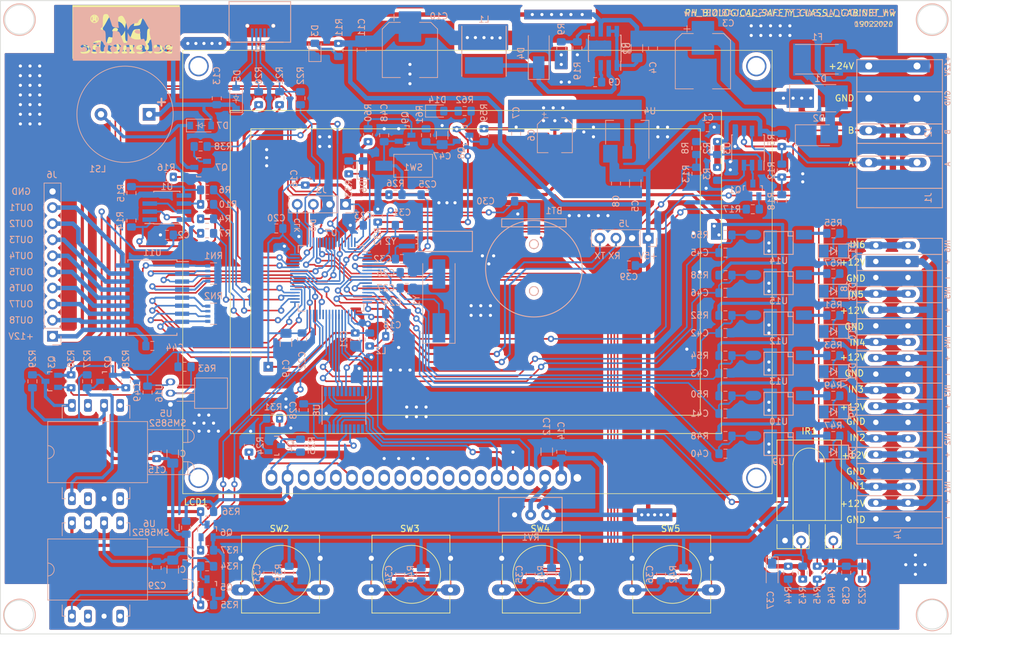
<source format=kicad_pcb>
(kicad_pcb (version 20171130) (host pcbnew "(5.1.2)-2")
  (layers (0 F.Cu signal) (31 B.Cu signal) (34 B.Paste user) (35 F.Paste user) (36 B.SilkS user) (37 F.SilkS user) (38 B.Mask user) (39 F.Mask user) (44 Edge.Cuts user))
  (net 0 "")
  (net 1 "Net-(BT1-Pad1)")
  (net 2 GND)
  (net 3 +5V)
  (net 4 +3V3)
  (net 5 +24V)
  (net 6 "Net-(C9-Pad1)")
  (net 7 /VDDA)
  (net 8 /OSCI)
  (net 9 /OSCO)
  (net 10 /OSC32I)
  (net 11 /OSC32O)
  (net 12 /BT1)
  (net 13 /BT2)
  (net 14 /BT3)
  (net 15 /BT4)
  (net 16 /input1)
  (net 17 /input2)
  (net 18 /input4)
  (net 19 /input3)
  (net 20 /input6)
  (net 21 /input5)
  (net 22 "Net-(D1-Pad2)")
  (net 23 "Net-(D3-Pad2)")
  (net 24 "Net-(D4-Pad1)")
  (net 25 "Net-(D5-Pad2)")
  (net 26 /led_status)
  (net 27 "Net-(D6-Pad2)")
  (net 28 "Net-(D7-Pad1)")
  (net 29 "Net-(D8-Pad2)")
  (net 30 /IN1)
  (net 31 /IN2)
  (net 32 "Net-(D9-Pad2)")
  (net 33 /OUT1)
  (net 34 /OUT2)
  (net 35 /OUT3)
  (net 36 /OUT4)
  (net 37 /IN4)
  (net 38 /IN3)
  (net 39 /IN6)
  (net 40 /IN5)
  (net 41 /OUT5)
  (net 42 /OUT6)
  (net 43 /OUT7)
  (net 44 /OUT8)
  (net 45 VIN)
  (net 46 /B)
  (net 47 /SWDIO)
  (net 48 /SWCLK)
  (net 49 /DS18B20)
  (net 50 "Net-(LCD1-Pad20)")
  (net 51 /LCD_RST)
  (net 52 "Net-(LCD1-Pad15)")
  (net 53 /LCD_CLK)
  (net 54 /LCD_DATA)
  (net 55 /LCD_CS)
  (net 56 "Net-(LCD1-Pad3)")
  (net 57 "Net-(P1-Pad2)")
  (net 58 "Net-(P1-Pad3)")
  (net 59 "Net-(P1-Pad4)")
  (net 60 "Net-(Q1-Pad1)")
  (net 61 "Net-(Q1-Pad3)")
  (net 62 /SDA1)
  (net 63 /I2C1_SDA)
  (net 64 /SCL1)
  (net 65 /I2C1_SCL)
  (net 66 /I2C2_SDA)
  (net 67 /SDA2)
  (net 68 /SCL2)
  (net 69 /I2C2_SCL)
  (net 70 "Net-(R1-Pad2)")
  (net 71 "Net-(R2-Pad2)")
  (net 72 /SPI2_CS)
  (net 73 "Net-(R14-Pad1)")
  (net 74 "Net-(R15-Pad1)")
  (net 75 /SPI2_MOSI)
  (net 76 /SPI2_MISO)
  (net 77 "Net-(R7-Pad2)")
  (net 78 /485_RX)
  (net 79 "Net-(R19-Pad1)")
  (net 80 /SPI2_CLK)
  (net 81 "Net-(R10-Pad2)")
  (net 82 /485_TX)
  (net 83 /USB_DM)
  (net 84 /USB_DP)
  (net 85 /USB_DIS)
  (net 86 /LCD_BL)
  (net 87 /Buzzer)
  (net 88 /PB5)
  (net 89 /PB4)
  (net 90 /PB2)
  (net 91 /PB3)
  (net 92 /PC7)
  (net 93 /PC6)
  (net 94 /PC8)
  (net 95 /PC9)
  (net 96 "Net-(U5-Pad1)")
  (net 97 "Net-(U5-Pad3)")
  (net 98 "Net-(U5-Pad6)")
  (net 99 "Net-(U5-Pad8)")
  (net 100 /SPI1_CS)
  (net 101 /SPI1_CLK)
  (net 102 /ST_RST)
  (net 103 /SPI1_MOSI)
  (net 104 /ST_BL)
  (net 105 "Net-(U8-Pad8)")
  (net 106 "Net-(C37-Pad1)")
  (net 107 "Net-(IR1-Pad3)")
  (net 108 "Net-(Q4-Pad3)")
  (net 109 "Net-(Q4-Pad1)")
  (net 110 "Net-(Q7-Pad1)")
  (net 111 "Net-(R47-Pad2)")
  (net 112 "Net-(R49-Pad2)")
  (net 113 "Net-(U6-Pad8)")
  (net 114 "Net-(U6-Pad6)")
  (net 115 "Net-(U6-Pad3)")
  (net 116 "Net-(U6-Pad1)")
  (net 117 /IR_rev)
  (net 118 "Net-(U7-Pad27)")
  (net 119 "Net-(U7-Pad54)")
  (net 120 "Net-(U8-Pad7)")
  (net 121 "Net-(U8-Pad9)")
  (net 122 "Net-(U8-Pad11)")
  (net 123 "Net-(U8-Pad12)")
  (net 124 "Net-(U8-Pad13)")
  (net 125 "Net-(D10-Pad2)")
  (net 126 "Net-(D11-Pad2)")
  (net 127 "Net-(D12-Pad2)")
  (net 128 "Net-(D13-Pad2)")
  (net 129 "Net-(R51-Pad2)")
  (net 130 "Net-(R53-Pad2)")
  (net 131 "Net-(R55-Pad2)")
  (net 132 "Net-(R57-Pad2)")
  (net 133 /A)
  (net 134 "Net-(LCD1-Pad18)")
  (net 135 "Net-(LCD1-Pad16)")
  (net 136 "Net-(LCD1-Pad14)")
  (net 137 "Net-(LCD1-Pad13)")
  (net 138 "Net-(LCD1-Pad12)")
  (net 139 "Net-(LCD1-Pad11)")
  (net 140 "Net-(LCD1-Pad10)")
  (net 141 "Net-(LCD1-Pad9)")
  (net 142 "Net-(LCD1-Pad8)")
  (net 143 "Net-(LCD1-Pad7)")
  (net 144 /reset)
  (net 145 "Net-(C47-Pad1)")
  (net 146 /booto)
  (net 147 "Net-(Q8-Pad3)")
  (net 148 "Net-(Q9-Pad3)")
  (net 149 "Net-(D14-Pad2)")
  (net 150 /UART2_TX)
  (net 151 /UART2_RX)
  (net 152 "Net-(R23-Pad2)")
  (module Capacitor_SMD:C_1206_3216Metric_Pad1.42x1.75mm_HandSolder (layer B.Cu) (at 112.178 131.826 270)
    (fp_text reference C (at 0 -1.614 180) (layer B.SilkS) (effects (justify mirror)))
    (fp_text value C_1206_3216Metric_Pad1.42x1.75mm_HandSolder)
    (pad 2 smd roundrect (at 1.4875 0 270) (size 1.425 1.75) (layers B.Cu B.Paste B.Mask) (roundrect_rratio 0.175439) (net 2 GND))
    (pad 1 smd roundrect (at -1.4875 0 270) (size 1.425 1.75) (layers B.Cu B.Paste B.Mask) (roundrect_rratio 0.175439) (net 3 +5V))
  )
  (module Capacitor_SMD:C_1206_3216Metric_Pad1.42x1.75mm_HandSolder (layer B.Cu) (at 112.178 113.538 90)
    (fp_text reference C (at 0 1.614 180) (layer B.SilkS) (effects (justify mirror)))
    (fp_text value C_1206_3216Metric_Pad1.42x1.75mm_HandSolder)
    (pad 2 smd roundrect (at 1.4875 0 90) (size 1.425 1.75) (layers B.Cu B.Paste B.Mask) (roundrect_rratio 0.175439) (net 2 GND))
    (pad 1 smd roundrect (at -1.4875 0 90) (size 1.425 1.75) (layers B.Cu B.Paste B.Mask) (roundrect_rratio 0.175439) (net 3 +5V))
  )
  (module Diode_SMD:D_SOD-123 (layer B.Cu) (at 122.174 57.404 90)
    (fp_text reference D5 (at 3.542 0.164 90) (layer B.SilkS) (effects (justify mirror)))
    (fp_text value D_ALT)
    (pad 2 smd rect (at 1.65 0 90) (size 0.9 1.2) (layers B.Cu B.Paste B.Mask) (net 25 "Net-(D5-Pad2)"))
    (pad 1 smd rect (at -1.65 0 90) (size 0.9 1.2) (layers B.Cu B.Paste B.Mask) (net 3 +5V))
  )
  (module Diode_SMD:D_SOD-123 (layer B.Cu) (at 116.586 61.722)
    (fp_text reference D7 (at 3.466 0.014) (layer B.SilkS) (effects (justify mirror)))
    (fp_text value DIODE)
    (pad 2 smd rect (at 1.65 0) (size 0.9 1.2) (layers B.Cu B.Paste B.Mask) (net 3 +5V))
    (pad 1 smd rect (at -1.65 0) (size 0.9 1.2) (layers B.Cu B.Paste B.Mask) (net 28 "Net-(D7-Pad1)"))
  )
  (module Package_TO_SOT_THT:TO-92_Inline_Horizontal2 (layer B.Cu) (at 111.820999 105.250999 90)
    (fp_text reference U16 (at 1.27 -1.78 90) (layer B.SilkS) (effects (justify mirror)))
    (fp_text value DS18B20)
    (pad 1 thru_hole rect (at -0.508 0 90) (size 1.05 1.5) (drill 0.75) (layers *.Cu *.Mask) (net 2 GND))
    (pad 3 thru_hole oval (at 3.048 0 90) (size 1.05 1.5) (drill 0.75) (layers *.Cu *.Mask) (net 4 +3V3))
    (pad 2 thru_hole oval (at 1.27 0 90) (size 1.05 1.5) (drill 0.75) (layers *.Cu *.Mask) (net 49 /DS18B20))
  )
  (module Capacitor_SMD:C_0805_2012Metric_Pad1.15x1.40mm_HandSolder (layer B.Cu) (at 141.224 77.47 180)
    (fp_text reference C23 (at -1.016 1.524) (layer B.SilkS) (effects (justify mirror)))
    (fp_text value 100nF)
    (pad 2 smd roundrect (at 1.025 0 180) (size 1.15 1.4) (layers B.Cu B.Paste B.Mask) (roundrect_rratio 0.217391) (net 2 GND))
    (pad 1 smd roundrect (at -1.025 0 180) (size 1.15 1.4) (layers B.Cu B.Paste B.Mask) (roundrect_rratio 0.217391) (net 4 +3V3))
  )
  (module VinhTho_Lib:TerminalBlock_WAGO_2.54mm_6P (layer B.Cu) (at 226.764 87.122 270)
    (fp_text reference J8 (at 0 8.644 270) (layer B.SilkS) (effects (justify mirror)))
    (fp_text value Conn_01x06)
    (pad 5 thru_hole oval (at -3.937 -1.432) (size 2.5 1.25) (drill 0.86) (layers *.Cu *.Mask) (net 5 +24V))
    (pad 4 thru_hole oval (at -1.397 3.648) (size 2.5 1.25) (drill 0.86) (layers *.Cu *.Mask) (net 2 GND))
    (pad 4 thru_hole oval (at -1.397 -1.432) (size 2.5 1.25) (drill 0.86) (layers *.Cu *.Mask) (net 2 GND))
    (pad 5 thru_hole oval (at -3.937 3.648) (size 2.5 1.25) (drill 0.86) (layers *.Cu *.Mask) (net 5 +24V))
    (pad 6 thru_hole oval (at -6.477 3.648) (size 2.5 1.25) (drill 0.86) (layers *.Cu *.Mask) (net 39 /IN6))
    (pad 6 thru_hole oval (at -6.477 -1.432) (size 2.5 1.25) (drill 0.86) (layers *.Cu *.Mask) (net 39 /IN6))
    (pad 1 thru_hole oval (at 6.223 -1.432) (size 2.5 1.25) (drill 0.86) (layers *.Cu *.Mask) (net 2 GND))
    (pad 2 thru_hole oval (at 3.683 -1.432) (size 2.5 1.25) (drill 0.86) (layers *.Cu *.Mask) (net 5 +24V))
    (pad 3 thru_hole oval (at 1.143 -1.432) (size 2.5 1.25) (drill 0.86) (layers *.Cu *.Mask) (net 40 /IN5))
    (pad 1 thru_hole oval (at 6.223 3.648) (size 2.5 1.25) (drill 0.86) (layers *.Cu *.Mask) (net 2 GND))
    (pad 2 thru_hole oval (at 3.683 3.648) (size 2.5 1.25) (drill 0.86) (layers *.Cu *.Mask) (net 5 +24V))
    (pad 3 thru_hole oval (at 1.143 3.648) (size 2.5 1.25) (drill 0.86) (layers *.Cu *.Mask) (net 40 /IN5))
  )
  (module Resistor_SMD:R_0805_2012Metric_Pad1.15x1.40mm_HandSolder (layer B.Cu) (at 114.3 125.222 270)
    (fp_text reference L (at 0 1.27 180) (layer B.SilkS) (effects (justify mirror)))
    (fp_text value R_0805_2012Metric_Pad1.15x1.40mm_HandSolder)
    (pad 2 smd roundrect (at 1.025 0 270) (size 1.15 1.4) (layers B.Cu B.Paste B.Mask) (roundrect_rratio 0.217391) (net 3 +5V))
    (pad 1 smd roundrect (at -1.025 0 270) (size 1.15 1.4) (layers B.Cu B.Paste B.Mask) (roundrect_rratio 0.217391) (net 3 +5V))
  )
  (module Capacitor_SMD:C_0805_2012Metric_Pad1.15x1.40mm_HandSolder (layer B.Cu) (at 182.118 70.866 270)
    (fp_text reference C8 (at 2.794 0 270) (layer B.SilkS) (effects (justify mirror)))
    (fp_text value 100nF)
    (pad 2 smd roundrect (at 1.025 0 270) (size 1.15 1.4) (layers B.Cu B.Paste B.Mask) (roundrect_rratio 0.217391) (net 2 GND))
    (pad 1 smd roundrect (at -1.025 0 270) (size 1.15 1.4) (layers B.Cu B.Paste B.Mask) (roundrect_rratio 0.217391) (net 3 +5V))
  )
  (module Capacitor_SMD:C_0805_2012Metric_Pad1.15x1.40mm_HandSolder (layer B.Cu) (at 173.482 113.2205 270)
    (fp_text reference C14 (at -3.311 0 270) (layer B.SilkS) (effects (justify mirror)))
    (fp_text value 100nF)
    (pad 2 smd roundrect (at 1.025 0 270) (size 1.15 1.4) (layers B.Cu B.Paste B.Mask) (roundrect_rratio 0.217391) (net 3 +5V))
    (pad 1 smd roundrect (at -1.025 0 270) (size 1.15 1.4) (layers B.Cu B.Paste B.Mask) (roundrect_rratio 0.217391) (net 2 GND))
  )
  (module Capacitor_SMD:C_0805_2012Metric_Pad1.15x1.40mm_HandSolder (layer B.Cu) (at 109.638 113.284 90)
    (fp_text reference C15 (at -2.794 0.09) (layer B.SilkS) (effects (justify mirror)))
    (fp_text value 100nF)
    (pad 2 smd roundrect (at 1.025 0 90) (size 1.15 1.4) (layers B.Cu B.Paste B.Mask) (roundrect_rratio 0.217391) (net 2 GND))
    (pad 1 smd roundrect (at -1.025 0 90) (size 1.15 1.4) (layers B.Cu B.Paste B.Mask) (roundrect_rratio 0.217391) (net 3 +5V))
  )
  (module Button_Switch_THT:SW_PUSH-12mm (layer F.Cu) (at 164.084 130.048)
    (fp_text reference SW4 (at 6.08 -4.66) (layer F.SilkS))
    (fp_text value SW_Push)
    (pad 2 thru_hole oval (at 0 5) (size 3.048 1.7272) (drill 0.8128) (layers *.Cu *.Mask) (net 14 /BT3))
    (pad 1 thru_hole oval (at 0 0) (size 3.048 1.7272) (drill 0.8128) (layers *.Cu *.Mask) (net 2 GND))
    (pad 2 thru_hole oval (at 12.5 5) (size 3.048 1.7272) (drill 0.8128) (layers *.Cu *.Mask) (net 14 /BT3))
    (pad 1 thru_hole oval (at 12.5 0) (size 3.048 1.7272) (drill 0.8128) (layers *.Cu *.Mask) (net 2 GND))
  )
  (module Capacitor_SMD:C_0805_2012Metric_Pad1.15x1.40mm_HandSolder (layer B.Cu) (at 149.098 84.9122 180)
    (fp_text reference C26 (at 3.302 -0.0762) (layer B.SilkS) (effects (justify mirror)))
    (fp_text value 20pF)
    (pad 2 smd roundrect (at 1.025 0 180) (size 1.15 1.4) (layers B.Cu B.Paste B.Mask) (roundrect_rratio 0.217391) (net 8 /OSCI))
    (pad 1 smd roundrect (at -1.025 0 180) (size 1.15 1.4) (layers B.Cu B.Paste B.Mask) (roundrect_rratio 0.217391) (net 2 GND))
  )
  (module Capacitor_SMD:C_0805_2012Metric_Pad1.15x1.40mm_HandSolder (layer B.Cu) (at 146.812 91.44 180)
    (fp_text reference C24 (at 0 1.778 180) (layer B.SilkS) (effects (justify mirror)))
    (fp_text value 100nF)
    (pad 2 smd roundrect (at 1.025 0 180) (size 1.15 1.4) (layers B.Cu B.Paste B.Mask) (roundrect_rratio 0.217391) (net 7 /VDDA))
    (pad 1 smd roundrect (at -1.025 0 180) (size 1.15 1.4) (layers B.Cu B.Paste B.Mask) (roundrect_rratio 0.217391) (net 2 GND))
  )
  (module Connector_PinSocket_2.54mm:PinSocket_1x10_P2.54mm_Vertical (layer B.Cu) (at 93.218 94.996)
    (fp_text reference J6 (at -0.1016 -25.5016) (layer B.SilkS) (effects (justify mirror)))
    (fp_text value Conn_01x10)
    (pad 10 thru_hole oval (at 0 -22.86) (size 1.7 1.7) (drill 1) (layers *.Cu *.Mask) (net 2 GND))
    (pad 9 thru_hole oval (at 0 -20.32) (size 1.7 1.7) (drill 1) (layers *.Cu *.Mask) (net 33 /OUT1))
    (pad 8 thru_hole oval (at 0 -17.78) (size 1.7 1.7) (drill 1) (layers *.Cu *.Mask) (net 34 /OUT2))
    (pad 7 thru_hole oval (at 0 -15.24) (size 1.7 1.7) (drill 1) (layers *.Cu *.Mask) (net 35 /OUT3))
    (pad 6 thru_hole oval (at 0 -12.7) (size 1.7 1.7) (drill 1) (layers *.Cu *.Mask) (net 36 /OUT4))
    (pad 5 thru_hole oval (at 0 -10.16) (size 1.7 1.7) (drill 1) (layers *.Cu *.Mask) (net 41 /OUT5))
    (pad 4 thru_hole oval (at 0 -7.62) (size 1.7 1.7) (drill 1) (layers *.Cu *.Mask) (net 42 /OUT6))
    (pad 3 thru_hole oval (at 0 -5.08) (size 1.7 1.7) (drill 1) (layers *.Cu *.Mask) (net 43 /OUT7))
    (pad 2 thru_hole oval (at 0 -2.54) (size 1.7 1.7) (drill 1) (layers *.Cu *.Mask) (net 44 /OUT8))
    (pad 1 thru_hole rect (at 0 0) (size 1.7 1.7) (drill 1) (layers *.Cu *.Mask) (net 5 +24V))
  )
  (module Capacitor_Tantalum_SMD:CP_EIA-3216-18_Kemet-A_Pad1.58x1.35mm_HandSolder (layer B.Cu) (at 206.756 132.334 270)
    (fp_text reference C37 (at 4.318 0.254 270) (layer B.SilkS) (effects (justify mirror)))
    (fp_text value 4.7uF)
    (pad 2 smd roundrect (at 1.4375 0 270) (size 1.575 1.35) (layers B.Cu B.Paste B.Mask) (roundrect_rratio 0.185185) (net 2 GND))
    (pad 1 smd roundrect (at -1.4375 0 270) (size 1.575 1.35) (layers B.Cu B.Paste B.Mask) (roundrect_rratio 0.185185) (net 106 "Net-(C37-Pad1)"))
  )
  (module Capacitor_SMD:C_0805_2012Metric_Pad1.15x1.40mm_HandSolder (layer B.Cu) (at 196.596 61.976)
    (fp_text reference C1 (at 0 -1.524) (layer B.SilkS) (effects (justify mirror)))
    (fp_text value 100nF)
    (pad 2 smd roundrect (at 1.025 0) (size 1.15 1.4) (layers B.Cu B.Paste B.Mask) (roundrect_rratio 0.217391) (net 2 GND))
    (pad 1 smd roundrect (at -1.025 0) (size 1.15 1.4) (layers B.Cu B.Paste B.Mask) (roundrect_rratio 0.217391) (net 3 +5V))
  )
  (module Capacitor_SMD:C_0805_2012Metric_Pad1.15x1.40mm_HandSolder (layer B.Cu) (at 111.252 78.994 180)
    (fp_text reference C2 (at -2.667 0) (layer B.SilkS) (effects (justify mirror)))
    (fp_text value 100nF)
    (pad 2 smd roundrect (at 1.025 0 180) (size 1.15 1.4) (layers B.Cu B.Paste B.Mask) (roundrect_rratio 0.217391) (net 2 GND))
    (pad 1 smd roundrect (at -1.025 0 180) (size 1.15 1.4) (layers B.Cu B.Paste B.Mask) (roundrect_rratio 0.217391) (net 4 +3V3))
  )
  (module Capacitor_SMD:CP_Elec_8x10.5 (layer B.Cu) (at 195.834 51.562 270)
    (fp_text reference C3 (at -6 -4 180) (layer B.SilkS) (effects (justify mirror)))
    (fp_text value 100uF)
    (pad 2 smd roundrect (at 3.7 0 270) (size 4.4 2.5) (layers B.Cu B.Paste B.Mask) (roundrect_rratio 0.1) (net 2 GND))
    (pad 1 smd roundrect (at -3.7 0 270) (size 4.4 2.5) (layers B.Cu B.Paste B.Mask) (roundrect_rratio 0.1) (net 5 +24V))
  )
  (module Capacitor_SMD:C_0805_2012Metric_Pad1.15x1.40mm_HandSolder (layer B.Cu) (at 187.96 49.53 270)
    (fp_text reference C4 (at 3.05 -0.002 270) (layer B.SilkS) (effects (justify mirror)))
    (fp_text value 100nF)
    (pad 2 smd roundrect (at 1.025 0 270) (size 1.15 1.4) (layers B.Cu B.Paste B.Mask) (roundrect_rratio 0.217391) (net 2 GND))
    (pad 1 smd roundrect (at -1.025 0 270) (size 1.15 1.4) (layers B.Cu B.Paste B.Mask) (roundrect_rratio 0.217391) (net 5 +24V))
  )
  (module Capacitor_SMD:C_0805_2012Metric_Pad1.15x1.40mm_HandSolder (layer B.Cu) (at 178.825 54.864 180)
    (fp_text reference C9 (at -3.039 0 180) (layer B.SilkS) (effects (justify mirror)))
    (fp_text value 33pF)
    (pad 2 smd roundrect (at 1.025 0 180) (size 1.15 1.4) (layers B.Cu B.Paste B.Mask) (roundrect_rratio 0.217391) (net 2 GND))
    (pad 1 smd roundrect (at -1.025 0 180) (size 1.15 1.4) (layers B.Cu B.Paste B.Mask) (roundrect_rratio 0.217391) (net 6 "Net-(C9-Pad1)"))
  )
  (module Capacitor_SMD:CP_Elec_8x10.5 (layer B.Cu) (at 149.606 49.784 270)
    (fp_text reference C10 (at -5.334 -4.572 180) (layer B.SilkS) (effects (justify mirror)))
    (fp_text value 100uF)
    (pad 2 smd roundrect (at 3.7 0 270) (size 4.4 2.5) (layers B.Cu B.Paste B.Mask) (roundrect_rratio 0.1) (net 2 GND))
    (pad 1 smd roundrect (at -3.7 0 270) (size 4.4 2.5) (layers B.Cu B.Paste B.Mask) (roundrect_rratio 0.1) (net 3 +5V))
  )
  (module Capacitor_SMD:C_0805_2012Metric_Pad1.15x1.40mm_HandSolder (layer B.Cu) (at 141.986 49.784 270)
    (fp_text reference C11 (at -3.556 0 270) (layer B.SilkS) (effects (justify mirror)))
    (fp_text value 100nF)
    (pad 2 smd roundrect (at 1.025 0 270) (size 1.15 1.4) (layers B.Cu B.Paste B.Mask) (roundrect_rratio 0.217391) (net 2 GND))
    (pad 1 smd roundrect (at -1.025 0 270) (size 1.15 1.4) (layers B.Cu B.Paste B.Mask) (roundrect_rratio 0.217391) (net 3 +5V))
  )
  (module Capacitor_SMD:C_0805_2012Metric_Pad1.15x1.40mm_HandSolder (layer B.Cu) (at 119.126 57.404 90)
    (fp_text reference C13 (at 3.556 0 270) (layer B.SilkS) (effects (justify mirror)))
    (fp_text value 100nF)
    (pad 2 smd roundrect (at 1.025 0 90) (size 1.15 1.4) (layers B.Cu B.Paste B.Mask) (roundrect_rratio 0.217391) (net 2 GND))
    (pad 1 smd roundrect (at -1.025 0 90) (size 1.15 1.4) (layers B.Cu B.Paste B.Mask) (roundrect_rratio 0.217391) (net 3 +5V))
  )
  (module Capacitor_SMD:C_0805_2012Metric_Pad1.15x1.40mm_HandSolder (layer B.Cu) (at 146.812 94.996)
    (fp_text reference C18 (at 0 -1.778) (layer B.SilkS) (effects (justify mirror)))
    (fp_text value 1uF)
    (pad 2 smd roundrect (at 1.025 0) (size 1.15 1.4) (layers B.Cu B.Paste B.Mask) (roundrect_rratio 0.217391) (net 2 GND))
    (pad 1 smd roundrect (at -1.025 0) (size 1.15 1.4) (layers B.Cu B.Paste B.Mask) (roundrect_rratio 0.217391) (net 7 /VDDA))
  )
  (module Capacitor_SMD:C_1206_3216Metric_Pad1.42x1.75mm_HandSolder (layer B.Cu) (at 130.048 96.012 270)
    (fp_text reference C19 (at 4.064 0 90) (layer B.SilkS) (effects (justify mirror)))
    (fp_text value 10uF)
    (pad 2 smd roundrect (at 1.4875 0 270) (size 1.425 1.75) (layers B.Cu B.Paste B.Mask) (roundrect_rratio 0.175439) (net 2 GND))
    (pad 1 smd roundrect (at -1.4875 0 270) (size 1.425 1.75) (layers B.Cu B.Paste B.Mask) (roundrect_rratio 0.175439) (net 4 +3V3))
  )
  (module Capacitor_SMD:C_0805_2012Metric_Pad1.15x1.40mm_HandSolder (layer B.Cu) (at 128.524 77.978 180)
    (fp_text reference C20 (at 0 1.65) (layer B.SilkS) (effects (justify mirror)))
    (fp_text value 100nF)
    (pad 2 smd roundrect (at 1.025 0 180) (size 1.15 1.4) (layers B.Cu B.Paste B.Mask) (roundrect_rratio 0.217391) (net 2 GND))
    (pad 1 smd roundrect (at -1.025 0 180) (size 1.15 1.4) (layers B.Cu B.Paste B.Mask) (roundrect_rratio 0.217391) (net 4 +3V3))
  )
  (module Capacitor_SMD:C_0805_2012Metric_Pad1.15x1.40mm_HandSolder (layer B.Cu) (at 140.97 95.504 270)
    (fp_text reference C21 (at 0 1.778 90) (layer B.SilkS) (effects (justify mirror)))
    (fp_text value 100nF)
    (pad 2 smd roundrect (at 1.025 0 270) (size 1.15 1.4) (layers B.Cu B.Paste B.Mask) (roundrect_rratio 0.217391) (net 2 GND))
    (pad 1 smd roundrect (at -1.025 0 270) (size 1.15 1.4) (layers B.Cu B.Paste B.Mask) (roundrect_rratio 0.217391) (net 4 +3V3))
  )
  (module Capacitor_SMD:C_0805_2012Metric_Pad1.15x1.40mm_HandSolder (layer B.Cu) (at 132.588 95.504 270)
    (fp_text reference C22 (at 3.302 0 90) (layer B.SilkS) (effects (justify mirror)))
    (fp_text value 100nF)
    (pad 2 smd roundrect (at 1.025 0 270) (size 1.15 1.4) (layers B.Cu B.Paste B.Mask) (roundrect_rratio 0.217391) (net 2 GND))
    (pad 1 smd roundrect (at -1.025 0 270) (size 1.15 1.4) (layers B.Cu B.Paste B.Mask) (roundrect_rratio 0.217391) (net 4 +3V3))
  )
  (module Capacitor_SMD:C_0805_2012Metric_Pad1.15x1.40mm_HandSolder (layer B.Cu) (at 152.4 72.644 180)
    (fp_text reference C25 (at 0 1.65) (layer B.SilkS) (effects (justify mirror)))
    (fp_text value 100nF)
    (pad 2 smd roundrect (at 1.025 0 180) (size 1.15 1.4) (layers B.Cu B.Paste B.Mask) (roundrect_rratio 0.217391) (net 144 /reset))
    (pad 1 smd roundrect (at -1.025 0 180) (size 1.15 1.4) (layers B.Cu B.Paste B.Mask) (roundrect_rratio 0.217391) (net 2 GND))
  )
  (module Capacitor_SMD:C_0805_2012Metric_Pad1.15x1.40mm_HandSolder (layer B.Cu) (at 149.098 87.376)
    (fp_text reference C27 (at -3.302 0) (layer B.SilkS) (effects (justify mirror)))
    (fp_text value 20pF)
    (pad 2 smd roundrect (at 1.025 0) (size 1.15 1.4) (layers B.Cu B.Paste B.Mask) (roundrect_rratio 0.217391) (net 2 GND))
    (pad 1 smd roundrect (at -1.025 0) (size 1.15 1.4) (layers B.Cu B.Paste B.Mask) (roundrect_rratio 0.217391) (net 9 /OSCO))
  )
  (module Capacitor_SMD:C_0805_2012Metric_Pad1.15x1.40mm_HandSolder (layer B.Cu) (at 132.842 106.68 270)
    (fp_text reference C28 (at 0 1.65 270) (layer B.SilkS) (effects (justify mirror)))
    (fp_text value 100nF)
    (pad 2 smd roundrect (at 1.025 0 270) (size 1.15 1.4) (layers B.Cu B.Paste B.Mask) (roundrect_rratio 0.217391) (net 2 GND))
    (pad 1 smd roundrect (at -1.025 0 270) (size 1.15 1.4) (layers B.Cu B.Paste B.Mask) (roundrect_rratio 0.217391) (net 3 +5V))
  )
  (module Capacitor_SMD:C_0805_2012Metric_Pad1.15x1.40mm_HandSolder (layer B.Cu) (at 165.1 73.66 180)
    (fp_text reference C30 (at 3.556 0 180) (layer B.SilkS) (effects (justify mirror)))
    (fp_text value 100nF)
    (pad 2 smd roundrect (at 1.025 0 180) (size 1.15 1.4) (layers B.Cu B.Paste B.Mask) (roundrect_rratio 0.217391) (net 2 GND))
    (pad 1 smd roundrect (at -1.025 0 180) (size 1.15 1.4) (layers B.Cu B.Paste B.Mask) (roundrect_rratio 0.217391) (net 1 "Net-(BT1-Pad1)"))
  )
  (module Capacitor_SMD:C_0805_2012Metric_Pad1.15x1.40mm_HandSolder (layer B.Cu) (at 109.638 131.572 270)
    (fp_text reference C29 (at 2.794 -0.09) (layer B.SilkS) (effects (justify mirror)))
    (fp_text value 100nF)
    (pad 2 smd roundrect (at 1.025 0 270) (size 1.15 1.4) (layers B.Cu B.Paste B.Mask) (roundrect_rratio 0.217391) (net 2 GND))
    (pad 1 smd roundrect (at -1.025 0 270) (size 1.15 1.4) (layers B.Cu B.Paste B.Mask) (roundrect_rratio 0.217391) (net 3 +5V))
  )
  (module Capacitor_SMD:C_0805_2012Metric_Pad1.15x1.40mm_HandSolder (layer B.Cu) (at 148.336 77.47)
    (fp_text reference C31 (at 0 -2.032) (layer B.SilkS) (effects (justify mirror)))
    (fp_text value 10pF)
    (pad 2 smd roundrect (at 1.025 0) (size 1.15 1.4) (layers B.Cu B.Paste B.Mask) (roundrect_rratio 0.217391) (net 2 GND))
    (pad 1 smd roundrect (at -1.025 0) (size 1.15 1.4) (layers B.Cu B.Paste B.Mask) (roundrect_rratio 0.217391) (net 10 /OSC32I))
  )
  (module Capacitor_SMD:C_0805_2012Metric_Pad1.15x1.40mm_HandSolder (layer B.Cu) (at 148.336 82.804 180)
    (fp_text reference C32 (at 3.048 0) (layer B.SilkS) (effects (justify mirror)))
    (fp_text value 10pF)
    (pad 2 smd roundrect (at 1.025 0 180) (size 1.15 1.4) (layers B.Cu B.Paste B.Mask) (roundrect_rratio 0.217391) (net 11 /OSC32O))
    (pad 1 smd roundrect (at -1.025 0 180) (size 1.15 1.4) (layers B.Cu B.Paste B.Mask) (roundrect_rratio 0.217391) (net 2 GND))
  )
  (module Capacitor_SMD:C_0805_2012Metric_Pad1.15x1.40mm_HandSolder (layer B.Cu) (at 127.254 132.334 90)
    (fp_text reference C33 (at 0 -1.778 90) (layer B.SilkS) (effects (justify mirror)))
    (fp_text value 100nF)
    (pad 2 smd roundrect (at 1.025 0 90) (size 1.15 1.4) (layers B.Cu B.Paste B.Mask) (roundrect_rratio 0.217391) (net 2 GND))
    (pad 1 smd roundrect (at -1.025 0 90) (size 1.15 1.4) (layers B.Cu B.Paste B.Mask) (roundrect_rratio 0.217391) (net 12 /BT1))
  )
  (module Capacitor_SMD:C_0805_2012Metric_Pad1.15x1.40mm_HandSolder (layer B.Cu) (at 148.082 132.588 90)
    (fp_text reference C34 (at 0 -1.778 90) (layer B.SilkS) (effects (justify mirror)))
    (fp_text value 100nF)
    (pad 2 smd roundrect (at 1.025 0 90) (size 1.15 1.4) (layers B.Cu B.Paste B.Mask) (roundrect_rratio 0.217391) (net 2 GND))
    (pad 1 smd roundrect (at -1.025 0 90) (size 1.15 1.4) (layers B.Cu B.Paste B.Mask) (roundrect_rratio 0.217391) (net 13 /BT2))
  )
  (module Capacitor_SMD:C_0805_2012Metric_Pad1.15x1.40mm_HandSolder (layer B.Cu) (at 168.656 132.588 90)
    (fp_text reference C35 (at 0 -1.778 90) (layer B.SilkS) (effects (justify mirror)))
    (fp_text value 100nF)
    (pad 2 smd roundrect (at 1.025 0 90) (size 1.15 1.4) (layers B.Cu B.Paste B.Mask) (roundrect_rratio 0.217391) (net 2 GND))
    (pad 1 smd roundrect (at -1.025 0 90) (size 1.15 1.4) (layers B.Cu B.Paste B.Mask) (roundrect_rratio 0.217391) (net 14 /BT3))
  )
  (module Capacitor_SMD:C_0805_2012Metric_Pad1.15x1.40mm_HandSolder (layer B.Cu) (at 189.23 132.588 90)
    (fp_text reference C36 (at 0 -1.778 90) (layer B.SilkS) (effects (justify mirror)))
    (fp_text value 100nF)
    (pad 2 smd roundrect (at 1.025 0 90) (size 1.15 1.4) (layers B.Cu B.Paste B.Mask) (roundrect_rratio 0.217391) (net 2 GND))
    (pad 1 smd roundrect (at -1.025 0 90) (size 1.15 1.4) (layers B.Cu B.Paste B.Mask) (roundrect_rratio 0.217391) (net 15 /BT4))
  )
  (module Capacitor_SMD:C_0805_2012Metric_Pad1.15x1.40mm_HandSolder (layer B.Cu) (at 184.15 83.82 180)
    (fp_text reference C39 (at 0 -1.778 180) (layer B.SilkS) (effects (justify mirror)))
    (fp_text value 100nF)
    (pad 2 smd roundrect (at 1.025 0 180) (size 1.15 1.4) (layers B.Cu B.Paste B.Mask) (roundrect_rratio 0.217391) (net 2 GND))
    (pad 1 smd roundrect (at -1.025 0 180) (size 1.15 1.4) (layers B.Cu B.Paste B.Mask) (roundrect_rratio 0.217391) (net 3 +5V))
  )
  (module Capacitor_SMD:C_0805_2012Metric_Pad1.15x1.40mm_HandSolder (layer B.Cu) (at 199.39 113.538)
    (fp_text reference C40 (at -4.064 0 180) (layer B.SilkS) (effects (justify mirror)))
    (fp_text value 100nF)
    (pad 2 smd roundrect (at 1.025 0) (size 1.15 1.4) (layers B.Cu B.Paste B.Mask) (roundrect_rratio 0.217391) (net 2 GND))
    (pad 1 smd roundrect (at -1.025 0) (size 1.15 1.4) (layers B.Cu B.Paste B.Mask) (roundrect_rratio 0.217391) (net 16 /input1))
  )
  (module Capacitor_SMD:C_0805_2012Metric_Pad1.15x1.40mm_HandSolder (layer B.Cu) (at 199.39 107.188)
    (fp_text reference C41 (at -4.064 0 180) (layer B.SilkS) (effects (justify mirror)))
    (fp_text value 100nF)
    (pad 2 smd roundrect (at 1.025 0) (size 1.15 1.4) (layers B.Cu B.Paste B.Mask) (roundrect_rratio 0.217391) (net 2 GND))
    (pad 1 smd roundrect (at -1.025 0) (size 1.15 1.4) (layers B.Cu B.Paste B.Mask) (roundrect_rratio 0.217391) (net 17 /input2))
  )
  (module Capacitor_SMD:C_0805_2012Metric_Pad1.15x1.40mm_HandSolder (layer B.Cu) (at 199.39 94.488)
    (fp_text reference C42 (at -4.064 0 180) (layer B.SilkS) (effects (justify mirror)))
    (fp_text value 100nF)
    (pad 2 smd roundrect (at 1.025 0) (size 1.15 1.4) (layers B.Cu B.Paste B.Mask) (roundrect_rratio 0.217391) (net 2 GND))
    (pad 1 smd roundrect (at -1.025 0) (size 1.15 1.4) (layers B.Cu B.Paste B.Mask) (roundrect_rratio 0.217391) (net 18 /input4))
  )
  (module Capacitor_SMD:C_0805_2012Metric_Pad1.15x1.40mm_HandSolder (layer B.Cu) (at 199.39 100.838)
    (fp_text reference C43 (at -4.064 0 180) (layer B.SilkS) (effects (justify mirror)))
    (fp_text value 100nF)
    (pad 2 smd roundrect (at 1.025 0) (size 1.15 1.4) (layers B.Cu B.Paste B.Mask) (roundrect_rratio 0.217391) (net 2 GND))
    (pad 1 smd roundrect (at -1.025 0) (size 1.15 1.4) (layers B.Cu B.Paste B.Mask) (roundrect_rratio 0.217391) (net 19 /input3))
  )
  (module Capacitor_SMD:C_0805_2012Metric_Pad1.15x1.40mm_HandSolder (layer B.Cu) (at 108.966 96.52)
    (fp_text reference C44 (at 3.556 0.254) (layer B.SilkS) (effects (justify mirror)))
    (fp_text value 100nF)
    (pad 2 smd roundrect (at 1.025 0) (size 1.15 1.4) (layers B.Cu B.Paste B.Mask) (roundrect_rratio 0.217391) (net 2 GND))
    (pad 1 smd roundrect (at -1.025 0) (size 1.15 1.4) (layers B.Cu B.Paste B.Mask) (roundrect_rratio 0.217391) (net 5 +24V))
  )
  (module Capacitor_SMD:C_0805_2012Metric_Pad1.15x1.40mm_HandSolder (layer B.Cu) (at 199.39 81.788)
    (fp_text reference C45 (at -4.064 0 180) (layer B.SilkS) (effects (justify mirror)))
    (fp_text value 100nF)
    (pad 2 smd roundrect (at 1.025 0) (size 1.15 1.4) (layers B.Cu B.Paste B.Mask) (roundrect_rratio 0.217391) (net 2 GND))
    (pad 1 smd roundrect (at -1.025 0) (size 1.15 1.4) (layers B.Cu B.Paste B.Mask) (roundrect_rratio 0.217391) (net 20 /input6))
  )
  (module Capacitor_SMD:C_0805_2012Metric_Pad1.15x1.40mm_HandSolder (layer B.Cu) (at 199.39 88.138)
    (fp_text reference C46 (at -4.064 0 180) (layer B.SilkS) (effects (justify mirror)))
    (fp_text value 100nF)
    (pad 2 smd roundrect (at 1.025 0) (size 1.15 1.4) (layers B.Cu B.Paste B.Mask) (roundrect_rratio 0.217391) (net 2 GND))
    (pad 1 smd roundrect (at -1.025 0) (size 1.15 1.4) (layers B.Cu B.Paste B.Mask) (roundrect_rratio 0.217391) (net 21 /input5))
  )
  (module Diode_SMD:D_SMB_Handsoldering (layer B.Cu) (at 214.122 57.404)
    (fp_text reference D1 (at 0.29 -3.092) (layer B.SilkS) (effects (justify mirror)))
    (fp_text value D_ALT)
    (pad 2 smd rect (at 2.7 0) (size 3.5 2.3) (layers B.Cu B.Paste B.Mask) (net 22 "Net-(D1-Pad2)"))
    (pad 1 smd rect (at -2.7 0) (size 3.5 2.3) (layers B.Cu B.Paste B.Mask) (net 5 +24V))
  )
  (module LED_SMD:LED_0805_2012Metric_Pad1.15x1.40mm_HandSolder (layer B.Cu) (at 134.62 49.7615 90)
    (fp_text reference D3 (at 3.0255 0 270) (layer B.SilkS) (effects (justify mirror)))
    (fp_text value LED)
    (pad 2 smd roundrect (at 1.025 0 90) (size 1.15 1.4) (layers B.Cu B.Paste B.Mask) (roundrect_rratio 0.217391) (net 23 "Net-(D3-Pad2)"))
    (pad 1 smd roundrect (at -1.025 0 90) (size 1.15 1.4) (layers B.Cu B.Paste B.Mask) (roundrect_rratio 0.217391) (net 2 GND))
  )
  (module Inductor_SMD:L_0805_2012Metric_Pad1.15x1.40mm_HandSolder (layer B.Cu) (at 143.256 95.504 270)
    (fp_text reference L2 (at 1.778 -1.778) (layer B.SilkS) (effects (justify mirror)))
    (fp_text value 30R)
    (pad 2 smd roundrect (at 1.025 0 270) (size 1.15 1.4) (layers B.Cu B.Paste B.Mask) (roundrect_rratio 0.217391) (net 7 /VDDA))
    (pad 1 smd roundrect (at -1.025 0 270) (size 1.15 1.4) (layers B.Cu B.Paste B.Mask) (roundrect_rratio 0.217391) (net 4 +3V3))
  )
  (module Buzzer_Beeper:Buzzer_15x7.5RM7.6 (layer B.Cu) (at 108.458 59.944 180)
    (fp_text reference LS1 (at 8.128 -8.636) (layer B.SilkS) (effects (justify mirror)))
    (fp_text value Speaker)
    (pad 2 thru_hole circle (at 7.6 0 180) (size 2 2) (drill 1) (layers *.Cu *.Mask) (net 28 "Net-(D7-Pad1)"))
    (pad 1 thru_hole rect (at 0 0 180) (size 2 2) (drill 1) (layers *.Cu *.Mask) (net 3 +5V))
  )
  (module Resistor_SMD:R_0805_2012Metric_Pad1.15x1.40mm_HandSolder (layer B.Cu) (at 198.12 65.278 270)
    (fp_text reference R2 (at 0 1.65 270) (layer B.SilkS) (effects (justify mirror)))
    (fp_text value 10k)
    (pad 2 smd roundrect (at 1.025 0 270) (size 1.15 1.4) (layers B.Cu B.Paste B.Mask) (roundrect_rratio 0.217391) (net 71 "Net-(R2-Pad2)"))
    (pad 1 smd roundrect (at -1.025 0 270) (size 1.15 1.4) (layers B.Cu B.Paste B.Mask) (roundrect_rratio 0.217391) (net 3 +5V))
  )
  (module Resistor_SMD:R_0805_2012Metric_Pad1.15x1.40mm_HandSolder (layer B.Cu) (at 198.12 69.342 270)
    (fp_text reference R3 (at 0 1.65 270) (layer B.SilkS) (effects (justify mirror)))
    (fp_text value 10k)
    (pad 2 smd roundrect (at 1.025 0 270) (size 1.15 1.4) (layers B.Cu B.Paste B.Mask) (roundrect_rratio 0.217391) (net 61 "Net-(Q1-Pad3)"))
    (pad 1 smd roundrect (at -1.025 0 270) (size 1.15 1.4) (layers B.Cu B.Paste B.Mask) (roundrect_rratio 0.217391) (net 3 +5V))
  )
  (module Resistor_SMD:R_0805_2012Metric_Pad1.15x1.40mm_HandSolder (layer B.Cu) (at 117.602 76.454 180)
    (fp_text reference R4 (at -2.794 0) (layer B.SilkS) (effects (justify mirror)))
    (fp_text value 100R)
    (pad 2 smd roundrect (at 1.025 0 180) (size 1.15 1.4) (layers B.Cu B.Paste B.Mask) (roundrect_rratio 0.217391) (net 73 "Net-(R14-Pad1)"))
    (pad 1 smd roundrect (at -1.025 0 180) (size 1.15 1.4) (layers B.Cu B.Paste B.Mask) (roundrect_rratio 0.217391) (net 72 /SPI2_CS))
  )
  (module Resistor_SMD:R_0805_2012Metric_Pad1.15x1.40mm_HandSolder (layer B.Cu) (at 208.28 64.008 270)
    (fp_text reference R5 (at 0 1.65 270) (layer B.SilkS) (effects (justify mirror)))
    (fp_text value 20k)
    (pad 2 smd roundrect (at 1.025 0 270) (size 1.15 1.4) (layers B.Cu B.Paste B.Mask) (roundrect_rratio 0.217391) (net 133 /A))
    (pad 1 smd roundrect (at -1.025 0 270) (size 1.15 1.4) (layers B.Cu B.Paste B.Mask) (roundrect_rratio 0.217391) (net 3 +5V))
  )
  (module Resistor_SMD:R_0805_2012Metric_Pad1.15x1.40mm_HandSolder (layer B.Cu) (at 117.602 71.882 180)
    (fp_text reference R6 (at -2.794 0) (layer B.SilkS) (effects (justify mirror)))
    (fp_text value 100R)
    (pad 2 smd roundrect (at 1.025 0 180) (size 1.15 1.4) (layers B.Cu B.Paste B.Mask) (roundrect_rratio 0.217391) (net 74 "Net-(R15-Pad1)"))
    (pad 1 smd roundrect (at -1.025 0 180) (size 1.15 1.4) (layers B.Cu B.Paste B.Mask) (roundrect_rratio 0.217391) (net 75 /SPI2_MOSI))
  )
  (module Resistor_SMD:R_0805_2012Metric_Pad1.15x1.40mm_HandSolder (layer B.Cu) (at 117.602 78.74 180)
    (fp_text reference R7 (at -2.794 0) (layer B.SilkS) (effects (justify mirror)))
    (fp_text value 100R)
    (pad 2 smd roundrect (at 1.025 0 180) (size 1.15 1.4) (layers B.Cu B.Paste B.Mask) (roundrect_rratio 0.217391) (net 77 "Net-(R7-Pad2)"))
    (pad 1 smd roundrect (at -1.025 0 180) (size 1.15 1.4) (layers B.Cu B.Paste B.Mask) (roundrect_rratio 0.217391) (net 76 /SPI2_MISO))
  )
  (module Resistor_SMD:R_0805_2012Metric_Pad1.15x1.40mm_HandSolder (layer B.Cu) (at 194.818 65.278 90)
    (fp_text reference R8 (at 0 -1.778 270) (layer B.SilkS) (effects (justify mirror)))
    (fp_text value 4.7k)
    (pad 2 smd roundrect (at 1.025 0 90) (size 1.15 1.4) (layers B.Cu B.Paste B.Mask) (roundrect_rratio 0.217391) (net 71 "Net-(R2-Pad2)"))
    (pad 1 smd roundrect (at -1.025 0 90) (size 1.15 1.4) (layers B.Cu B.Paste B.Mask) (roundrect_rratio 0.217391) (net 78 /485_RX))
  )
  (module Resistor_SMD:R_0805_2012Metric_Pad1.15x1.40mm_HandSolder (layer B.Cu) (at 173.482 49.53 90)
    (fp_text reference R9 (at 3.048 0 270) (layer B.SilkS) (effects (justify mirror)))
    (fp_text value 3k)
    (pad 2 smd roundrect (at 1.025 0 90) (size 1.15 1.4) (layers B.Cu B.Paste B.Mask) (roundrect_rratio 0.217391) (net 79 "Net-(R19-Pad1)"))
    (pad 1 smd roundrect (at -1.025 0 90) (size 1.15 1.4) (layers B.Cu B.Paste B.Mask) (roundrect_rratio 0.217391) (net 3 +5V))
  )
  (module Resistor_SMD:R_0805_2012Metric_Pad1.15x1.40mm_HandSolder (layer B.Cu) (at 117.602 74.168 180)
    (fp_text reference R10 (at -3.302 0) (layer B.SilkS) (effects (justify mirror)))
    (fp_text value 100R)
    (pad 2 smd roundrect (at 1.025 0 180) (size 1.15 1.4) (layers B.Cu B.Paste B.Mask) (roundrect_rratio 0.217391) (net 81 "Net-(R10-Pad2)"))
    (pad 1 smd roundrect (at -1.025 0 180) (size 1.15 1.4) (layers B.Cu B.Paste B.Mask) (roundrect_rratio 0.217391) (net 80 /SPI2_CLK))
  )
  (module Resistor_SMD:R_0805_2012Metric_Pad1.15x1.40mm_HandSolder (layer B.Cu) (at 138.3255 49.784 270)
    (fp_text reference R11 (at -3.556 -0.1045 270) (layer B.SilkS) (effects (justify mirror)))
    (fp_text value 1k)
    (pad 2 smd roundrect (at 1.025 0 270) (size 1.15 1.4) (layers B.Cu B.Paste B.Mask) (roundrect_rratio 0.217391) (net 23 "Net-(D3-Pad2)"))
    (pad 1 smd roundrect (at -1.025 0 270) (size 1.15 1.4) (layers B.Cu B.Paste B.Mask) (roundrect_rratio 0.217391) (net 3 +5V))
  )
  (module Resistor_SMD:R_0805_2012Metric_Pad1.15x1.40mm_HandSolder (layer B.Cu) (at 208.28 68.834 270)
    (fp_text reference R12 (at 0 1.65 270) (layer B.SilkS) (effects (justify mirror)))
    (fp_text value 2.2k)
    (pad 2 smd roundrect (at 1.025 0 270) (size 1.15 1.4) (layers B.Cu B.Paste B.Mask) (roundrect_rratio 0.217391) (net 46 /B))
    (pad 1 smd roundrect (at -1.025 0 270) (size 1.15 1.4) (layers B.Cu B.Paste B.Mask) (roundrect_rratio 0.217391) (net 133 /A))
  )
  (module Resistor_SMD:R_0805_2012Metric_Pad1.15x1.40mm_HandSolder (layer B.Cu) (at 194.818 69.342 270)
    (fp_text reference R13 (at 0 1.65 270) (layer B.SilkS) (effects (justify mirror)))
    (fp_text value 10k)
    (pad 2 smd roundrect (at 1.025 0 270) (size 1.15 1.4) (layers B.Cu B.Paste B.Mask) (roundrect_rratio 0.217391) (net 2 GND))
    (pad 1 smd roundrect (at -1.025 0 270) (size 1.15 1.4) (layers B.Cu B.Paste B.Mask) (roundrect_rratio 0.217391) (net 78 /485_RX))
  )
  (module Resistor_SMD:R_0805_2012Metric_Pad1.15x1.40mm_HandSolder (layer B.Cu) (at 105.664 76.708 90)
    (fp_text reference R14 (at 0 -1.778 270) (layer B.SilkS) (effects (justify mirror)))
    (fp_text value 220)
    (pad 2 smd roundrect (at 1.025 0 90) (size 1.15 1.4) (layers B.Cu B.Paste B.Mask) (roundrect_rratio 0.217391) (net 2 GND))
    (pad 1 smd roundrect (at -1.025 0 90) (size 1.15 1.4) (layers B.Cu B.Paste B.Mask) (roundrect_rratio 0.217391) (net 73 "Net-(R14-Pad1)"))
  )
  (module Resistor_SMD:R_0805_2012Metric_Pad1.15x1.40mm_HandSolder (layer B.Cu) (at 105.664 72.39 270)
    (fp_text reference R15 (at 0 1.65 90) (layer B.SilkS) (effects (justify mirror)))
    (fp_text value 220)
    (pad 2 smd roundrect (at 1.025 0 270) (size 1.15 1.4) (layers B.Cu B.Paste B.Mask) (roundrect_rratio 0.217391) (net 2 GND))
    (pad 1 smd roundrect (at -1.025 0 270) (size 1.15 1.4) (layers B.Cu B.Paste B.Mask) (roundrect_rratio 0.217391) (net 74 "Net-(R15-Pad1)"))
  )
  (module Resistor_SMD:R_0805_2012Metric_Pad1.15x1.40mm_HandSolder (layer B.Cu) (at 111.252 69.85 180)
    (fp_text reference R16 (at 0.09 1.51 180) (layer B.SilkS) (effects (justify mirror)))
    (fp_text value 220)
    (pad 2 smd roundrect (at 1.025 0 180) (size 1.15 1.4) (layers B.Cu B.Paste B.Mask) (roundrect_rratio 0.217391) (net 2 GND))
    (pad 1 smd roundrect (at -1.025 0 180) (size 1.15 1.4) (layers B.Cu B.Paste B.Mask) (roundrect_rratio 0.217391) (net 81 "Net-(R10-Pad2)"))
  )
  (module Resistor_SMD:R_0805_2012Metric_Pad1.15x1.40mm_HandSolder (layer B.Cu) (at 203.708 74.93)
    (fp_text reference R17 (at -3.302 0) (layer B.SilkS) (effects (justify mirror)))
    (fp_text value 2.2k)
    (pad 2 smd roundrect (at 1.025 0) (size 1.15 1.4) (layers B.Cu B.Paste B.Mask) (roundrect_rratio 0.217391) (net 60 "Net-(Q1-Pad1)"))
    (pad 1 smd roundrect (at -1.025 0) (size 1.15 1.4) (layers B.Cu B.Paste B.Mask) (roundrect_rratio 0.217391) (net 82 /485_TX))
  )
  (module Resistor_SMD:R_0805_2012Metric_Pad1.15x1.40mm_HandSolder (layer B.Cu) (at 208.28 73.66 270)
    (fp_text reference R18 (at 0 1.65 270) (layer B.SilkS) (effects (justify mirror)))
    (fp_text value 20k)
    (pad 2 smd roundrect (at 1.025 0 270) (size 1.15 1.4) (layers B.Cu B.Paste B.Mask) (roundrect_rratio 0.217391) (net 2 GND))
    (pad 1 smd roundrect (at -1.025 0 270) (size 1.15 1.4) (layers B.Cu B.Paste B.Mask) (roundrect_rratio 0.217391) (net 46 /B))
  )
  (module Resistor_SMD:R_0805_2012Metric_Pad1.15x1.40mm_HandSolder (layer B.Cu) (at 176.022 49.53 270)
    (fp_text reference R19 (at 3.556 0 270) (layer B.SilkS) (effects (justify mirror)))
    (fp_text value 1k)
    (pad 2 smd roundrect (at 1.025 0 270) (size 1.15 1.4) (layers B.Cu B.Paste B.Mask) (roundrect_rratio 0.217391) (net 2 GND))
    (pad 1 smd roundrect (at -1.025 0 270) (size 1.15 1.4) (layers B.Cu B.Paste B.Mask) (roundrect_rratio 0.217391) (net 79 "Net-(R19-Pad1)"))
  )
  (module Resistor_SMD:R_0805_2012Metric_Pad1.15x1.40mm_HandSolder (layer B.Cu) (at 125.73 57.404 90)
    (fp_text reference R20 (at 3.556 0 90) (layer B.SilkS) (effects (justify mirror)))
    (fp_text value 22R)
    (pad 2 smd roundrect (at 1.025 0 90) (size 1.15 1.4) (layers B.Cu B.Paste B.Mask) (roundrect_rratio 0.217391) (net 57 "Net-(P1-Pad2)"))
    (pad 1 smd roundrect (at -1.025 0 90) (size 1.15 1.4) (layers B.Cu B.Paste B.Mask) (roundrect_rratio 0.217391) (net 83 /USB_DM))
  )
  (module Resistor_SMD:R_0805_2012Metric_Pad1.15x1.40mm_HandSolder (layer B.Cu) (at 129.032 57.404 90)
    (fp_text reference R21 (at 3.556 0 90) (layer B.SilkS) (effects (justify mirror)))
    (fp_text value 22R)
    (pad 2 smd roundrect (at 1.025 0 90) (size 1.15 1.4) (layers B.Cu B.Paste B.Mask) (roundrect_rratio 0.217391) (net 58 "Net-(P1-Pad3)"))
    (pad 1 smd roundrect (at -1.025 0 90) (size 1.15 1.4) (layers B.Cu B.Paste B.Mask) (roundrect_rratio 0.217391) (net 84 /USB_DP))
  )
  (module Resistor_SMD:R_0805_2012Metric_Pad1.15x1.40mm_HandSolder (layer B.Cu) (at 132.334 57.404 90)
    (fp_text reference R22 (at 3.556 0 90) (layer B.SilkS) (effects (justify mirror)))
    (fp_text value 1.5k)
    (pad 2 smd roundrect (at 1.025 0 90) (size 1.15 1.4) (layers B.Cu B.Paste B.Mask) (roundrect_rratio 0.217391) (net 58 "Net-(P1-Pad3)"))
    (pad 1 smd roundrect (at -1.025 0 90) (size 1.15 1.4) (layers B.Cu B.Paste B.Mask) (roundrect_rratio 0.217391) (net 85 /USB_DIS))
  )
  (module Resistor_SMD:R_0805_2012Metric_Pad1.15x1.40mm_HandSolder (layer B.Cu) (at 124.206 112.268 270)
    (fp_text reference R24 (at 0 -1.778 90) (layer B.SilkS) (effects (justify mirror)))
    (fp_text value 10k)
    (pad 2 smd roundrect (at 1.025 0 270) (size 1.15 1.4) (layers B.Cu B.Paste B.Mask) (roundrect_rratio 0.217391) (net 52 "Net-(LCD1-Pad15)"))
    (pad 1 smd roundrect (at -1.025 0 270) (size 1.15 1.4) (layers B.Cu B.Paste B.Mask) (roundrect_rratio 0.217391) (net 2 GND))
  )
  (module Resistor_SMD:R_0805_2012Metric_Pad1.15x1.40mm_HandSolder (layer B.Cu) (at 132.334 112.268 90)
    (fp_text reference R25 (at 0 1.778 270) (layer B.SilkS) (effects (justify mirror)))
    (fp_text value 220R)
    (pad 2 smd roundrect (at 1.025 0 90) (size 1.15 1.4) (layers B.Cu B.Paste B.Mask) (roundrect_rratio 0.217391) (net 108 "Net-(Q4-Pad3)"))
    (pad 1 smd roundrect (at -1.025 0 90) (size 1.15 1.4) (layers B.Cu B.Paste B.Mask) (roundrect_rratio 0.217391) (net 50 "Net-(LCD1-Pad20)"))
  )
  (module Resistor_SMD:R_0805_2012Metric_Pad1.15x1.40mm_HandSolder (layer B.Cu) (at 147.32 72.644)
    (fp_text reference R26 (at 0 -1.778) (layer B.SilkS) (effects (justify mirror)))
    (fp_text value 10k)
    (pad 2 smd roundrect (at 1.025 0) (size 1.15 1.4) (layers B.Cu B.Paste B.Mask) (roundrect_rratio 0.217391) (net 144 /reset))
    (pad 1 smd roundrect (at -1.025 0) (size 1.15 1.4) (layers B.Cu B.Paste B.Mask) (roundrect_rratio 0.217391) (net 4 +3V3))
  )
  (module Resistor_SMD:R_0805_2012Metric_Pad1.15x1.40mm_HandSolder (layer B.Cu) (at 128.016 107.95 180)
    (fp_text reference R31 (at 0 1.778 180) (layer B.SilkS) (effects (justify mirror)))
    (fp_text value 2.2k)
    (pad 2 smd roundrect (at 1.025 0 180) (size 1.15 1.4) (layers B.Cu B.Paste B.Mask) (roundrect_rratio 0.217391) (net 109 "Net-(Q4-Pad1)"))
    (pad 1 smd roundrect (at -1.025 0 180) (size 1.15 1.4) (layers B.Cu B.Paste B.Mask) (roundrect_rratio 0.217391) (net 86 /LCD_BL))
  )
  (module Resistor_SMD:R_0805_2012Metric_Pad1.15x1.40mm_HandSolder (layer B.Cu) (at 144.526 75.946 90)
    (fp_text reference R32 (at -3.302 0 270) (layer B.SilkS) (effects (justify mirror)))
    (fp_text value 10k)
    (pad 2 smd roundrect (at 1.025 0 90) (size 1.15 1.4) (layers B.Cu B.Paste B.Mask) (roundrect_rratio 0.217391) (net 2 GND))
    (pad 1 smd roundrect (at -1.025 0 90) (size 1.15 1.4) (layers B.Cu B.Paste B.Mask) (roundrect_rratio 0.217391) (net 146 /booto))
  )
  (module Resistor_SMD:R_0805_2012Metric_Pad1.15x1.40mm_HandSolder (layer B.Cu) (at 139.954 68.326 90)
    (fp_text reference R33 (at -3.302 0 270) (layer B.SilkS) (effects (justify mirror)))
    (fp_text value 1k)
    (pad 2 smd roundrect (at 1.025 0 90) (size 1.15 1.4) (layers B.Cu B.Paste B.Mask) (roundrect_rratio 0.217391) (net 27 "Net-(D6-Pad2)"))
    (pad 1 smd roundrect (at -1.025 0 90) (size 1.15 1.4) (layers B.Cu B.Paste B.Mask) (roundrect_rratio 0.217391) (net 4 +3V3))
  )
  (module Resistor_SMD:R_0805_2012Metric_Pad1.15x1.40mm_HandSolder (layer B.Cu) (at 98.679 102.108 270)
    (fp_text reference R27 (at -3.556 0 270) (layer B.SilkS) (effects (justify mirror)))
    (fp_text value 10k)
    (pad 2 smd roundrect (at 1.025 0 270) (size 1.15 1.4) (layers B.Cu B.Paste B.Mask) (roundrect_rratio 0.217391) (net 62 /SDA1))
    (pad 1 smd roundrect (at -1.025 0 270) (size 1.15 1.4) (layers B.Cu B.Paste B.Mask) (roundrect_rratio 0.217391) (net 3 +5V))
  )
  (module Resistor_SMD:R_0805_2012Metric_Pad1.15x1.40mm_HandSolder (layer B.Cu) (at 104.775 102.108 270)
    (fp_text reference R28 (at -3.556 0 270) (layer B.SilkS) (effects (justify mirror)))
    (fp_text value 10k)
    (pad 2 smd roundrect (at 1.025 0 270) (size 1.15 1.4) (layers B.Cu B.Paste B.Mask) (roundrect_rratio 0.217391) (net 63 /I2C1_SDA))
    (pad 1 smd roundrect (at -1.025 0 270) (size 1.15 1.4) (layers B.Cu B.Paste B.Mask) (roundrect_rratio 0.217391) (net 4 +3V3))
  )
  (module Resistor_SMD:R_0805_2012Metric_Pad1.15x1.40mm_HandSolder (layer B.Cu) (at 90.043 102.108 90)
    (fp_text reference R29 (at 3.556 0 270) (layer B.SilkS) (effects (justify mirror)))
    (fp_text value 10k)
    (pad 2 smd roundrect (at 1.025 0 90) (size 1.15 1.4) (layers B.Cu B.Paste B.Mask) (roundrect_rratio 0.217391) (net 64 /SCL1))
    (pad 1 smd roundrect (at -1.025 0 90) (size 1.15 1.4) (layers B.Cu B.Paste B.Mask) (roundrect_rratio 0.217391) (net 3 +5V))
  )
  (module Resistor_SMD:R_0805_2012Metric_Pad1.15x1.40mm_HandSolder (layer B.Cu) (at 96.139 102.108 270)
    (fp_text reference R30 (at -3.556 0 90) (layer B.SilkS) (effects (justify mirror)))
    (fp_text value 10k)
    (pad 2 smd roundrect (at 1.025 0 270) (size 1.15 1.4) (layers B.Cu B.Paste B.Mask) (roundrect_rratio 0.217391) (net 65 /I2C1_SCL))
    (pad 1 smd roundrect (at -1.025 0 270) (size 1.15 1.4) (layers B.Cu B.Paste B.Mask) (roundrect_rratio 0.217391) (net 4 +3V3))
  )
  (module Resistor_SMD:R_0805_2012Metric_Pad1.15x1.40mm_HandSolder (layer B.Cu) (at 116.586 65.024 180)
    (fp_text reference R38 (at -3.556 0) (layer B.SilkS) (effects (justify mirror)))
    (fp_text value 2.2k)
    (pad 2 smd roundrect (at 1.025 0 180) (size 1.15 1.4) (layers B.Cu B.Paste B.Mask) (roundrect_rratio 0.217391) (net 110 "Net-(Q7-Pad1)"))
    (pad 1 smd roundrect (at -1.025 0 180) (size 1.15 1.4) (layers B.Cu B.Paste B.Mask) (roundrect_rratio 0.217391) (net 87 /Buzzer))
  )
  (module Resistor_SMD:R_0805_2012Metric_Pad1.15x1.40mm_HandSolder (layer B.Cu) (at 130.556 132.334 270)
    (fp_text reference R39 (at 0 1.65 90) (layer B.SilkS) (effects (justify mirror)))
    (fp_text value 10k)
    (pad 2 smd roundrect (at 1.025 0 270) (size 1.15 1.4) (layers B.Cu B.Paste B.Mask) (roundrect_rratio 0.217391) (net 12 /BT1))
    (pad 1 smd roundrect (at -1.025 0 270) (size 1.15 1.4) (layers B.Cu B.Paste B.Mask) (roundrect_rratio 0.217391) (net 4 +3V3))
  )
  (module Resistor_SMD:R_0805_2012Metric_Pad1.15x1.40mm_HandSolder (layer B.Cu) (at 151.384 132.588 270)
    (fp_text reference R40 (at 0 1.65 90) (layer B.SilkS) (effects (justify mirror)))
    (fp_text value 10k)
    (pad 2 smd roundrect (at 1.025 0 270) (size 1.15 1.4) (layers B.Cu B.Paste B.Mask) (roundrect_rratio 0.217391) (net 13 /BT2))
    (pad 1 smd roundrect (at -1.025 0 270) (size 1.15 1.4) (layers B.Cu B.Paste B.Mask) (roundrect_rratio 0.217391) (net 4 +3V3))
  )
  (module Resistor_SMD:R_0805_2012Metric_Pad1.15x1.40mm_HandSolder (layer B.Cu) (at 171.958 132.588 270)
    (fp_text reference R41 (at 0 1.65 90) (layer B.SilkS) (effects (justify mirror)))
    (fp_text value 10k)
    (pad 2 smd roundrect (at 1.025 0 270) (size 1.15 1.4) (layers B.Cu B.Paste B.Mask) (roundrect_rratio 0.217391) (net 14 /BT3))
    (pad 1 smd roundrect (at -1.025 0 270) (size 1.15 1.4) (layers B.Cu B.Paste B.Mask) (roundrect_rratio 0.217391) (net 4 +3V3))
  )
  (module Resistor_SMD:R_0805_2012Metric_Pad1.15x1.40mm_HandSolder (layer B.Cu) (at 192.786 132.588 270)
    (fp_text reference R42 (at 0 1.65 90) (layer B.SilkS) (effects (justify mirror)))
    (fp_text value 10k)
    (pad 2 smd roundrect (at 1.025 0 270) (size 1.15 1.4) (layers B.Cu B.Paste B.Mask) (roundrect_rratio 0.217391) (net 15 /BT4))
    (pad 1 smd roundrect (at -1.025 0 270) (size 1.15 1.4) (layers B.Cu B.Paste B.Mask) (roundrect_rratio 0.217391) (net 4 +3V3))
  )
  (module Resistor_SMD:R_0805_2012Metric_Pad1.15x1.40mm_HandSolder (layer B.Cu) (at 117.602 131.318 180)
    (fp_text reference R34 (at -3.556 0) (layer B.SilkS) (effects (justify mirror)))
    (fp_text value 10k)
    (pad 2 smd roundrect (at 1.025 0 180) (size 1.15 1.4) (layers B.Cu B.Paste B.Mask) (roundrect_rratio 0.217391) (net 67 /SDA2))
    (pad 1 smd roundrect (at -1.025 0 180) (size 1.15 1.4) (layers B.Cu B.Paste B.Mask) (roundrect_rratio 0.217391) (net 3 +5V))
  )
  (module Resistor_SMD:R_0805_2012Metric_Pad1.15x1.40mm_HandSolder (layer B.Cu) (at 117.602 137.414 180)
    (fp_text reference R35 (at -3.556 0) (layer B.SilkS) (effects (justify mirror)))
    (fp_text value 10k)
    (pad 2 smd roundrect (at 1.025 0 180) (size 1.15 1.4) (layers B.Cu B.Paste B.Mask) (roundrect_rratio 0.217391) (net 66 /I2C2_SDA))
    (pad 1 smd roundrect (at -1.025 0 180) (size 1.15 1.4) (layers B.Cu B.Paste B.Mask) (roundrect_rratio 0.217391) (net 4 +3V3))
  )
  (module Resistor_SMD:R_0805_2012Metric_Pad1.15x1.40mm_HandSolder (layer B.Cu) (at 117.602 122.682 180)
    (fp_text reference R36 (at -3.81 0) (layer B.SilkS) (effects (justify mirror)))
    (fp_text value 10k)
    (pad 2 smd roundrect (at 1.025 0 180) (size 1.15 1.4) (layers B.Cu B.Paste B.Mask) (roundrect_rratio 0.217391) (net 68 /SCL2))
    (pad 1 smd roundrect (at -1.025 0 180) (size 1.15 1.4) (layers B.Cu B.Paste B.Mask) (roundrect_rratio 0.217391) (net 3 +5V))
  )
  (module Resistor_SMD:R_0805_2012Metric_Pad1.15x1.40mm_HandSolder (layer B.Cu) (at 117.602 128.778 180)
    (fp_text reference R37 (at -3.556 0) (layer B.SilkS) (effects (justify mirror)))
    (fp_text value 10k)
    (pad 2 smd roundrect (at 1.025 0 180) (size 1.15 1.4) (layers B.Cu B.Paste B.Mask) (roundrect_rratio 0.217391) (net 69 /I2C2_SCL))
    (pad 1 smd roundrect (at -1.025 0 180) (size 1.15 1.4) (layers B.Cu B.Paste B.Mask) (roundrect_rratio 0.217391) (net 4 +3V3))
  )
  (module Resistor_SMD:R_0805_2012Metric_Pad1.15x1.40mm_HandSolder (layer B.Cu) (at 216.408 110.744 180)
    (fp_text reference R47 (at 0 1.65) (layer B.SilkS) (effects (justify mirror)))
    (fp_text value 4.7k)
    (pad 2 smd roundrect (at 1.025 0 180) (size 1.15 1.4) (layers B.Cu B.Paste B.Mask) (roundrect_rratio 0.217391) (net 111 "Net-(R47-Pad2)"))
    (pad 1 smd roundrect (at -1.025 0 180) (size 1.15 1.4) (layers B.Cu B.Paste B.Mask) (roundrect_rratio 0.217391) (net 29 "Net-(D8-Pad2)"))
  )
  (module Resistor_SMD:R_0805_2012Metric_Pad1.15x1.40mm_HandSolder (layer B.Cu) (at 199.39 110.744)
    (fp_text reference R48 (at -4.064 0 180) (layer B.SilkS) (effects (justify mirror)))
    (fp_text value 10k)
    (pad 2 smd roundrect (at 1.025 0) (size 1.15 1.4) (layers B.Cu B.Paste B.Mask) (roundrect_rratio 0.217391) (net 16 /input1))
    (pad 1 smd roundrect (at -1.025 0) (size 1.15 1.4) (layers B.Cu B.Paste B.Mask) (roundrect_rratio 0.217391) (net 4 +3V3))
  )
  (module Resistor_SMD:R_0805_2012Metric_Pad1.15x1.40mm_HandSolder (layer B.Cu) (at 216.408 104.394 180)
    (fp_text reference R49 (at 0 1.65) (layer B.SilkS) (effects (justify mirror)))
    (fp_text value 4.7k)
    (pad 2 smd roundrect (at 1.025 0 180) (size 1.15 1.4) (layers B.Cu B.Paste B.Mask) (roundrect_rratio 0.217391) (net 112 "Net-(R49-Pad2)"))
    (pad 1 smd roundrect (at -1.025 0 180) (size 1.15 1.4) (layers B.Cu B.Paste B.Mask) (roundrect_rratio 0.217391) (net 32 "Net-(D9-Pad2)"))
  )
  (module Resistor_SMD:R_0805_2012Metric_Pad1.15x1.40mm_HandSolder (layer B.Cu) (at 199.39 104.394)
    (fp_text reference R50 (at -4.064 -0.254 180) (layer B.SilkS) (effects (justify mirror)))
    (fp_text value 10k)
    (pad 2 smd roundrect (at 1.025 0) (size 1.15 1.4) (layers B.Cu B.Paste B.Mask) (roundrect_rratio 0.217391) (net 17 /input2))
    (pad 1 smd roundrect (at -1.025 0) (size 1.15 1.4) (layers B.Cu B.Paste B.Mask) (roundrect_rratio 0.217391) (net 4 +3V3))
  )
  (module Resistor_SMD:R_0805_2012Metric_Pad1.15x1.40mm_HandSolder (layer B.Cu) (at 199.39 91.694)
    (fp_text reference R52 (at -4.064 0 180) (layer B.SilkS) (effects (justify mirror)))
    (fp_text value 10k)
    (pad 2 smd roundrect (at 1.025 0) (size 1.15 1.4) (layers B.Cu B.Paste B.Mask) (roundrect_rratio 0.217391) (net 18 /input4))
    (pad 1 smd roundrect (at -1.025 0) (size 1.15 1.4) (layers B.Cu B.Paste B.Mask) (roundrect_rratio 0.217391) (net 4 +3V3))
  )
  (module Resistor_SMD:R_0805_2012Metric_Pad1.15x1.40mm_HandSolder (layer B.Cu) (at 216.408 98.044 180)
    (fp_text reference R53 (at 0 1.65) (layer B.SilkS) (effects (justify mirror)))
    (fp_text value 4.7k)
    (pad 2 smd roundrect (at 1.025 0 180) (size 1.15 1.4) (layers B.Cu B.Paste B.Mask) (roundrect_rratio 0.217391) (net 130 "Net-(R53-Pad2)"))
    (pad 1 smd roundrect (at -1.025 0 180) (size 1.15 1.4) (layers B.Cu B.Paste B.Mask) (roundrect_rratio 0.217391) (net 126 "Net-(D11-Pad2)"))
  )
  (module Resistor_SMD:R_0805_2012Metric_Pad1.15x1.40mm_HandSolder (layer B.Cu) (at 199.39 98.044)
    (fp_text reference R54 (at -4.064 0 180) (layer B.SilkS) (effects (justify mirror)))
    (fp_text value 10k)
    (pad 2 smd roundrect (at 1.025 0) (size 1.15 1.4) (layers B.Cu B.Paste B.Mask) (roundrect_rratio 0.217391) (net 19 /input3))
    (pad 1 smd roundrect (at -1.025 0) (size 1.15 1.4) (layers B.Cu B.Paste B.Mask) (roundrect_rratio 0.217391) (net 4 +3V3))
  )
  (module Resistor_SMD:R_0805_2012Metric_Pad1.15x1.40mm_HandSolder (layer B.Cu) (at 216.408 78.74 180)
    (fp_text reference R55 (at 0 1.65) (layer B.SilkS) (effects (justify mirror)))
    (fp_text value 4.7k)
    (pad 2 smd roundrect (at 1.025 0 180) (size 1.15 1.4) (layers B.Cu B.Paste B.Mask) (roundrect_rratio 0.217391) (net 131 "Net-(R55-Pad2)"))
    (pad 1 smd roundrect (at -1.025 0 180) (size 1.15 1.4) (layers B.Cu B.Paste B.Mask) (roundrect_rratio 0.217391) (net 127 "Net-(D12-Pad2)"))
  )
  (module Resistor_SMD:R_0805_2012Metric_Pad1.15x1.40mm_HandSolder (layer B.Cu) (at 199.39 78.994)
    (fp_text reference R56 (at -4.064 0) (layer B.SilkS) (effects (justify mirror)))
    (fp_text value 10k)
    (pad 2 smd roundrect (at 1.025 0) (size 1.15 1.4) (layers B.Cu B.Paste B.Mask) (roundrect_rratio 0.217391) (net 20 /input6))
    (pad 1 smd roundrect (at -1.025 0) (size 1.15 1.4) (layers B.Cu B.Paste B.Mask) (roundrect_rratio 0.217391) (net 4 +3V3))
  )
  (module Resistor_SMD:R_0805_2012Metric_Pad1.15x1.40mm_HandSolder (layer B.Cu) (at 216.408 85.09 180)
    (fp_text reference R57 (at 0 1.65) (layer B.SilkS) (effects (justify mirror)))
    (fp_text value 4.7k)
    (pad 2 smd roundrect (at 1.025 0 180) (size 1.15 1.4) (layers B.Cu B.Paste B.Mask) (roundrect_rratio 0.217391) (net 132 "Net-(R57-Pad2)"))
    (pad 1 smd roundrect (at -1.025 0 180) (size 1.15 1.4) (layers B.Cu B.Paste B.Mask) (roundrect_rratio 0.217391) (net 128 "Net-(D13-Pad2)"))
  )
  (module Resistor_SMD:R_0805_2012Metric_Pad1.15x1.40mm_HandSolder (layer B.Cu) (at 199.39 85.344)
    (fp_text reference R58 (at -4.064 0 180) (layer B.SilkS) (effects (justify mirror)))
    (fp_text value 10k)
    (pad 2 smd roundrect (at 1.025 0) (size 1.15 1.4) (layers B.Cu B.Paste B.Mask) (roundrect_rratio 0.217391) (net 21 /input5))
    (pad 1 smd roundrect (at -1.025 0) (size 1.15 1.4) (layers B.Cu B.Paste B.Mask) (roundrect_rratio 0.217391) (net 4 +3V3))
  )
  (module Resistor_SMD:R_Array_Convex_4x0603 (layer B.Cu) (at 118.618 85.09 180)
    (fp_text reference RN1 (at 0 2.8) (layer B.SilkS) (effects (justify mirror)))
    (fp_text value 10k)
    (pad 5 smd rect (at 0.9 -1.2 180) (size 0.8 0.5) (layers B.Cu B.Paste B.Mask) (net 88 /PB5))
    (pad 6 smd rect (at 0.9 -0.4 180) (size 0.8 0.4) (layers B.Cu B.Paste B.Mask) (net 89 /PB4))
    (pad 8 smd rect (at 0.9 1.2 180) (size 0.8 0.5) (layers B.Cu B.Paste B.Mask) (net 90 /PB2))
    (pad 7 smd rect (at 0.9 0.4 180) (size 0.8 0.4) (layers B.Cu B.Paste B.Mask) (net 91 /PB3))
    (pad 4 smd rect (at -0.9 -1.2 180) (size 0.8 0.5) (layers B.Cu B.Paste B.Mask) (net 2 GND))
    (pad 2 smd rect (at -0.9 0.4 180) (size 0.8 0.4) (layers B.Cu B.Paste B.Mask) (net 2 GND))
    (pad 3 smd rect (at -0.9 -0.4 180) (size 0.8 0.4) (layers B.Cu B.Paste B.Mask) (net 2 GND))
    (pad 1 smd rect (at -0.9 1.2 180) (size 0.8 0.5) (layers B.Cu B.Paste B.Mask) (net 2 GND))
  )
  (module Resistor_SMD:R_Array_Convex_4x0603 (layer B.Cu) (at 118.618 91.44 180)
    (fp_text reference RN2 (at 0 2.8) (layer B.SilkS) (effects (justify mirror)))
    (fp_text value 10k)
    (pad 5 smd rect (at 0.9 -1.2 180) (size 0.8 0.5) (layers B.Cu B.Paste B.Mask) (net 95 /PC9))
    (pad 6 smd rect (at 0.9 -0.4 180) (size 0.8 0.4) (layers B.Cu B.Paste B.Mask) (net 94 /PC8))
    (pad 8 smd rect (at 0.9 1.2 180) (size 0.8 0.5) (layers B.Cu B.Paste B.Mask) (net 93 /PC6))
    (pad 7 smd rect (at 0.9 0.4 180) (size 0.8 0.4) (layers B.Cu B.Paste B.Mask) (net 92 /PC7))
    (pad 4 smd rect (at -0.9 -1.2 180) (size 0.8 0.5) (layers B.Cu B.Paste B.Mask) (net 2 GND))
    (pad 2 smd rect (at -0.9 0.4 180) (size 0.8 0.4) (layers B.Cu B.Paste B.Mask) (net 2 GND))
    (pad 3 smd rect (at -0.9 -0.4 180) (size 0.8 0.4) (layers B.Cu B.Paste B.Mask) (net 2 GND))
    (pad 1 smd rect (at -0.9 1.2 180) (size 0.8 0.5) (layers B.Cu B.Paste B.Mask) (net 2 GND))
  )
  (module Button_Switch_THT:SW_PUSH-12mm (layer F.Cu) (at 122.936 130.048)
    (fp_text reference SW2 (at 6.08 -4.66) (layer F.SilkS))
    (fp_text value SW_Push)
    (pad 2 thru_hole oval (at 0 5) (size 3.048 1.7272) (drill 0.8128) (layers *.Cu *.Mask) (net 12 /BT1))
    (pad 1 thru_hole oval (at 0 0) (size 3.048 1.7272) (drill 0.8128) (layers *.Cu *.Mask) (net 2 GND))
    (pad 2 thru_hole oval (at 12.5 5) (size 3.048 1.7272) (drill 0.8128) (layers *.Cu *.Mask) (net 12 /BT1))
    (pad 1 thru_hole oval (at 12.5 0) (size 3.048 1.7272) (drill 0.8128) (layers *.Cu *.Mask) (net 2 GND))
  )
  (module Button_Switch_THT:SW_PUSH-12mm (layer F.Cu) (at 143.51 130.048)
    (fp_text reference SW3 (at 6.08 -4.66) (layer F.SilkS))
    (fp_text value SW_Push)
    (pad 2 thru_hole oval (at 0 5) (size 3.048 1.7272) (drill 0.8128) (layers *.Cu *.Mask) (net 13 /BT2))
    (pad 1 thru_hole oval (at 0 0) (size 3.048 1.7272) (drill 0.8128) (layers *.Cu *.Mask) (net 2 GND))
    (pad 2 thru_hole oval (at 12.5 5) (size 3.048 1.7272) (drill 0.8128) (layers *.Cu *.Mask) (net 13 /BT2))
    (pad 1 thru_hole oval (at 12.5 0) (size 3.048 1.7272) (drill 0.8128) (layers *.Cu *.Mask) (net 2 GND))
  )
  (module Button_Switch_THT:SW_PUSH-12mm (layer F.Cu) (at 184.658 130.048)
    (fp_text reference SW5 (at 6.08 -4.66) (layer F.SilkS))
    (fp_text value SW_Push)
    (pad 2 thru_hole oval (at 0 5) (size 3.048 1.7272) (drill 0.8128) (layers *.Cu *.Mask) (net 15 /BT4))
    (pad 1 thru_hole oval (at 0 0) (size 3.048 1.7272) (drill 0.8128) (layers *.Cu *.Mask) (net 2 GND))
    (pad 2 thru_hole oval (at 12.5 5) (size 3.048 1.7272) (drill 0.8128) (layers *.Cu *.Mask) (net 15 /BT4))
    (pad 1 thru_hole oval (at 12.5 0) (size 3.048 1.7272) (drill 0.8128) (layers *.Cu *.Mask) (net 2 GND))
  )
  (module LED_SMD:LED_0805_2012Metric_Pad1.15x1.40mm_HandSolder (layer B.Cu) (at 142.24 68.326 90)
    (fp_text reference D6 (at -3.048 0 90) (layer B.SilkS) (effects (justify mirror)))
    (fp_text value LED_STATUS)
    (pad 2 smd roundrect (at 1.025 0 90) (size 1.15 1.4) (layers B.Cu B.Paste B.Mask) (roundrect_rratio 0.217391) (net 27 "Net-(D6-Pad2)"))
    (pad 1 smd roundrect (at -1.025 0 90) (size 1.15 1.4) (layers B.Cu B.Paste B.Mask) (roundrect_rratio 0.217391) (net 26 /led_status))
  )
  (module Capacitor_SMD:C_0805_2012Metric_Pad1.15x1.40mm_HandSolder (layer B.Cu) (at 133.096 70.104 90)
    (fp_text reference C16 (at 0 -1.778 90) (layer B.SilkS) (effects (justify mirror)))
    (fp_text value 100nF)
    (pad 2 smd roundrect (at 1.025 0 90) (size 1.15 1.4) (layers B.Cu B.Paste B.Mask) (roundrect_rratio 0.217391) (net 2 GND))
    (pad 1 smd roundrect (at -1.025 0 90) (size 1.15 1.4) (layers B.Cu B.Paste B.Mask) (roundrect_rratio 0.217391) (net 4 +3V3))
  )
  (module Capacitor_SMD:C_0805_2012Metric_Pad1.15x1.40mm_HandSolder (layer B.Cu) (at 218.44 132.334 270)
    (fp_text reference C38 (at 3.556 0 270) (layer B.SilkS) (effects (justify mirror)))
    (fp_text value 10nF)
    (pad 2 smd roundrect (at 1.025 0 270) (size 1.15 1.4) (layers B.Cu B.Paste B.Mask) (roundrect_rratio 0.217391) (net 2 GND))
    (pad 1 smd roundrect (at -1.025 0 270) (size 1.15 1.4) (layers B.Cu B.Paste B.Mask) (roundrect_rratio 0.217391) (net 117 /IR_rev))
  )
  (module Resistor_SMD:R_0805_2012Metric_Pad1.15x1.40mm_HandSolder (layer B.Cu) (at 211.582 132.325 90)
    (fp_text reference R43 (at -3.547 0 270) (layer B.SilkS) (effects (justify mirror)))
    (fp_text value 100)
    (pad 2 smd roundrect (at 1.025 0 90) (size 1.15 1.4) (layers B.Cu B.Paste B.Mask) (roundrect_rratio 0.217391) (net 106 "Net-(C37-Pad1)"))
    (pad 1 smd roundrect (at -1.025 0 90) (size 1.15 1.4) (layers B.Cu B.Paste B.Mask) (roundrect_rratio 0.217391) (net 3 +5V))
  )
  (module Resistor_SMD:R_0805_2012Metric_Pad1.15x1.40mm_HandSolder (layer B.Cu) (at 209.296 132.334 90)
    (fp_text reference R44 (at -3.556 0 270) (layer B.SilkS) (effects (justify mirror)))
    (fp_text value 10k)
    (pad 2 smd roundrect (at 1.025 0 90) (size 1.15 1.4) (layers B.Cu B.Paste B.Mask) (roundrect_rratio 0.217391) (net 3 +5V))
    (pad 1 smd roundrect (at -1.025 0 90) (size 1.15 1.4) (layers B.Cu B.Paste B.Mask) (roundrect_rratio 0.217391) (net 107 "Net-(IR1-Pad3)"))
  )
  (module Resistor_SMD:R_0805_2012Metric_Pad1.15x1.40mm_HandSolder (layer B.Cu) (at 213.868 132.325 90)
    (fp_text reference R45 (at -3.547 0 270) (layer B.SilkS) (effects (justify mirror)))
    (fp_text value 4.7K)
    (pad 2 smd roundrect (at 1.025 0 90) (size 1.15 1.4) (layers B.Cu B.Paste B.Mask) (roundrect_rratio 0.217391) (net 117 /IR_rev))
    (pad 1 smd roundrect (at -1.025 0 90) (size 1.15 1.4) (layers B.Cu B.Paste B.Mask) (roundrect_rratio 0.217391) (net 107 "Net-(IR1-Pad3)"))
  )
  (module Resistor_SMD:R_0805_2012Metric_Pad1.15x1.40mm_HandSolder (layer B.Cu) (at 216.154 132.334 270)
    (fp_text reference R46 (at 3.556 0 270) (layer B.SilkS) (effects (justify mirror)))
    (fp_text value 10k)
    (pad 2 smd roundrect (at 1.025 0 270) (size 1.15 1.4) (layers B.Cu B.Paste B.Mask) (roundrect_rratio 0.217391) (net 2 GND))
    (pad 1 smd roundrect (at -1.025 0 270) (size 1.15 1.4) (layers B.Cu B.Paste B.Mask) (roundrect_rratio 0.217391) (net 117 /IR_rev))
  )
  (module Capacitor_SMD:C_1206_3216Metric_Pad1.42x1.75mm_HandSolder (layer B.Cu) (at 185.166 70.866 270)
    (fp_text reference C5 (at 3.556 0 90) (layer B.SilkS) (effects (justify mirror)))
    (fp_text value 10uF)
    (pad 2 smd roundrect (at 1.4875 0 270) (size 1.425 1.75) (layers B.Cu B.Paste B.Mask) (roundrect_rratio 0.175439) (net 2 GND))
    (pad 1 smd roundrect (at -1.4875 0 270) (size 1.425 1.75) (layers B.Cu B.Paste B.Mask) (roundrect_rratio 0.175439) (net 3 +5V))
  )
  (module Capacitor_SMD:C_0805_2012Metric_Pad1.15x1.40mm_HandSolder (layer B.Cu) (at 166.37 62.992 270)
    (fp_text reference C7 (at -3.302 0 270) (layer B.SilkS) (effects (justify mirror)))
    (fp_text value 100nF)
    (pad 2 smd roundrect (at 1.025 0 270) (size 1.15 1.4) (layers B.Cu B.Paste B.Mask) (roundrect_rratio 0.217391) (net 2 GND))
    (pad 1 smd roundrect (at -1.025 0 270) (size 1.15 1.4) (layers B.Cu B.Paste B.Mask) (roundrect_rratio 0.217391) (net 4 +3V3))
  )
  (module Resistor_SMD:R_0805_2012Metric_Pad1.15x1.40mm_HandSolder (layer B.Cu) (at 216.408 91.694 180)
    (fp_text reference R51 (at 0 1.65) (layer B.SilkS) (effects (justify mirror)))
    (fp_text value 4.7k)
    (pad 2 smd roundrect (at 1.025 0 180) (size 1.15 1.4) (layers B.Cu B.Paste B.Mask) (roundrect_rratio 0.217391) (net 129 "Net-(R51-Pad2)"))
    (pad 1 smd roundrect (at -1.025 0 180) (size 1.15 1.4) (layers B.Cu B.Paste B.Mask) (roundrect_rratio 0.217391) (net 125 "Net-(D10-Pad2)"))
  )
  (module Capacitor_SMD:C_0805_2012Metric_Pad1.15x1.40mm_HandSolder (layer B.Cu) (at 145.542 63.246 270)
    (fp_text reference C48 (at -3.556 0 90) (layer B.SilkS) (effects (justify mirror)))
    (fp_text value 100nF)
    (pad 2 smd roundrect (at 1.025 0 270) (size 1.15 1.4) (layers B.Cu B.Paste B.Mask) (roundrect_rratio 0.217391) (net 144 /reset))
    (pad 1 smd roundrect (at -1.025 0 270) (size 1.15 1.4) (layers B.Cu B.Paste B.Mask) (roundrect_rratio 0.217391) (net 2 GND))
  )
  (module Resistor_SMD:R_0805_2012Metric_Pad1.15x1.40mm_HandSolder (layer B.Cu) (at 161.29 63.246 270)
    (fp_text reference R59 (at -3.556 0 90) (layer B.SilkS) (effects (justify mirror)))
    (fp_text value 0R)
    (pad 2 smd roundrect (at 1.025 0 270) (size 1.15 1.4) (layers B.Cu B.Paste B.Mask) (roundrect_rratio 0.217391) (net 147 "Net-(Q8-Pad3)"))
    (pad 1 smd roundrect (at -1.025 0 270) (size 1.15 1.4) (layers B.Cu B.Paste B.Mask) (roundrect_rratio 0.217391) (net 4 +3V3))
  )
  (module Resistor_SMD:R_0805_2012Metric_Pad1.15x1.40mm_HandSolder (layer B.Cu) (at 143.002 63.246 90)
    (fp_text reference R60 (at 3.556 0 90) (layer B.SilkS) (effects (justify mirror)))
    (fp_text value 470k)
    (pad 2 smd roundrect (at 1.025 0 90) (size 1.15 1.4) (layers B.Cu B.Paste B.Mask) (roundrect_rratio 0.217391) (net 148 "Net-(Q9-Pad3)"))
    (pad 1 smd roundrect (at -1.025 0 90) (size 1.15 1.4) (layers B.Cu B.Paste B.Mask) (roundrect_rratio 0.217391) (net 4 +3V3))
  )
  (module Resistor_SMD:R_0805_2012Metric_Pad1.15x1.40mm_HandSolder (layer B.Cu) (at 152.146 63.255 90)
    (fp_text reference R61 (at 3.311 -1.016 270) (layer B.SilkS) (effects (justify mirror)))
    (fp_text value 10k)
    (pad 2 smd roundrect (at 1.025 0 90) (size 1.15 1.4) (layers B.Cu B.Paste B.Mask) (roundrect_rratio 0.217391) (net 148 "Net-(Q9-Pad3)"))
    (pad 1 smd roundrect (at -1.025 0 90) (size 1.15 1.4) (layers B.Cu B.Paste B.Mask) (roundrect_rratio 0.217391) (net 145 "Net-(C47-Pad1)"))
  )
  (module Capacitor_SMD:C_1206_3216Metric_Pad1.42x1.75mm_HandSolder (layer B.Cu) (at 154.686 63.246 90)
    (fp_text reference C47 (at -3.302 0 180) (layer B.SilkS) (effects (justify mirror)))
    (fp_text value 4.7uF)
    (pad 2 smd roundrect (at 1.4875 0 90) (size 1.425 1.75) (layers B.Cu B.Paste B.Mask) (roundrect_rratio 0.175439) (net 2 GND))
    (pad 1 smd roundrect (at -1.4875 0 90) (size 1.425 1.75) (layers B.Cu B.Paste B.Mask) (roundrect_rratio 0.175439) (net 145 "Net-(C47-Pad1)"))
  )
  (module Capacitor_SMD:C_0805_2012Metric_Pad1.15x1.40mm_HandSolder (layer B.Cu) (at 108.204 103.886 270)
    (fp_text reference C49 (at 0 1.65 90) (layer B.SilkS) (effects (justify mirror)))
    (fp_text value 100nF)
    (pad 2 smd roundrect (at 1.025 0 270) (size 1.15 1.4) (layers B.Cu B.Paste B.Mask) (roundrect_rratio 0.217391) (net 2 GND))
    (pad 1 smd roundrect (at -1.025 0 270) (size 1.15 1.4) (layers B.Cu B.Paste B.Mask) (roundrect_rratio 0.217391) (net 4 +3V3))
  )
  (module LED_SMD:LED_0805_2012Metric_Pad1.15x1.40mm_HandSolder (layer B.Cu) (at 153.924 59.436)
    (fp_text reference D14 (at 0 -1.778) (layer B.SilkS) (effects (justify mirror)))
    (fp_text value LED_STATUS)
    (pad 2 smd roundrect (at 1.025 0) (size 1.15 1.4) (layers B.Cu B.Paste B.Mask) (roundrect_rratio 0.217391) (net 149 "Net-(D14-Pad2)"))
    (pad 1 smd roundrect (at -1.025 0) (size 1.15 1.4) (layers B.Cu B.Paste B.Mask) (roundrect_rratio 0.217391) (net 2 GND))
  )
  (module VinhTho_Lib:TerminalBlock_WAGO_2.54mm_6P (layer B.Cu) (at 226.764 117.602 270)
    (fp_text reference J4 (at 8.636 0.196 270) (layer B.SilkS) (effects (justify mirror)))
    (fp_text value Conn_01x06)
    (pad 5 thru_hole oval (at -3.937 -1.432) (size 2.5 1.25) (drill 0.86) (layers *.Cu *.Mask) (net 5 +24V))
    (pad 4 thru_hole oval (at -1.397 3.648) (size 2.5 1.25) (drill 0.86) (layers *.Cu *.Mask) (net 2 GND))
    (pad 4 thru_hole oval (at -1.397 -1.432) (size 2.5 1.25) (drill 0.86) (layers *.Cu *.Mask) (net 2 GND))
    (pad 5 thru_hole oval (at -3.937 3.648) (size 2.5 1.25) (drill 0.86) (layers *.Cu *.Mask) (net 5 +24V))
    (pad 6 thru_hole oval (at -6.477 3.648) (size 2.5 1.25) (drill 0.86) (layers *.Cu *.Mask) (net 31 /IN2))
    (pad 6 thru_hole oval (at -6.477 -1.432) (size 2.5 1.25) (drill 0.86) (layers *.Cu *.Mask) (net 31 /IN2))
    (pad 1 thru_hole oval (at 6.223 -1.432) (size 2.5 1.25) (drill 0.86) (layers *.Cu *.Mask) (net 2 GND))
    (pad 2 thru_hole oval (at 3.683 -1.432) (size 2.5 1.25) (drill 0.86) (layers *.Cu *.Mask) (net 5 +24V))
    (pad 3 thru_hole oval (at 1.143 -1.432) (size 2.5 1.25) (drill 0.86) (layers *.Cu *.Mask) (net 30 /IN1))
    (pad 1 thru_hole oval (at 6.223 3.648) (size 2.5 1.25) (drill 0.86) (layers *.Cu *.Mask) (net 2 GND))
    (pad 2 thru_hole oval (at 3.683 3.648) (size 2.5 1.25) (drill 0.86) (layers *.Cu *.Mask) (net 5 +24V))
    (pad 3 thru_hole oval (at 1.143 3.648) (size 2.5 1.25) (drill 0.86) (layers *.Cu *.Mask) (net 30 /IN1))
  )
  (module VinhTho_Lib:TerminalBlock_WAGO_2.54mm_6P (layer B.Cu) (at 226.764 102.362 270)
    (fp_text reference J7 (at 0 8.644 270) (layer B.SilkS) (effects (justify mirror)))
    (fp_text value Conn_01x06)
    (pad 5 thru_hole oval (at -3.937 -1.432) (size 2.5 1.25) (drill 0.86) (layers *.Cu *.Mask) (net 5 +24V))
    (pad 4 thru_hole oval (at -1.397 3.648) (size 2.5 1.25) (drill 0.86) (layers *.Cu *.Mask) (net 2 GND))
    (pad 4 thru_hole oval (at -1.397 -1.432) (size 2.5 1.25) (drill 0.86) (layers *.Cu *.Mask) (net 2 GND))
    (pad 5 thru_hole oval (at -3.937 3.648) (size 2.5 1.25) (drill 0.86) (layers *.Cu *.Mask) (net 5 +24V))
    (pad 6 thru_hole oval (at -6.477 3.648) (size 2.5 1.25) (drill 0.86) (layers *.Cu *.Mask) (net 37 /IN4))
    (pad 6 thru_hole oval (at -6.477 -1.432) (size 2.5 1.25) (drill 0.86) (layers *.Cu *.Mask) (net 37 /IN4))
    (pad 1 thru_hole oval (at 6.223 -1.432) (size 2.5 1.25) (drill 0.86) (layers *.Cu *.Mask) (net 2 GND))
    (pad 2 thru_hole oval (at 3.683 -1.432) (size 2.5 1.25) (drill 0.86) (layers *.Cu *.Mask) (net 5 +24V))
    (pad 3 thru_hole oval (at 1.143 -1.432) (size 2.5 1.25) (drill 0.86) (layers *.Cu *.Mask) (net 38 /IN3))
    (pad 1 thru_hole oval (at 6.223 3.648) (size 2.5 1.25) (drill 0.86) (layers *.Cu *.Mask) (net 2 GND))
    (pad 2 thru_hole oval (at 3.683 3.648) (size 2.5 1.25) (drill 0.86) (layers *.Cu *.Mask) (net 5 +24V))
    (pad 3 thru_hole oval (at 1.143 3.648) (size 2.5 1.25) (drill 0.86) (layers *.Cu *.Mask) (net 38 /IN3))
  )
  (module Resistor_SMD:R_0805_2012Metric_Pad1.15x1.40mm_HandSolder (layer B.Cu) (at 220.98 132.334 270)
    (fp_text reference R23 (at 3.556 0 90) (layer B.SilkS) (effects (justify mirror)))
    (fp_text value 0R)
    (pad 2 smd roundrect (at 1.025 0 270) (size 1.15 1.4) (layers B.Cu B.Paste B.Mask) (roundrect_rratio 0.217391) (net 152 "Net-(R23-Pad2)"))
    (pad 1 smd roundrect (at -1.025 0 270) (size 1.15 1.4) (layers B.Cu B.Paste B.Mask) (roundrect_rratio 0.217391) (net 117 /IR_rev))
  )
  (module Resistor_SMD:R_0805_2012Metric_Pad1.15x1.40mm_HandSolder (layer B.Cu) (at 158.242 59.436 180)
    (fp_text reference R62 (at 0 1.778) (layer B.SilkS) (effects (justify mirror)))
    (fp_text value 330R)
    (pad 2 smd roundrect (at 1.025 0 180) (size 1.15 1.4) (layers B.Cu B.Paste B.Mask) (roundrect_rratio 0.217391) (net 149 "Net-(D14-Pad2)"))
    (pad 1 smd roundrect (at -1.025 0 180) (size 1.15 1.4) (layers B.Cu B.Paste B.Mask) (roundrect_rratio 0.217391) (net 146 /booto))
  )
  (module Resistor_SMD:R_0805_2012Metric_Pad1.15x1.40mm_HandSolder (layer B.Cu) (at 114.046 99.822)
    (fp_text reference R63 (at 3.556 0.254) (layer B.SilkS) (effects (justify mirror)))
    (fp_text value 4.7k)
    (pad 2 smd roundrect (at 1.025 0) (size 1.15 1.4) (layers B.Cu B.Paste B.Mask) (roundrect_rratio 0.217391) (net 49 /DS18B20))
    (pad 1 smd roundrect (at -1.025 0) (size 1.15 1.4) (layers B.Cu B.Paste B.Mask) (roundrect_rratio 0.217391) (net 4 +3V3))
  )
  (module ph_kicad_lib:D_SMA_Handsoldering (layer B.Cu) (at 169.926 50.038 90)
    (fp_text reference D4 (at -0.254 -2.794 90) (layer B.SilkS) (effects (justify mirror)))
    (fp_text value D_Schottky)
    (pad 1 smd rect (at -2.5 0 90) (size 3.5 1.8) (layers B.Cu B.Paste B.Mask) (net 24 "Net-(D4-Pad1)"))
    (pad 2 smd rect (at 2.5 0 90) (size 3.5 1.8) (layers B.Cu B.Paste B.Mask) (net 2 GND))
  )
  (module Resistor_SMD:R_1206_3216Metric_Pad1.42x1.75mm_HandSolder (layer B.Cu) (at 185.42 49.53 270)
    (fp_text reference R1 (at 0 1.82 90) (layer B.SilkS) (effects (justify mirror)))
    (fp_text value 0.15)
    (pad 2 smd roundrect (at 1.4875 0 270) (size 1.425 1.75) (layers B.Cu B.Paste B.Mask) (roundrect_rratio 0.175439) (net 70 "Net-(R1-Pad2)"))
    (pad 1 smd roundrect (at -1.4875 0 270) (size 1.425 1.75) (layers B.Cu B.Paste B.Mask) (roundrect_rratio 0.175439) (net 5 +24V))
  )
  (module Capacitor_SMD:C_1206_3216Metric_Pad1.42x1.75mm_HandSolder (layer B.Cu) (at 171.196 113.2205 270)
    (fp_text reference C12 (at -4.0005 0 90) (layer B.SilkS) (effects (justify mirror)))
    (fp_text value 10uF)
    (pad 2 smd roundrect (at 1.4875 0 270) (size 1.425 1.75) (layers B.Cu B.Paste B.Mask) (roundrect_rratio 0.175439) (net 3 +5V))
    (pad 1 smd roundrect (at -1.4875 0 270) (size 1.425 1.75) (layers B.Cu B.Paste B.Mask) (roundrect_rratio 0.175439) (net 2 GND))
  )
  (module VinhTho_Lib:ST7920 (layer F.Cu) (at 127.762 117.348)
    (fp_text reference LCD1 (at -11.938 3.81 180) (layer F.SilkS))
    (fp_text value ST7920)
    (pad "" thru_hole circle (at 76.5 -65) (size 3.2 3.2) (drill 2.7) (layers *.Cu *.Mask))
    (pad "" thru_hole circle (at -11.5 -65) (size 3.2 3.2) (drill 2.7) (layers *.Cu *.Mask))
    (pad "" thru_hole circle (at 76.5 0.008807) (size 3.2 3.2) (drill 2.7) (layers *.Cu *.Mask))
    (pad "" thru_hole circle (at -11.5 0) (size 3.2 3.2) (drill 2.7) (layers *.Cu *.Mask))
    (pad 1 thru_hole rect (at 48.26 0) (size 1.8 2.5) (drill 1.2) (layers *.Cu *.Mask) (net 2 GND))
    (pad 2 thru_hole oval (at 45.72 0) (size 1.8 2.5) (drill 1.2) (layers *.Cu *.Mask) (net 3 +5V))
    (pad 3 thru_hole oval (at 43.18 0) (size 1.8 2.5) (drill 1.2) (layers *.Cu *.Mask) (net 56 "Net-(LCD1-Pad3)"))
    (pad 4 thru_hole oval (at 40.64 0) (size 1.8 2.5) (drill 1.2) (layers *.Cu *.Mask) (net 55 /LCD_CS))
    (pad 5 thru_hole oval (at 38.1 0) (size 1.8 2.5) (drill 1.2) (layers *.Cu *.Mask) (net 54 /LCD_DATA))
    (pad 6 thru_hole oval (at 35.56 0) (size 1.8 2.5) (drill 1.2) (layers *.Cu *.Mask) (net 53 /LCD_CLK))
    (pad 7 thru_hole oval (at 33.02 0) (size 1.8 2.5) (drill 1.2) (layers *.Cu *.Mask) (net 143 "Net-(LCD1-Pad7)"))
    (pad 8 thru_hole oval (at 30.48 0) (size 1.8 2.5) (drill 1.2) (layers *.Cu *.Mask) (net 142 "Net-(LCD1-Pad8)"))
    (pad 9 thru_hole oval (at 27.94 0) (size 1.8 2.5) (drill 1.2) (layers *.Cu *.Mask) (net 141 "Net-(LCD1-Pad9)"))
    (pad 10 thru_hole oval (at 25.4 0) (size 1.8 2.5) (drill 1.2) (layers *.Cu *.Mask) (net 140 "Net-(LCD1-Pad10)"))
    (pad 11 thru_hole oval (at 22.86 0) (size 1.8 2.5) (drill 1.2) (layers *.Cu *.Mask) (net 139 "Net-(LCD1-Pad11)"))
    (pad 12 thru_hole oval (at 20.32 0) (size 1.8 2.5) (drill 1.2) (layers *.Cu *.Mask) (net 138 "Net-(LCD1-Pad12)"))
    (pad 13 thru_hole oval (at 17.78 0) (size 1.8 2.5) (drill 1.2) (layers *.Cu *.Mask) (net 137 "Net-(LCD1-Pad13)"))
    (pad 14 thru_hole oval (at 15.24 0) (size 1.8 2.5) (drill 1.2) (layers *.Cu *.Mask) (net 136 "Net-(LCD1-Pad14)"))
    (pad 15 thru_hole oval (at 12.7 0) (size 1.8 2.5) (drill 1.2) (layers *.Cu *.Mask) (net 52 "Net-(LCD1-Pad15)"))
    (pad 16 thru_hole oval (at 10.16 0) (size 1.8 2.5) (drill 1.2) (layers *.Cu *.Mask) (net 135 "Net-(LCD1-Pad16)"))
    (pad 17 thru_hole oval (at 7.62 0) (size 1.8 2.5) (drill 1.2) (layers *.Cu *.Mask) (net 51 /LCD_RST))
    (pad 18 thru_hole oval (at 5.08 0) (size 1.8 2.5) (drill 1.2) (layers *.Cu *.Mask) (net 134 "Net-(LCD1-Pad18)"))
    (pad 19 thru_hole oval (at 2.54 0) (size 1.8 2.5) (drill 1.2) (layers *.Cu *.Mask) (net 3 +5V))
    (pad 20 thru_hole oval (at 0 0) (size 1.8 2.5) (drill 1.2) (layers *.Cu *.Mask) (net 50 "Net-(LCD1-Pad20)"))
  )
  (module Capacitor_SMD:CP_Elec_5x5.4 (layer B.Cu) (at 172.466 63.246 270)
    (fp_text reference C6 (at 0 3.7 90) (layer B.SilkS) (effects (justify mirror)))
    (fp_text value 47uF)
    (pad 2 smd roundrect (at 2.2 0 270) (size 3 1.6) (layers B.Cu B.Paste B.Mask) (roundrect_rratio 0.15625) (net 2 GND))
    (pad 1 smd roundrect (at -2.2 0 270) (size 3 1.6) (layers B.Cu B.Paste B.Mask) (roundrect_rratio 0.15625) (net 4 +3V3))
  )
  (module nhantt-kicad-lib:SOIC-8_3.9x4.9mm_Pitch1.27mm (layer B.Cu) (at 111.252 74.676)
    (fp_text reference U1 (at 0 -3.302 180) (layer B.SilkS) (effects (justify mirror)))
    (fp_text value W25Q80BV)
    (pad 8 smd rect (at 2.7 1.905) (size 2.3 0.7) (layers B.Cu B.Paste B.Mask) (net 4 +3V3))
    (pad 7 smd rect (at 2.7 0.635) (size 2.3 0.7) (layers B.Cu B.Paste B.Mask) (net 4 +3V3))
    (pad 6 smd rect (at 2.7 -0.635) (size 2.3 0.7) (layers B.Cu B.Paste B.Mask) (net 81 "Net-(R10-Pad2)"))
    (pad 5 smd rect (at 2.7 -1.905) (size 2.3 0.7) (layers B.Cu B.Paste B.Mask) (net 74 "Net-(R15-Pad1)"))
    (pad 4 smd rect (at -2.7 -1.905) (size 2.3 0.7) (layers B.Cu B.Paste B.Mask) (net 2 GND))
    (pad 3 smd rect (at -2.7 -0.635) (size 2.3 0.7) (layers B.Cu B.Paste B.Mask) (net 4 +3V3))
    (pad 2 smd rect (at -2.7 0.635) (size 2.3 0.7) (layers B.Cu B.Paste B.Mask) (net 77 "Net-(R7-Pad2)"))
    (pad 1 smd rect (at -2.7 1.905) (size 2.3 0.7) (layers B.Cu B.Paste B.Mask) (net 73 "Net-(R14-Pad1)"))
  )
  (module nhantt-kicad-lib:SOIC-8_3.9x4.9mm_Pitch1.27mm (layer B.Cu) (at 202.946 65.278 90)
    (fp_text reference U3 (at 0 -3.302 270) (layer B.SilkS) (effects (justify mirror)))
    (fp_text value MAX485)
    (pad 8 smd rect (at 2.7 1.905 90) (size 1.7 0.7) (layers B.Cu B.Paste B.Mask) (net 3 +5V))
    (pad 7 smd rect (at 2.7 0.635 90) (size 1.7 0.7) (layers B.Cu B.Paste B.Mask) (net 46 /B))
    (pad 6 smd rect (at 2.7 -0.635 90) (size 1.7 0.7) (layers B.Cu B.Paste B.Mask) (net 133 /A))
    (pad 5 smd rect (at 2.7 -1.905 90) (size 1.7 0.7) (layers B.Cu B.Paste B.Mask) (net 2 GND))
    (pad 4 smd rect (at -2.7 -1.905 90) (size 1.7 0.7) (layers B.Cu B.Paste B.Mask) (net 2 GND))
    (pad 3 smd rect (at -2.7 -0.635 90) (size 1.7 0.7) (layers B.Cu B.Paste B.Mask) (net 61 "Net-(Q1-Pad3)"))
    (pad 2 smd rect (at -2.7 0.635 90) (size 1.7 0.7) (layers B.Cu B.Paste B.Mask) (net 61 "Net-(Q1-Pad3)"))
    (pad 1 smd rect (at -2.7 1.905 90) (size 1.7 0.7) (layers B.Cu B.Paste B.Mask) (net 71 "Net-(R2-Pad2)"))
  )
  (module nhantt-kicad-lib:TSSOP-20_4.4x6.5mm_Pitch0.65mm (layer B.Cu) (at 139.192 106.68 270)
    (fp_text reference U8 (at 0 4.3 270) (layer B.SilkS) (effects (justify mirror)))
    (fp_text value 74HC245)
    (pad 20 smd rect (at 2.95 2.925 270) (size 1.45 0.45) (layers B.Cu B.Paste B.Mask) (net 3 +5V))
    (pad 19 smd rect (at 2.95 2.275 270) (size 1.45 0.45) (layers B.Cu B.Paste B.Mask) (net 2 GND))
    (pad 18 smd rect (at 2.95 1.625 270) (size 1.45 0.45) (layers B.Cu B.Paste B.Mask) (net 55 /LCD_CS))
    (pad 17 smd rect (at 2.95 0.975 270) (size 1.45 0.45) (layers B.Cu B.Paste B.Mask) (net 53 /LCD_CLK))
    (pad 16 smd rect (at 2.95 0.325 270) (size 1.45 0.45) (layers B.Cu B.Paste B.Mask) (net 54 /LCD_DATA))
    (pad 15 smd rect (at 2.95 -0.325 270) (size 1.45 0.45) (layers B.Cu B.Paste B.Mask) (net 51 /LCD_RST))
    (pad 14 smd rect (at 2.95 -0.975 270) (size 1.45 0.45) (layers B.Cu B.Paste B.Mask) (net 86 /LCD_BL))
    (pad 13 smd rect (at 2.95 -1.625 270) (size 1.45 0.45) (layers B.Cu B.Paste B.Mask) (net 124 "Net-(U8-Pad13)"))
    (pad 12 smd rect (at 2.95 -2.275 270) (size 1.45 0.45) (layers B.Cu B.Paste B.Mask) (net 123 "Net-(U8-Pad12)"))
    (pad 11 smd rect (at 2.95 -2.925 270) (size 1.45 0.45) (layers B.Cu B.Paste B.Mask) (net 122 "Net-(U8-Pad11)"))
    (pad 10 smd rect (at -2.95 -2.925 270) (size 1.45 0.45) (layers B.Cu B.Paste B.Mask) (net 2 GND))
    (pad 9 smd rect (at -2.95 -2.275 270) (size 1.45 0.45) (layers B.Cu B.Paste B.Mask) (net 121 "Net-(U8-Pad9)"))
    (pad 8 smd rect (at -2.95 -1.625 270) (size 1.45 0.45) (layers B.Cu B.Paste B.Mask) (net 105 "Net-(U8-Pad8)"))
    (pad 7 smd rect (at -2.95 -0.975 270) (size 1.45 0.45) (layers B.Cu B.Paste B.Mask) (net 120 "Net-(U8-Pad7)"))
    (pad 6 smd rect (at -2.95 -0.325 270) (size 1.45 0.45) (layers B.Cu B.Paste B.Mask) (net 104 /ST_BL))
    (pad 5 smd rect (at -2.95 0.325 270) (size 1.45 0.45) (layers B.Cu B.Paste B.Mask) (net 102 /ST_RST))
    (pad 4 smd rect (at -2.95 0.975 270) (size 1.45 0.45) (layers B.Cu B.Paste B.Mask) (net 103 /SPI1_MOSI))
    (pad 3 smd rect (at -2.95 1.625 270) (size 1.45 0.45) (layers B.Cu B.Paste B.Mask) (net 101 /SPI1_CLK))
    (pad 2 smd rect (at -2.95 2.275 270) (size 1.45 0.45) (layers B.Cu B.Paste B.Mask) (net 100 /SPI1_CS))
    (pad 1 smd rect (at -2.95 2.925 270) (size 1.45 0.45) (layers B.Cu B.Paste B.Mask) (net 3 +5V))
  )
  (module nhantt-kicad-lib:LQFP-64_10x10mm_Pitch0.5mm (layer B.Cu) (at 137.16 85.852 180)
    (fp_text reference U7 (at 0 7.2) (layer B.SilkS) (effects (justify mirror)))
    (fp_text value STM32F103RD)
    (pad 64 smd rect (at -3.75 5.7 90) (size 1.5 0.25) (layers B.Cu B.Paste B.Mask) (net 4 +3V3))
    (pad 63 smd rect (at -3.25 5.7 90) (size 1.5 0.25) (layers B.Cu B.Paste B.Mask) (net 2 GND))
    (pad 62 smd rect (at -2.75 5.7 90) (size 1.5 0.25) (layers B.Cu B.Paste B.Mask) (net 26 /led_status))
    (pad 61 smd rect (at -2.25 5.7 90) (size 1.5 0.25) (layers B.Cu B.Paste B.Mask) (net 87 /Buzzer))
    (pad 60 smd rect (at -1.75 5.7 90) (size 1.5 0.25) (layers B.Cu B.Paste B.Mask) (net 146 /booto))
    (pad 59 smd rect (at -1.25 5.7 90) (size 1.5 0.25) (layers B.Cu B.Paste B.Mask) (net 63 /I2C1_SDA))
    (pad 58 smd rect (at -0.75 5.7 90) (size 1.5 0.25) (layers B.Cu B.Paste B.Mask) (net 65 /I2C1_SCL))
    (pad 57 smd rect (at -0.25 5.7 90) (size 1.5 0.25) (layers B.Cu B.Paste B.Mask) (net 88 /PB5))
    (pad 56 smd rect (at 0.25 5.7 90) (size 1.5 0.25) (layers B.Cu B.Paste B.Mask) (net 89 /PB4))
    (pad 55 smd rect (at 0.75 5.7 90) (size 1.5 0.25) (layers B.Cu B.Paste B.Mask) (net 91 /PB3))
    (pad 54 smd rect (at 1.25 5.7 90) (size 1.5 0.25) (layers B.Cu B.Paste B.Mask) (net 119 "Net-(U7-Pad54)"))
    (pad 53 smd rect (at 1.75 5.7 90) (size 1.5 0.25) (layers B.Cu B.Paste B.Mask) (net 14 /BT3))
    (pad 52 smd rect (at 2.25 5.7 90) (size 1.5 0.25) (layers B.Cu B.Paste B.Mask) (net 13 /BT2))
    (pad 51 smd rect (at 2.75 5.7 90) (size 1.5 0.25) (layers B.Cu B.Paste B.Mask) (net 12 /BT1))
    (pad 50 smd rect (at 3.25 5.7 90) (size 1.5 0.25) (layers B.Cu B.Paste B.Mask) (net 85 /USB_DIS))
    (pad 49 smd rect (at 3.75 5.7 90) (size 1.5 0.25) (layers B.Cu B.Paste B.Mask) (net 48 /SWCLK))
    (pad 48 smd rect (at 5.7 3.75 180) (size 1.5 0.25) (layers B.Cu B.Paste B.Mask) (net 4 +3V3))
    (pad 47 smd rect (at 5.7 3.25 180) (size 1.5 0.25) (layers B.Cu B.Paste B.Mask) (net 2 GND))
    (pad 46 smd rect (at 5.7 2.75 180) (size 1.5 0.25) (layers B.Cu B.Paste B.Mask) (net 47 /SWDIO))
    (pad 45 smd rect (at 5.7 2.25 180) (size 1.5 0.25) (layers B.Cu B.Paste B.Mask) (net 84 /USB_DP))
    (pad 44 smd rect (at 5.7 1.75 180) (size 1.5 0.25) (layers B.Cu B.Paste B.Mask) (net 83 /USB_DM))
    (pad 43 smd rect (at 5.7 1.25 180) (size 1.5 0.25) (layers B.Cu B.Paste B.Mask) (net 78 /485_RX))
    (pad 42 smd rect (at 5.7 0.75 180) (size 1.5 0.25) (layers B.Cu B.Paste B.Mask) (net 82 /485_TX))
    (pad 41 smd rect (at 5.7 0.25 180) (size 1.5 0.25) (layers B.Cu B.Paste B.Mask) (net 104 /ST_BL))
    (pad 40 smd rect (at 5.7 -0.25 180) (size 1.5 0.25) (layers B.Cu B.Paste B.Mask) (net 95 /PC9))
    (pad 39 smd rect (at 5.7 -0.75 180) (size 1.5 0.25) (layers B.Cu B.Paste B.Mask) (net 94 /PC8))
    (pad 38 smd rect (at 5.7 -1.25 180) (size 1.5 0.25) (layers B.Cu B.Paste B.Mask) (net 92 /PC7))
    (pad 37 smd rect (at 5.7 -1.75 180) (size 1.5 0.25) (layers B.Cu B.Paste B.Mask) (net 93 /PC6))
    (pad 36 smd rect (at 5.7 -2.25 180) (size 1.5 0.25) (layers B.Cu B.Paste B.Mask) (net 75 /SPI2_MOSI))
    (pad 35 smd rect (at 5.7 -2.75 180) (size 1.5 0.25) (layers B.Cu B.Paste B.Mask) (net 76 /SPI2_MISO))
    (pad 34 smd rect (at 5.7 -3.25 180) (size 1.5 0.25) (layers B.Cu B.Paste B.Mask) (net 80 /SPI2_CLK))
    (pad 33 smd rect (at 5.7 -3.75 180) (size 1.5 0.25) (layers B.Cu B.Paste B.Mask) (net 72 /SPI2_CS))
    (pad 32 smd rect (at 3.75 -5.7 90) (size 1.5 0.25) (layers B.Cu B.Paste B.Mask) (net 4 +3V3))
    (pad 31 smd rect (at 3.25 -5.7 90) (size 1.5 0.25) (layers B.Cu B.Paste B.Mask) (net 2 GND))
    (pad 30 smd rect (at 2.75 -5.7 90) (size 1.5 0.25) (layers B.Cu B.Paste B.Mask) (net 66 /I2C2_SDA))
    (pad 29 smd rect (at 2.25 -5.7 90) (size 1.5 0.25) (layers B.Cu B.Paste B.Mask) (net 69 /I2C2_SCL))
    (pad 28 smd rect (at 1.75 -5.7 90) (size 1.5 0.25) (layers B.Cu B.Paste B.Mask) (net 90 /PB2))
    (pad 27 smd rect (at 1.25 -5.7 90) (size 1.5 0.25) (layers B.Cu B.Paste B.Mask) (net 118 "Net-(U7-Pad27)"))
    (pad 26 smd rect (at 0.75 -5.7 90) (size 1.5 0.25) (layers B.Cu B.Paste B.Mask) (net 49 /DS18B20))
    (pad 25 smd rect (at 0.25 -5.7 90) (size 1.5 0.25) (layers B.Cu B.Paste B.Mask) (net 20 /input6))
    (pad 24 smd rect (at -0.25 -5.7 90) (size 1.5 0.25) (layers B.Cu B.Paste B.Mask) (net 21 /input5))
    (pad 23 smd rect (at -0.75 -5.7 90) (size 1.5 0.25) (layers B.Cu B.Paste B.Mask) (net 103 /SPI1_MOSI))
    (pad 22 smd rect (at -1.25 -5.7 90) (size 1.5 0.25) (layers B.Cu B.Paste B.Mask) (net 102 /ST_RST))
    (pad 21 smd rect (at -1.75 -5.7 90) (size 1.5 0.25) (layers B.Cu B.Paste B.Mask) (net 101 /SPI1_CLK))
    (pad 20 smd rect (at -2.25 -5.7 90) (size 1.5 0.25) (layers B.Cu B.Paste B.Mask) (net 100 /SPI1_CS))
    (pad 19 smd rect (at -2.75 -5.7 90) (size 1.5 0.25) (layers B.Cu B.Paste B.Mask) (net 4 +3V3))
    (pad 18 smd rect (at -3.25 -5.7 90) (size 1.5 0.25) (layers B.Cu B.Paste B.Mask) (net 2 GND))
    (pad 17 smd rect (at -3.75 -5.7 90) (size 1.5 0.25) (layers B.Cu B.Paste B.Mask) (net 151 /UART2_RX))
    (pad 16 smd rect (at -5.7 -3.75 180) (size 1.5 0.25) (layers B.Cu B.Paste B.Mask) (net 150 /UART2_TX))
    (pad 15 smd rect (at -5.7 -3.25 180) (size 1.5 0.25) (layers B.Cu B.Paste B.Mask) (net 117 /IR_rev))
    (pad 14 smd rect (at -5.7 -2.75 180) (size 1.5 0.25) (layers B.Cu B.Paste B.Mask) (net 152 "Net-(R23-Pad2)"))
    (pad 13 smd rect (at -5.7 -2.25 180) (size 1.5 0.25) (layers B.Cu B.Paste B.Mask) (net 7 /VDDA))
    (pad 12 smd rect (at -5.7 -1.75 180) (size 1.5 0.25) (layers B.Cu B.Paste B.Mask) (net 2 GND))
    (pad 11 smd rect (at -5.7 -1.25 180) (size 1.5 0.25) (layers B.Cu B.Paste B.Mask) (net 18 /input4))
    (pad 10 smd rect (at -5.7 -0.75 180) (size 1.5 0.25) (layers B.Cu B.Paste B.Mask) (net 19 /input3))
    (pad 9 smd rect (at -5.7 -0.25 180) (size 1.5 0.25) (layers B.Cu B.Paste B.Mask) (net 17 /input2))
    (pad 8 smd rect (at -5.7 0.25 180) (size 1.5 0.25) (layers B.Cu B.Paste B.Mask) (net 16 /input1))
    (pad 7 smd rect (at -5.7 0.75 180) (size 1.5 0.25) (layers B.Cu B.Paste B.Mask) (net 144 /reset))
    (pad 6 smd rect (at -5.7 1.25 180) (size 1.5 0.25) (layers B.Cu B.Paste B.Mask) (net 9 /OSCO))
    (pad 5 smd rect (at -5.7 1.75 180) (size 1.5 0.25) (layers B.Cu B.Paste B.Mask) (net 8 /OSCI))
    (pad 4 smd rect (at -5.7 2.25 180) (size 1.5 0.25) (layers B.Cu B.Paste B.Mask) (net 11 /OSC32O))
    (pad 3 smd rect (at -5.7 2.75 180) (size 1.5 0.25) (layers B.Cu B.Paste B.Mask) (net 10 /OSC32I))
    (pad 2 smd rect (at -5.7 3.25 180) (size 1.5 0.25) (layers B.Cu B.Paste B.Mask) (net 15 /BT4))
    (pad 1 smd rect (at -5.7 3.75 180) (size 1.5 0.25) (layers B.Cu B.Paste B.Mask) (net 1 "Net-(BT1-Pad1)"))
  )
  (module nhantt-kicad-lib:VR1 (layer B.Cu) (at 166.116 123.19)
    (fp_text reference RV1 (at 2.54 3.556) (layer B.SilkS) (effects (justify mirror)))
    (fp_text value R_POT)
    (pad 3 thru_hole circle (at 5.08 0) (size 1.724 1.724) (drill 0.8) (layers *.Cu *.Mask) (net 3 +5V))
    (pad 2 thru_hole circle (at 2.54 0) (size 1.724 1.724) (drill 0.8) (layers *.Cu *.Mask) (net 56 "Net-(LCD1-Pad3)"))
    (pad 1 thru_hole rect (at 0 0) (size 1.624 1.624) (drill 0.8) (layers *.Cu *.Mask) (net 2 GND))
  )
  (module nhantt-kicad-lib:BT3V3 (layer B.Cu) (at 169.164 76.454 270)
    (fp_text reference BT1 (at -1.27 -3.175 180) (layer B.SilkS) (effects (justify mirror)))
    (fp_text value Battery_Cell)
    (pad 3 thru_hole circle (at 11.4 0 270) (size 1.524 1.524) (drill 1.2) (layers *.Cu *.Mask B.SilkS))
    (pad 3 thru_hole circle (at 4 0 270) (size 1.524 1.524) (drill 1.2) (layers *.Cu *.Mask B.SilkS))
    (pad 2 smd rect (at 16 0 270) (size 5 2) (layers B.Cu B.Paste B.Mask) (net 2 GND))
    (pad 1 smd rect (at 0 0 270) (size 5 2) (layers B.Cu B.Paste B.Mask) (net 1 "Net-(BT1-Pad1)"))
  )
  (module nhantt-kicad-lib:D_SMA_Standard (layer B.Cu) (at 213.816 63.246)
    (fp_text reference D2 (at 0.306 -2.68) (layer B.SilkS) (effects (justify mirror)))
    (fp_text value D_TVS_ALT)
    (pad 2 smd rect (at 2 0) (size 2.5 1.8) (layers B.Cu B.Paste B.Mask) (net 22 "Net-(D1-Pad2)"))
    (pad 1 smd rect (at -2 0) (size 2.5 1.8) (layers B.Cu B.Paste B.Mask) (net 2 GND))
  )
  (module nhantt-kicad-lib:SOD-80 (layer B.Cu) (at 216.408 113.284 180)
    (fp_text reference D8 (at -3.048 0 90) (layer B.SilkS) (effects (justify mirror)))
    (fp_text value 12 hide)
    (pad 2 smd rect (at 1.5 0 180) (size 1.5 2) (layers B.Cu B.Paste B.Mask) (net 29 "Net-(D8-Pad2)"))
    (pad 1 smd rect (at -1.5 0 180) (size 1.5 2) (layers B.Cu B.Paste B.Mask) (net 30 /IN1))
  )
  (module nhantt-kicad-lib:SOD-80 (layer B.Cu) (at 216.408 106.934 180)
    (fp_text reference D9 (at -3.048 0 90) (layer B.SilkS) (effects (justify mirror)))
    (fp_text value 12 hide)
    (pad 2 smd rect (at 1.5 0 180) (size 1.5 2) (layers B.Cu B.Paste B.Mask) (net 32 "Net-(D9-Pad2)"))
    (pad 1 smd rect (at -1.5 0 180) (size 1.5 2) (layers B.Cu B.Paste B.Mask) (net 31 /IN2))
  )
  (module nhantt-kicad-lib:SOD-80 (layer B.Cu) (at 216.408 94.234 180)
    (fp_text reference D10 (at -3.048 0 90) (layer B.SilkS) (effects (justify mirror)))
    (fp_text value 12 hide)
    (pad 2 smd rect (at 1.5 0 180) (size 1.5 2) (layers B.Cu B.Paste B.Mask) (net 125 "Net-(D10-Pad2)"))
    (pad 1 smd rect (at -1.5 0 180) (size 1.5 2) (layers B.Cu B.Paste B.Mask) (net 37 /IN4))
  )
  (module nhantt-kicad-lib:SOD-80 (layer B.Cu) (at 216.408 100.584 180)
    (fp_text reference D11 (at -3.048 0 90) (layer B.SilkS) (effects (justify mirror)))
    (fp_text value 12 hide)
    (pad 2 smd rect (at 1.5 0 180) (size 1.5 2) (layers B.Cu B.Paste B.Mask) (net 126 "Net-(D11-Pad2)"))
    (pad 1 smd rect (at -1.5 0 180) (size 1.5 2) (layers B.Cu B.Paste B.Mask) (net 38 /IN3))
  )
  (module nhantt-kicad-lib:SOD-80 (layer B.Cu) (at 216.408 81.534 180)
    (fp_text reference D12 (at -3.048 0 270) (layer B.SilkS) (effects (justify mirror)))
    (fp_text value 12 hide)
    (pad 2 smd rect (at 1.5 0 180) (size 1.5 2) (layers B.Cu B.Paste B.Mask) (net 127 "Net-(D12-Pad2)"))
    (pad 1 smd rect (at -1.5 0 180) (size 1.5 2) (layers B.Cu B.Paste B.Mask) (net 39 /IN6))
  )
  (module nhantt-kicad-lib:SOD-80 (layer B.Cu) (at 216.408 87.884 180)
    (fp_text reference D13 (at -3.048 0 90) (layer B.SilkS) (effects (justify mirror)))
    (fp_text value 12 hide)
    (pad 2 smd rect (at 1.5 0 180) (size 1.5 2) (layers B.Cu B.Paste B.Mask) (net 128 "Net-(D13-Pad2)"))
    (pad 1 smd rect (at -1.5 0 180) (size 1.5 2) (layers B.Cu B.Paste B.Mask) (net 40 /IN5))
  )
  (module nhantt-kicad-lib:Fuse_SMD1812 (layer B.Cu) (at 213.816 51.29)
    (fp_text reference F1 (at 0.052 -3.538) (layer B.SilkS) (effects (justify mirror)))
    (fp_text value Fuse)
    (pad 2 smd rect (at 2.25 0 270) (size 4 2) (layers B.Cu B.Paste B.Mask) (net 45 VIN))
    (pad 1 smd rect (at -2.25 0 270) (size 4 2) (layers B.Cu B.Paste B.Mask) (net 22 "Net-(D1-Pad2)"))
  )
  (module nhantt-kicad-lib:TerminalBlock_WAGO-236_2Stift_R5mm_2pol (layer B.Cu) (at 229.616 67.564 90)
    (fp_text reference J1 (at -5.588 1.778 270) (layer B.SilkS) (effects (justify mirror)))
    (fp_text value Conn_01x02)
    (pad 1 thru_hole oval (at 0 -7.62) (size 2.99974 1.50114) (drill 1.1) (layers *.Cu *.Mask) (net 133 /A))
    (pad 1 thru_hole oval (at 0 0) (size 2.99974 1.50114) (drill 1.1) (layers *.Cu *.Mask) (net 133 /A))
    (pad 2 thru_hole oval (at 5.08 -7.62) (size 2.99974 1.50114) (drill 1.1) (layers *.Cu *.Mask) (net 46 /B))
    (pad 2 thru_hole oval (at 5.08 0) (size 2.99974 1.50114) (drill 1.1) (layers *.Cu *.Mask) (net 46 /B))
  )
  (module nhantt-kicad-lib:TerminalBlock_WAGO-236_2Stift_R5mm_2pol (layer B.Cu) (at 229.616 57.404 90)
    (fp_text reference J2 (at -5.334 1.778 270) (layer B.SilkS) (effects (justify mirror)))
    (fp_text value Conn_01x02)
    (pad 1 thru_hole oval (at 0 -7.62) (size 2.99974 1.50114) (drill 1.1) (layers *.Cu *.Mask) (net 2 GND))
    (pad 1 thru_hole oval (at 0 0) (size 2.99974 1.50114) (drill 1.1) (layers *.Cu *.Mask) (net 2 GND))
    (pad 2 thru_hole oval (at 5.08 -7.62) (size 2.99974 1.50114) (drill 1.1) (layers *.Cu *.Mask) (net 45 VIN))
    (pad 2 thru_hole oval (at 5.08 0) (size 2.99974 1.50114) (drill 1.1) (layers *.Cu *.Mask) (net 45 VIN))
  )
  (module nhantt-kicad-lib:SOT-23 (layer B.Cu) (at 203.708 71.882 180)
    (fp_text reference Q1 (at 2.794 0) (layer B.SilkS) (effects (justify mirror)))
    (fp_text value C1815)
    (pad 3 smd rect (at 0 1 180) (size 0.8001 1.254) (layers B.Cu B.Paste B.Mask) (net 61 "Net-(Q1-Pad3)"))
    (pad 2 smd rect (at 0.95 -1.00076 180) (size 0.8001 1.254) (layers B.Cu B.Paste B.Mask) (net 2 GND))
    (pad 1 smd rect (at -0.95 -1.00076 180) (size 0.8001 1.254) (layers B.Cu B.Paste B.Mask) (net 60 "Net-(Q1-Pad1)"))
  )
  (module nhantt-kicad-lib:SOT-23 (layer B.Cu) (at 128.27 112.268 90)
    (fp_text reference Q4 (at 0 2.54 270) (layer B.SilkS) (effects (justify mirror)))
    (fp_text value C1815)
    (pad 3 smd rect (at 0 1 90) (size 0.8001 1.254) (layers B.Cu B.Paste B.Mask) (net 108 "Net-(Q4-Pad3)"))
    (pad 2 smd rect (at 0.95 -1.00076 90) (size 0.8001 1.254) (layers B.Cu B.Paste B.Mask) (net 2 GND))
    (pad 1 smd rect (at -0.95 -1.00076 90) (size 0.8001 1.254) (layers B.Cu B.Paste B.Mask) (net 109 "Net-(Q4-Pad1)"))
  )
  (module nhantt-kicad-lib:SOT-23 (layer B.Cu) (at 101.727 102.108 270)
    (fp_text reference Q2 (at -3.048 -0.254 270) (layer B.SilkS) (effects (justify mirror)))
    (fp_text value LN2302)
    (pad 3 smd rect (at 0 1 270) (size 0.8001 1.254) (layers B.Cu B.Paste B.Mask) (net 62 /SDA1))
    (pad 2 smd rect (at 0.95 -1.00076 270) (size 0.8001 1.254) (layers B.Cu B.Paste B.Mask) (net 63 /I2C1_SDA))
    (pad 1 smd rect (at -0.95 -1.00076 270) (size 0.8001 1.254) (layers B.Cu B.Paste B.Mask) (net 4 +3V3))
  )
  (module nhantt-kicad-lib:SOT-23 (layer B.Cu) (at 93.091 102.108 270)
    (fp_text reference Q3 (at -3.048 0 270) (layer B.SilkS) (effects (justify mirror)))
    (fp_text value LN2302)
    (pad 3 smd rect (at 0 1 270) (size 0.8001 1.254) (layers B.Cu B.Paste B.Mask) (net 64 /SCL1))
    (pad 2 smd rect (at 0.95 -1.00076 270) (size 0.8001 1.254) (layers B.Cu B.Paste B.Mask) (net 65 /I2C1_SCL))
    (pad 1 smd rect (at -0.95 -1.00076 270) (size 0.8001 1.254) (layers B.Cu B.Paste B.Mask) (net 4 +3V3))
  )
  (module nhantt-kicad-lib:SOT-23 (layer B.Cu) (at 116.586 68.326 270)
    (fp_text reference Q7 (at 0 -3.302 180) (layer B.SilkS) (effects (justify mirror)))
    (fp_text value C1815)
    (pad 3 smd rect (at 0 1 270) (size 0.8001 1.254) (layers B.Cu B.Paste B.Mask) (net 28 "Net-(D7-Pad1)"))
    (pad 2 smd rect (at 0.95 -1.00076 270) (size 0.8001 1.254) (layers B.Cu B.Paste B.Mask) (net 2 GND))
    (pad 1 smd rect (at -0.95 -1.00076 270) (size 0.8001 1.254) (layers B.Cu B.Paste B.Mask) (net 110 "Net-(Q7-Pad1)"))
  )
  (module nhantt-kicad-lib:SOT-23 (layer B.Cu) (at 117.602 134.366 180)
    (fp_text reference Q5 (at -3.048 -0.254) (layer B.SilkS) (effects (justify mirror)))
    (fp_text value LN2302)
    (pad 3 smd rect (at 0 1 180) (size 0.8001 1.254) (layers B.Cu B.Paste B.Mask) (net 67 /SDA2))
    (pad 2 smd rect (at 0.95 -1.00076 180) (size 0.8001 1.254) (layers B.Cu B.Paste B.Mask) (net 66 /I2C2_SDA))
    (pad 1 smd rect (at -0.95 -1.00076 180) (size 0.8001 1.254) (layers B.Cu B.Paste B.Mask) (net 4 +3V3))
  )
  (module nhantt-kicad-lib:SOT-23 (layer B.Cu) (at 117.602 125.73 180)
    (fp_text reference Q6 (at -3.048 -0.254) (layer B.SilkS) (effects (justify mirror)))
    (fp_text value LN2302)
    (pad 3 smd rect (at 0 1 180) (size 0.8001 1.254) (layers B.Cu B.Paste B.Mask) (net 68 /SCL2))
    (pad 2 smd rect (at 0.95 -1.00076 180) (size 0.8001 1.254) (layers B.Cu B.Paste B.Mask) (net 69 /I2C2_SCL))
    (pad 1 smd rect (at -0.95 -1.00076 180) (size 0.8001 1.254) (layers B.Cu B.Paste B.Mask) (net 4 +3V3))
  )
  (module nhantt-kicad-lib:Button_SW_2PIN (layer B.Cu) (at 150.114 68.072 180)
    (fp_text reference SW1 (at 0 -0.254) (layer B.SilkS) (effects (justify mirror)))
    (fp_text value RESET)
    (pad 2 smd rect (at 4.59 0 180) (size 2.724 1.6) (layers B.Cu B.Paste B.Mask) (net 144 /reset))
    (pad 1 smd rect (at -4.6 0 180) (size 2.724 1.6) (layers B.Cu B.Paste B.Mask) (net 2 GND))
  )
  (module nhantt-kicad-lib:SOIC-8_3.9x4.9mm_Pitch1.27mm (layer B.Cu) (at 180.34 49.53 90)
    (fp_text reference U2 (at 0 3.5 270) (layer B.SilkS) (effects (justify mirror)))
    (fp_text value MC34063)
    (pad 8 smd rect (at 2.7 1.905 90) (size 1.7 0.7) (layers B.Cu B.Paste B.Mask) (net 70 "Net-(R1-Pad2)"))
    (pad 7 smd rect (at 2.7 0.635 90) (size 1.7 0.7) (layers B.Cu B.Paste B.Mask) (net 70 "Net-(R1-Pad2)"))
    (pad 6 smd rect (at 2.7 -0.635 90) (size 1.7 0.7) (layers B.Cu B.Paste B.Mask) (net 5 +24V))
    (pad 5 smd rect (at 2.7 -1.905 90) (size 1.7 0.7) (layers B.Cu B.Paste B.Mask) (net 79 "Net-(R19-Pad1)"))
    (pad 4 smd rect (at -2.7 -1.905 90) (size 1.7 0.7) (layers B.Cu B.Paste B.Mask) (net 2 GND))
    (pad 3 smd rect (at -2.7 -0.635 90) (size 1.7 0.7) (layers B.Cu B.Paste B.Mask) (net 6 "Net-(C9-Pad1)"))
    (pad 2 smd rect (at -2.7 0.635 90) (size 1.7 0.7) (layers B.Cu B.Paste B.Mask) (net 24 "Net-(D4-Pad1)"))
    (pad 1 smd rect (at -2.7 1.905 90) (size 1.7 0.7) (layers B.Cu B.Paste B.Mask) (net 70 "Net-(R1-Pad2)"))
  )
  (module nhantt-kicad-lib:SOT-223 (layer B.Cu) (at 183.896 62.814 90)
    (fp_text reference U4 (at 3.378 3.556) (layer B.SilkS) (effects (justify mirror)))
    (fp_text value ASM1117)
    (pad 1 smd rect (at -3.15 2.3 90) (size 2 1.5) (layers B.Cu B.Paste B.Mask) (net 2 GND))
    (pad 3 smd rect (at -3.15 -2.3 90) (size 2 1.5) (layers B.Cu B.Paste B.Mask) (net 3 +5V))
    (pad 2 smd rect (at -3.15 0 90) (size 2 1.5) (layers B.Cu B.Paste B.Mask) (net 4 +3V3))
    (pad 4 smd rect (at 3.15 0 90) (size 2 3.8) (layers B.Cu B.Paste B.Mask) (net 4 +3V3))
  )
  (module nhantt-kicad-lib:Optocoupler_SMD (layer B.Cu) (at 207.772 112.014 180)
    (fp_text reference U9 (at 0 -2.794) (layer B.SilkS) (effects (justify mirror)))
    (fp_text value PC817)
    (pad 3 smd oval (at 4 -1.30048 180) (size 2.5 1.5) (layers B.Cu B.Paste B.Mask) (net 2 GND))
    (pad 4 smd oval (at 4 1.30048 180) (size 2.5 1.5) (layers B.Cu B.Paste B.Mask) (net 16 /input1))
    (pad 1 smd rect (at -4 1.30048 180) (size 2.5 1.5) (layers B.Cu B.Paste B.Mask) (net 111 "Net-(R47-Pad2)"))
    (pad 2 smd oval (at -4 -1.34874 180) (size 2.5 1.5) (layers B.Cu B.Paste B.Mask) (net 2 GND))
  )
  (module nhantt-kicad-lib:Optocoupler_SMD (layer B.Cu) (at 207.772 105.664 180)
    (fp_text reference U10 (at 0 -2.794) (layer B.SilkS) (effects (justify mirror)))
    (fp_text value PC817)
    (pad 3 smd oval (at 4 -1.30048 180) (size 2.5 1.5) (layers B.Cu B.Paste B.Mask) (net 2 GND))
    (pad 4 smd oval (at 4 1.30048 180) (size 2.5 1.5) (layers B.Cu B.Paste B.Mask) (net 17 /input2))
    (pad 1 smd rect (at -4 1.30048 180) (size 2.5 1.5) (layers B.Cu B.Paste B.Mask) (net 112 "Net-(R49-Pad2)"))
    (pad 2 smd oval (at -4 -1.34874 180) (size 2.5 1.5) (layers B.Cu B.Paste B.Mask) (net 2 GND))
  )
  (module nhantt-kicad-lib:SOIC-18W_7.5x11.6mm_Pitch1.27mm (layer B.Cu) (at 108.966 88.9 180)
    (fp_text reference U11 (at 0 7.112) (layer B.SilkS) (effects (justify mirror)))
    (fp_text value ULN2803A)
    (pad 18 smd rect (at 4.7 5.08 180) (size 2.224 0.6744) (layers B.Cu B.Paste B.Mask) (net 33 /OUT1))
    (pad 17 smd rect (at 4.7 3.81 180) (size 2.224 0.674) (layers B.Cu B.Paste B.Mask) (net 34 /OUT2))
    (pad 16 smd rect (at 4.7 2.54 180) (size 2.224 0.674) (layers B.Cu B.Paste B.Mask) (net 35 /OUT3))
    (pad 15 smd rect (at 4.7 1.27 180) (size 2.224 0.674) (layers B.Cu B.Paste B.Mask) (net 36 /OUT4))
    (pad 14 smd rect (at 4.7 0 180) (size 2.224 0.674) (layers B.Cu B.Paste B.Mask) (net 41 /OUT5))
    (pad 13 smd rect (at 4.7 -1.27 180) (size 2.224 0.674) (layers B.Cu B.Paste B.Mask) (net 42 /OUT6))
    (pad 12 smd rect (at 4.7 -2.54 180) (size 2.224 0.674) (layers B.Cu B.Paste B.Mask) (net 43 /OUT7))
    (pad 11 smd rect (at 4.7 -3.81 180) (size 2.224 0.674) (layers B.Cu B.Paste B.Mask) (net 44 /OUT8))
    (pad 10 smd rect (at 4.7 -5.08 180) (size 2.224 0.674) (layers B.Cu B.Paste B.Mask) (net 5 +24V))
    (pad 9 smd rect (at -4.7 -5.08 180) (size 2.224 0.674) (layers B.Cu B.Paste B.Mask) (net 2 GND))
    (pad 8 smd rect (at -4.7 -3.81 180) (size 2.224 0.674) (layers B.Cu B.Paste B.Mask) (net 95 /PC9))
    (pad 7 smd rect (at -4.7 -2.54 180) (size 2.224 0.674) (layers B.Cu B.Paste B.Mask) (net 94 /PC8))
    (pad 6 smd rect (at -4.7 -1.27 180) (size 2.224 0.674) (layers B.Cu B.Paste B.Mask) (net 92 /PC7))
    (pad 5 smd rect (at -4.7 0 180) (size 2.224 0.674) (layers B.Cu B.Paste B.Mask) (net 93 /PC6))
    (pad 4 smd rect (at -4.7 1.27 180) (size 2.224 0.674) (layers B.Cu B.Paste B.Mask) (net 88 /PB5))
    (pad 3 smd rect (at -4.7 2.54 180) (size 2.224 0.674) (layers B.Cu B.Paste B.Mask) (net 89 /PB4))
    (pad 2 smd rect (at -4.7 3.81 180) (size 2.224 0.674) (layers B.Cu B.Paste B.Mask) (net 91 /PB3))
    (pad 1 smd rect (at -4.7 5.08 180) (size 2.224 0.674) (layers B.Cu B.Paste B.Mask) (net 90 /PB2))
  )
  (module nhantt-kicad-lib:Optocoupler_SMD (layer B.Cu) (at 207.772 92.964 180)
    (fp_text reference U12 (at 0 -2.794) (layer B.SilkS) (effects (justify mirror)))
    (fp_text value PC817)
    (pad 3 smd oval (at 4 -1.30048 180) (size 2.5 1.5) (layers B.Cu B.Paste B.Mask) (net 2 GND))
    (pad 4 smd oval (at 4 1.30048 180) (size 2.5 1.5) (layers B.Cu B.Paste B.Mask) (net 18 /input4))
    (pad 1 smd rect (at -4 1.30048 180) (size 2.5 1.5) (layers B.Cu B.Paste B.Mask) (net 129 "Net-(R51-Pad2)"))
    (pad 2 smd oval (at -4 -1.34874 180) (size 2.5 1.5) (layers B.Cu B.Paste B.Mask) (net 2 GND))
  )
  (module nhantt-kicad-lib:Optocoupler_SMD (layer B.Cu) (at 207.772 99.314 180)
    (fp_text reference U13 (at 0 -2.794) (layer B.SilkS) (effects (justify mirror)))
    (fp_text value PC817)
    (pad 3 smd oval (at 4 -1.30048 180) (size 2.5 1.5) (layers B.Cu B.Paste B.Mask) (net 2 GND))
    (pad 4 smd oval (at 4 1.30048 180) (size 2.5 1.5) (layers B.Cu B.Paste B.Mask) (net 19 /input3))
    (pad 1 smd rect (at -4 1.30048 180) (size 2.5 1.5) (layers B.Cu B.Paste B.Mask) (net 130 "Net-(R53-Pad2)"))
    (pad 2 smd oval (at -4 -1.34874 180) (size 2.5 1.5) (layers B.Cu B.Paste B.Mask) (net 2 GND))
  )
  (module nhantt-kicad-lib:Optocoupler_SMD (layer B.Cu) (at 207.772 80.264 180)
    (fp_text reference U14 (at 0 -2.794) (layer B.SilkS) (effects (justify mirror)))
    (fp_text value PC817)
    (pad 3 smd oval (at 4 -1.30048 180) (size 2.5 1.5) (layers B.Cu B.Paste B.Mask) (net 2 GND))
    (pad 4 smd oval (at 4 1.30048 180) (size 2.5 1.5) (layers B.Cu B.Paste B.Mask) (net 20 /input6))
    (pad 1 smd rect (at -4 1.30048 180) (size 2.5 1.5) (layers B.Cu B.Paste B.Mask) (net 131 "Net-(R55-Pad2)"))
    (pad 2 smd oval (at -4 -1.34874 180) (size 2.5 1.5) (layers B.Cu B.Paste B.Mask) (net 2 GND))
  )
  (module nhantt-kicad-lib:Optocoupler_SMD (layer B.Cu) (at 207.772 86.614 180)
    (fp_text reference U15 (at 0 -2.794) (layer B.SilkS) (effects (justify mirror)))
    (fp_text value PC817)
    (pad 3 smd oval (at 4 -1.30048 180) (size 2.5 1.5) (layers B.Cu B.Paste B.Mask) (net 2 GND))
    (pad 4 smd oval (at 4 1.30048 180) (size 2.5 1.5) (layers B.Cu B.Paste B.Mask) (net 21 /input5))
    (pad 1 smd rect (at -4 1.30048 180) (size 2.5 1.5) (layers B.Cu B.Paste B.Mask) (net 132 "Net-(R57-Pad2)"))
    (pad 2 smd oval (at -4 -1.34874 180) (size 2.5 1.5) (layers B.Cu B.Paste B.Mask) (net 2 GND))
  )
  (module nhantt-kicad-lib:Crystal_SMD_HC49-SD (layer B.Cu) (at 154.178 89.408 90)
    (fp_text reference Y1 (at 0 -3.556 90) (layer B.SilkS) (effects (justify mirror)))
    (fp_text value 8Mhz)
    (pad 2 smd rect (at 4.25 0 90) (size 4.624 2) (layers B.Cu B.Paste B.Mask) (net 8 /OSCI))
    (pad 1 smd rect (at -4.25 0 90) (size 4.624 2) (layers B.Cu B.Paste B.Mask) (net 9 /OSCO))
  )
  (module nhantt-kicad-lib:Crystal_Round_Horizontal_3mm_smd (layer B.Cu) (at 149.606 80.01 90)
    (fp_text reference Y2 (at 0 -3.048) (layer B.SilkS) (effects (justify mirror)))
    (fp_text value 32768Khz)
    (pad 3 smd rect (at 0 8.7 90) (size 3 2) (layers B.Cu B.Paste B.Mask) (net 2 GND))
    (pad 2 smd rect (at 0.75 -0.5 90) (size 0.75 2.5) (layers B.Cu B.Paste B.Mask) (net 10 /OSC32I))
    (pad 1 smd rect (at -0.75 -0.5 90) (size 0.75 2.5) (layers B.Cu B.Paste B.Mask) (net 11 /OSC32O))
  )
  (module nhantt-kicad-lib:Pin_Header_Straight_1x04_Pitch2.54mm (layer B.Cu) (at 139.446 74.168 90)
    (fp_text reference J3 (at 2.286 -3.81) (layer B.SilkS) (effects (justify mirror)))
    (fp_text value Conn_01x04)
    (pad 4 thru_hole oval (at 0 -7.62 90) (size 1.7 1.7) (drill 1) (layers *.Cu *.Mask) (net 48 /SWCLK))
    (pad 3 thru_hole oval (at 0 -5.08 90) (size 1.7 1.7) (drill 1) (layers *.Cu *.Mask) (net 47 /SWDIO))
    (pad 2 thru_hole oval (at 0 -2.54 90) (size 1.7 1.7) (drill 1) (layers *.Cu *.Mask) (net 2 GND))
    (pad 1 thru_hole rect (at 0 0 90) (size 1.7 1.7) (drill 1) (layers *.Cu *.Mask) (net 4 +3V3))
  )
  (module nhantt-kicad-lib:Pin_Header_Straight_1x04_Pitch2.54mm (layer B.Cu) (at 187.198 79.502 90)
    (fp_text reference J5 (at 2.286 -3.81 180) (layer B.SilkS) (effects (justify mirror)))
    (fp_text value Conn_01x04)
    (pad 4 thru_hole oval (at 0 -7.62 90) (size 1.7 1.7) (drill 1) (layers *.Cu *.Mask) (net 150 /UART2_TX))
    (pad 3 thru_hole oval (at 0 -5.08 90) (size 1.7 1.7) (drill 1) (layers *.Cu *.Mask) (net 151 /UART2_RX))
    (pad 2 thru_hole oval (at 0 -2.54 90) (size 1.7 1.7) (drill 1) (layers *.Cu *.Mask) (net 2 GND))
    (pad 1 thru_hole rect (at 0 0 90) (size 1.7 1.7) (drill 1) (layers *.Cu *.Mask) (net 3 +5V))
  )
  (module nhantt-kicad-lib:HS0038A2 (layer F.Cu) (at 212.598 118.618)
    (fp_text reference IR1 (at 0 -8.636) (layer F.SilkS))
    (fp_text value HS0038A2 hide)
    (pad 1 thru_hole circle (at -3.81 8.636) (size 1.524 1.524) (drill 0.9) (layers *.Cu *.Mask) (net 2 GND))
    (pad 2 thru_hole circle (at -1.27 8.636) (size 1.524 1.524) (drill 0.9) (layers *.Cu *.Mask) (net 106 "Net-(C37-Pad1)"))
    (pad 3 thru_hole circle (at 3.81 8.636) (size 1.524 1.524) (drill 0.9) (layers *.Cu *.Mask) (net 107 "Net-(IR1-Pad3)"))
  )
  (module nhantt-kicad-lib:Inductor_5.2x5.8x4.5 (layer B.Cu) (at 161.29 50.038 90)
    (fp_text reference L1 (at 5.08 0 180) (layer B.SilkS) (effects (justify mirror)))
    (fp_text value L)
    (pad 2 smd rect (at 2.2 0 90) (size 2.624 6) (layers B.Cu B.Paste B.Mask) (net 3 +5V))
    (pad 1 smd rect (at -2.2 0 90) (size 2.624 6) (layers B.Cu B.Paste B.Mask) (net 24 "Net-(D4-Pad1)"))
  )
  (module nhantt-kicad-lib:USB_Micro-B (layer B.Cu) (at 123.952 45.974)
    (fp_text reference P1 (at 2.032 3.556) (layer B.SilkS) (effects (justify mirror)))
    (fp_text value USB_OTG)
    (pad 6 smd rect (at 5.3 -2.1 270) (size 1 3) (layers B.Cu B.Paste B.Mask) (net 2 GND))
    (pad 6 smd rect (at -1.2192 -2.1 270) (size 1 3) (layers B.Cu B.Paste B.Mask) (net 2 GND))
    (pad 6 thru_hole circle (at 4.1 0 270) (size 0.65 0.65) (drill 0.55) (layers *.Cu *.Mask B.SilkS) (net 2 GND))
    (pad 6 thru_hole circle (at 0 0 270) (size 0.65 0.65) (drill 0.55) (layers *.Cu *.Mask B.SilkS) (net 2 GND))
    (pad 5 smd rect (at 3.36666 1.07994 270) (size 1.35 0.4) (layers B.Cu B.Paste B.Mask) (net 2 GND))
    (pad 4 smd rect (at 2.71666 1.07994 270) (size 1.35 0.4) (layers B.Cu B.Paste B.Mask) (net 59 "Net-(P1-Pad4)"))
    (pad 3 smd rect (at 2.06666 1.07994 270) (size 1.35 0.4) (layers B.Cu B.Paste B.Mask) (net 58 "Net-(P1-Pad3)"))
    (pad 2 smd rect (at 1.41666 1.07994 270) (size 1.35 0.4) (layers B.Cu B.Paste B.Mask) (net 57 "Net-(P1-Pad2)"))
    (pad 1 smd rect (at 0.76666 1.07994 270) (size 1.35 0.4) (layers B.Cu B.Paste B.Mask) (net 25 "Net-(D5-Pad2)"))
  )
  (module nhantt-kicad-lib:SOT-23 (layer B.Cu) (at 157.988 63.246 90)
    (fp_text reference Q8 (at -2.794 -0.254 90) (layer B.SilkS) (effects (justify mirror)))
    (fp_text value LN2302)
    (pad 3 smd rect (at 0 1 90) (size 0.8001 1.254) (layers B.Cu B.Paste B.Mask) (net 147 "Net-(Q8-Pad3)"))
    (pad 2 smd rect (at 0.95 -1.00076 90) (size 0.8001 1.254) (layers B.Cu B.Paste B.Mask) (net 146 /booto))
    (pad 1 smd rect (at -0.95 -1.00076 90) (size 0.8001 1.254) (layers B.Cu B.Paste B.Mask) (net 145 "Net-(C47-Pad1)"))
  )
  (module nhantt-kicad-lib:SOT-23 (layer B.Cu) (at 148.844 63.246 90)
    (fp_text reference Q9 (at 2.794 0 90) (layer B.SilkS) (effects (justify mirror)))
    (fp_text value LN2302)
    (pad 3 smd rect (at 0 1 90) (size 0.8001 1.254) (layers B.Cu B.Paste B.Mask) (net 148 "Net-(Q9-Pad3)"))
    (pad 2 smd rect (at 0.95 -1.00076 90) (size 0.8001 1.254) (layers B.Cu B.Paste B.Mask) (net 2 GND))
    (pad 1 smd rect (at -0.95 -1.00076 90) (size 0.8001 1.254) (layers B.Cu B.Paste B.Mask) (net 144 /reset))
  )
  (module PH_Footprint:logo (layer B.Cu) (at 104.902 47.244 180)
    (fp_text reference G*** hide)
    (fp_text value LOGO hide)
  )
  (module PH_Footprint:logo (layer F.Cu) (at 104.824 46.944)
    (fp_text reference G*** hide)
    (fp_text value LOGO hide)
  )
  (module VinhTho_Lib:SM5852 (layer B.Cu) (at 100.076 113.284 180)
    (fp_text reference U5 (at -11.049 6.096) (layer B.SilkS) (effects (justify mirror)))
    (fp_text value SM5852 (at -11.303 4.572) (layer B.SilkS) (effects (justify mirror)))
    (pad 1 thru_hole roundrect (at -3.81 -7.366 180) (size 1.2 2) (drill 0.8) (layers *.Cu *.Mask) (net 96 "Net-(U5-Pad1)"))
    (pad 2 thru_hole roundrect (at -1.27 -7.366 180) (size 1.2 2) (drill 0.8) (layers *.Cu *.Mask) (net 2 GND))
    (pad 3 thru_hole roundrect (at 1.27 -7.366 180) (size 1.2 2) (drill 0.8) (layers *.Cu *.Mask) (net 97 "Net-(U5-Pad3)"))
    (pad 4 thru_hole roundrect (at 3.81 -7.366 180) (size 1.2 2) (drill 0.8) (layers *.Cu *.Mask) (net 62 /SDA1))
    (pad 5 thru_hole roundrect (at 3.81 7.366 180) (size 1.2 2) (drill 0.8) (layers *.Cu *.Mask) (net 64 /SCL1))
    (pad 6 thru_hole roundrect (at 1.27 7.366) (size 1.2 2) (drill 0.8) (layers *.Cu *.Mask) (net 98 "Net-(U5-Pad6)"))
    (pad 7 thru_hole roundrect (at -1.27 7.366 180) (size 1.2 2) (drill 0.8) (layers *.Cu *.Mask) (net 3 +5V))
    (pad 8 thru_hole roundrect (at -3.81 7.366 180) (size 1.2 2) (drill 0.8) (layers *.Cu *.Mask) (net 99 "Net-(U5-Pad8)"))
  )
  (module VinhTho_Lib:SM5852 (layer B.Cu) (at 100.076 131.826 180)
    (fp_text reference U6 (at -8.419 7.225) (layer B.SilkS) (effects (justify mirror)))
    (fp_text value SM5852 (at -8.636 5.842) (layer B.SilkS) (effects (justify mirror)))
    (pad 8 thru_hole roundrect (at -3.81 7.366 180) (size 1.2 2) (drill 0.8) (layers *.Cu *.Mask) (net 113 "Net-(U6-Pad8)"))
    (pad 7 thru_hole roundrect (at -1.27 7.366 180) (size 1.2 2) (drill 0.8) (layers *.Cu *.Mask) (net 3 +5V))
    (pad 6 thru_hole roundrect (at 1.27 7.366) (size 1.2 2) (drill 0.8) (layers *.Cu *.Mask) (net 114 "Net-(U6-Pad6)"))
    (pad 5 thru_hole roundrect (at 3.81 7.366 180) (size 1.2 2) (drill 0.8) (layers *.Cu *.Mask) (net 68 /SCL2))
    (pad 4 thru_hole roundrect (at 3.81 -7.366 180) (size 1.2 2) (drill 0.8) (layers *.Cu *.Mask) (net 67 /SDA2))
    (pad 3 thru_hole roundrect (at 1.27 -7.366 180) (size 1.2 2) (drill 0.8) (layers *.Cu *.Mask) (net 115 "Net-(U6-Pad3)"))
    (pad 2 thru_hole roundrect (at -1.27 -7.366 180) (size 1.2 2) (drill 0.8) (layers *.Cu *.Mask) (net 2 GND))
    (pad 1 thru_hole roundrect (at -3.81 -7.366 180) (size 1.2 2) (drill 0.8) (layers *.Cu *.Mask) (net 116 "Net-(U6-Pad1)"))
  )
  (gr_text 19022020 (at 222.758 45.72) (layer F.SilkS) (effects (font (size 0.8 0.8) (thickness 0.1) italic)))
  (gr_text PH_BIOLOGICAL_SAFETY_CLASS_I_CABINET_hw (at 209.55 43.942) (layer F.SilkS) (effects (font (size 1 1) (thickness 0.15) italic)))
  (gr_text + (at 110.4 57.926) (layer B.SilkS) (effects (font (size 1.5 1.5) (thickness 0.3)) (justify mirror)))
  (gr_text 19022020 (at 222.758 45.72) (layer B.SilkS) (effects (font (size 0.8 0.8) (thickness 0.1) italic) (justify mirror)))
  (gr_text PH_BIOLOGICAL_SAFETY_CLASS_I_CABINET_hw (at 209.55 43.942) (layer B.SilkS) (effects (font (size 1 1) (thickness 0.15) italic) (justify mirror)))
  (gr_text +5V (at 187.198 82.296) (layer B.SilkS) (effects (font (size 1 1)) (justify mirror)))
  (gr_text RX (at 181.864 82.296) (layer B.SilkS) (effects (font (size 1 1)) (justify mirror)))
  (gr_text TX (at 179.578 82.296) (layer B.SilkS) (effects (font (size 1 1)) (justify mirror)))
  (gr_text +12V (at 219.456 121.412) (layer F.SilkS) (effects (font (size 1 1))))
  (gr_text + (at 234.442 121.158 180) (layer B.SilkS) (effects (font (size 0.8 0.8)) (justify mirror)))
  (gr_text - (at 234.442 123.698 180) (layer B.SilkS) (effects (font (size 0.8 0.8)) (justify mirror)))
  (gr_text + (at 234.442 113.792 180) (layer B.SilkS) (effects (font (size 0.8 0.8)) (justify mirror)))
  (gr_text - (at 234.442 116.332 180) (layer B.SilkS) (effects (font (size 0.8 0.8)) (justify mirror)))
  (gr_text + (at 234.442 106.172 180) (layer B.SilkS) (effects (font (size 0.8 0.8)) (justify mirror)))
  (gr_text - (at 234.442 108.712 180) (layer B.SilkS) (effects (font (size 0.8 0.8)) (justify mirror)))
  (gr_text + (at 234.442 98.552 180) (layer B.SilkS) (effects (font (size 0.8 0.8)) (justify mirror)))
  (gr_text - (at 234.442 101.092 180) (layer B.SilkS) (effects (font (size 0.8 0.8)) (justify mirror)))
  (gr_text + (at 234.442 90.932 180) (layer B.SilkS) (effects (font (size 0.8 0.8)) (justify mirror)))
  (gr_text - (at 234.442 93.472 180) (layer B.SilkS) (effects (font (size 0.8 0.8)) (justify mirror)))
  (gr_text + (at 234.442 83.312 180) (layer B.SilkS) (effects (font (size 0.8 0.8)) (justify mirror)))
  (gr_text - (at 234.442 85.852 180) (layer B.SilkS) (effects (font (size 0.8 0.8)) (justify mirror)))
  (gr_text +12V (at 219.456 83.312) (layer F.SilkS) (effects (font (size 1 1))))
  (gr_text +12V (at 219.456 90.932) (layer F.SilkS) (effects (font (size 1 1))))
  (gr_text +12V (at 219.456 98.298) (layer F.SilkS) (effects (font (size 1 1))))
  (gr_text +12V (at 219.456 106.172) (layer F.SilkS) (effects (font (size 1 1))))
  (gr_text +12V (at 219.71 113.792) (layer F.SilkS) (effects (font (size 1 1))))
  (gr_text GND (at 219.964 85.852) (layer F.SilkS) (effects (font (size 1 1))))
  (gr_text GND (at 219.71 93.472) (layer F.SilkS) (effects (font (size 1 1))))
  (gr_text GND (at 219.71 100.838) (layer F.SilkS) (effects (font (size 1 1))))
  (gr_text GND (at 219.964 108.458) (layer F.SilkS) (effects (font (size 1 1))))
  (gr_text GND (at 219.964 116.332) (layer F.SilkS) (effects (font (size 1 1))))
  (gr_text IN6 (at 220.218 80.518) (layer F.SilkS) (effects (font (size 1 1))))
  (gr_text DIO (at 134.366 77.47 90) (layer B.SilkS) (effects (font (size 0.8 0.8)) (justify mirror)))
  (gr_text CLK (at 131.826 77.47 90) (layer B.SilkS) (effects (font (size 0.8 0.8)) (justify mirror)))
  (gr_text +12V (at 88.265 94.996) (layer B.SilkS) (effects (font (size 1 1)) (justify mirror)))
  (gr_text OUT8 (at 88.265 92.456) (layer B.SilkS) (effects (font (size 1 1)) (justify mirror)))
  (gr_text OUT7 (at 88.265 89.916) (layer B.SilkS) (effects (font (size 1 1)) (justify mirror)))
  (gr_text OUT6 (at 88.265 87.376) (layer B.SilkS) (effects (font (size 1 1)) (justify mirror)))
  (gr_text OUT5 (at 88.265 84.836) (layer B.SilkS) (effects (font (size 1 1)) (justify mirror)))
  (gr_text OUT4 (at 88.265 82.296) (layer B.SilkS) (effects (font (size 1 1)) (justify mirror)))
  (gr_text OUT3 (at 88.265 79.756) (layer B.SilkS) (effects (font (size 1 1)) (justify mirror)))
  (gr_text OUT2 (at 88.265 77.216) (layer B.SilkS) (effects (font (size 1 1)) (justify mirror)))
  (gr_text OUT1 (at 88.265 74.676) (layer B.SilkS) (effects (font (size 1 1)) (justify mirror)))
  (gr_text GND (at 88.265 72.136) (layer B.SilkS) (effects (font (size 1 1)) (justify mirror)))
  (gr_text IN1 (at 234.442 118.872 90) (layer B.SilkS) (effects (font (size 0.8 0.8)) (justify mirror)))
  (gr_text IN2 (at 234.442 111.252 90) (layer B.SilkS) (effects (font (size 0.8 0.8)) (justify mirror)))
  (gr_text IN3 (at 234.442 103.632 90) (layer B.SilkS) (effects (font (size 0.8 0.8)) (justify mirror)))
  (gr_text IN4 (at 234.442 96.012 90) (layer B.SilkS) (effects (font (size 0.8 0.8)) (justify mirror)))
  (gr_text IN5 (at 234.442 88.138 90) (layer B.SilkS) (effects (font (size 0.8 0.8)) (justify mirror)))
  (gr_text IN6 (at 234.442 80.772 90) (layer B.SilkS) (effects (font (size 0.8 0.8)) (justify mirror)))
  (gr_text A (at 234.442 67.818 90) (layer B.SilkS) (effects (font (size 0.8 0.8)) (justify mirror)))
  (gr_text B (at 234.442 62.738 90) (layer B.SilkS) (effects (font (size 0.8 0.8)) (justify mirror)))
  (gr_text GND (at 234.442 57.404 90) (layer B.SilkS) (effects (font (size 0.8 0.8)) (justify mirror)))
  (gr_text +12V (at 234.442 52.324 90) (layer B.SilkS) (effects (font (size 0.8 0.8)) (justify mirror)))
  (gr_text GND (at 219.964 123.952) (layer F.SilkS) (effects (font (size 1 1))))
  (gr_text IN1 (at 220.218 118.618) (layer F.SilkS) (effects (font (size 1 1))))
  (gr_text IN2 (at 220.218 110.998) (layer F.SilkS) (effects (font (size 1 1))))
  (gr_text IN3 (at 219.964 103.378) (layer F.SilkS) (effects (font (size 1 1))))
  (gr_text IN4 (at 220.218 96.012) (layer F.SilkS) (effects (font (size 1 1))))
  (gr_text IN5 (at 219.964 88.392) (layer F.SilkS) (effects (font (size 1 1))))
  (gr_text A (at 219.202 67.564) (layer F.SilkS) (effects (font (size 1 1))))
  (gr_text B (at 219.202 62.484) (layer F.SilkS) (effects (font (size 1 1))))
  (gr_text GND (at 218.186 57.404) (layer F.SilkS) (effects (font (size 1 1))))
  (gr_text +24V (at 217.678 52.324) (layer F.SilkS) (effects (font (size 1 1))))
  (gr_circle (center 232 139) (end 234.5 139) (layer B.SilkS) (width 0.15))
  (gr_circle (center 232 45) (end 234.5 45) (layer B.SilkS) (width 0.15))
  (gr_circle (center 88 139) (end 90.5 139) (layer B.SilkS) (width 0.15))
  (gr_circle (center 88 45) (end 90.5 45) (layer B.SilkS) (width 0.15))
  (gr_circle (center 232 138.918862) (end 234.3 138.918862) (layer Edge.Cuts) (width 0.1))
  (gr_circle (center 232 45) (end 234.3 45) (layer Edge.Cuts) (width 0.1))
  (gr_circle (center 87.918862 139) (end 90.218862 139) (layer Edge.Cuts) (width 0.1))
  (gr_circle (center 88 45) (end 90.3 45) (layer Edge.Cuts) (width 0.1))
  (gr_line (start 235 42) (end 235 142) (layer Edge.Cuts) (width 0.1))
  (gr_line (start 85 142) (end 85 42) (layer Edge.Cuts) (width 0.1))
  (gr_line (start 235 142) (end 85 142) (layer Edge.Cuts) (width 0.1))
  (gr_line (start 85 42) (end 235 42) (layer Edge.Cuts) (width 0.1))
  (segment (start 162.759106 75.438) (end 162.052 75.438) (width 0.25) (layer B.Cu) (net 1))
  (segment (start 164.347 75.438) (end 162.759106 75.438) (width 0.25) (layer B.Cu) (net 1))
  (segment (start 166.125 73.66) (end 164.347 75.438) (width 0.25) (layer B.Cu) (net 1))
  (via (at 162.052 75.438) (size 1) (drill 0.5) (layers F.Cu B.Cu) (net 1))
  (segment (start 166.8 73.66) (end 166.125 73.66) (width 0.25) (layer B.Cu) (net 1))
  (segment (start 167.87 73.66) (end 166.8 73.66) (width 0.25) (layer B.Cu) (net 1))
  (segment (start 169.164 74.954) (end 167.87 73.66) (width 0.25) (layer B.Cu) (net 1))
  (segment (start 169.164 76.454) (end 169.164 74.954) (width 0.25) (layer B.Cu) (net 1))
  (segment (start 142.86 82.102) (end 142.86 81.727) (width 0.25) (layer B.Cu) (net 1))
  (segment (start 142.86 81.727) (end 146.05 78.537) (width 0.25) (layer B.Cu) (net 1))
  (segment (start 146.05 75.62899) (end 146.058001 75.620989) (width 0.25) (layer B.Cu) (net 1))
  (segment (start 146.058001 75.620989) (end 146.558 75.12099) (width 0.25) (layer B.Cu) (net 1))
  (segment (start 146.05 78.537) (end 146.05 75.62899) (width 0.25) (layer B.Cu) (net 1))
  (segment (start 146.87501 75.438) (end 146.558 75.12099) (width 0.25) (layer F.Cu) (net 1))
  (segment (start 162.052 75.438) (end 146.87501 75.438) (width 0.25) (layer F.Cu) (net 1))
  (via (at 146.558 75.12099) (size 1) (drill 0.5) (layers F.Cu B.Cu) (net 1))
  (via (at 149.606 55.118) (size 1) (drill 0.5) (layers F.Cu B.Cu) (net 2))
  (via (at 149.606 52.07) (size 1) (drill 0.5) (layers F.Cu B.Cu) (net 2))
  (via (at 149.606 53.594) (size 1) (drill 0.5) (layers F.Cu B.Cu) (net 2))
  (via (at 176.022 50.546) (size 1) (drill 0.5) (layers F.Cu B.Cu) (net 2))
  (via (at 145.542 62.23) (size 1) (drill 0.5) (layers F.Cu B.Cu) (net 2))
  (via (at 147.828 62.23) (size 1) (drill 0.5) (layers F.Cu B.Cu) (net 2))
  (via (at 154.686 61.722) (size 1) (drill 0.5) (layers F.Cu B.Cu) (net 2))
  (via (at 218.44 133.35) (size 1) (drill 0.5) (layers F.Cu B.Cu) (net 2))
  (via (at 206.248 86.614) (size 1) (drill 0.5) (layers F.Cu B.Cu) (net 2))
  (via (at 206.248 87.884) (size 1) (drill 0.5) (layers F.Cu B.Cu) (net 2))
  (via (at 206.248 93.218) (size 1) (drill 0.5) (layers F.Cu B.Cu) (net 2))
  (via (at 206.248 94.488) (size 1) (drill 0.5) (layers F.Cu B.Cu) (net 2))
  (via (at 206.248 99.06) (size 1) (drill 0.5) (layers F.Cu B.Cu) (net 2))
  (via (at 206.248 100.33) (size 1) (drill 0.5) (layers F.Cu B.Cu) (net 2))
  (via (at 206.248 105.41) (size 1) (drill 0.5) (layers F.Cu B.Cu) (net 2))
  (via (at 206.248 106.68) (size 1) (drill 0.5) (layers F.Cu B.Cu) (net 2))
  (via (at 206.248 112.014) (size 1) (drill 0.5) (layers F.Cu B.Cu) (net 2))
  (via (at 206.248 113.284) (size 1) (drill 0.5) (layers F.Cu B.Cu) (net 2))
  (segment (start 142.117 102.755) (end 141.605 102.243) (width 0.25) (layer B.Cu) (net 2))
  (segment (start 142.117 103.73) (end 142.117 102.755) (width 0.25) (layer B.Cu) (net 2))
  (segment (start 141.605 102.243) (end 141.605 100.457) (width 0.25) (layer B.Cu) (net 2))
  (via (at 141.605 100.076) (size 1) (drill 0.5) (layers F.Cu B.Cu) (net 2))
  (via (at 149.606 100.33) (size 1) (drill 0.5) (layers F.Cu B.Cu) (net 2))
  (via (at 148.082 100.33) (size 1) (drill 0.5) (layers F.Cu B.Cu) (net 2))
  (via (at 146.558 100.33) (size 1) (drill 0.5) (layers F.Cu B.Cu) (net 2))
  (segment (start 136.917 108.655) (end 136.398 108.136) (width 0.25) (layer B.Cu) (net 2))
  (segment (start 136.917 109.63) (end 136.917 108.655) (width 0.25) (layer B.Cu) (net 2))
  (segment (start 136.398 108.136) (end 136.398 107.188) (width 0.25) (layer B.Cu) (net 2))
  (via (at 136.398 107.188) (size 1) (drill 0.5) (layers F.Cu B.Cu) (net 2))
  (via (at 149.098 106.172) (size 1) (drill 0.5) (layers F.Cu B.Cu) (net 2))
  (via (at 149.098 107.696) (size 1) (drill 0.5) (layers F.Cu B.Cu) (net 2))
  (via (at 150.622 107.696) (size 1) (drill 0.5) (layers F.Cu B.Cu) (net 2))
  (via (at 150.622 106.172) (size 1) (drill 0.5) (layers F.Cu B.Cu) (net 2))
  (via (at 152.146 106.172) (size 1) (drill 0.5) (layers F.Cu B.Cu) (net 2))
  (via (at 152.146 107.696) (size 1) (drill 0.5) (layers F.Cu B.Cu) (net 2))
  (via (at 200.914 65.024) (size 1) (drill 0.5) (layers F.Cu B.Cu) (net 2))
  (via (at 197.612 61.976) (size 1) (drill 0.5) (layers F.Cu B.Cu) (net 2))
  (via (at 206.248 80.264) (size 1) (drill 0.5) (layers F.Cu B.Cu) (net 2))
  (via (at 206.248 81.534) (size 1) (drill 0.5) (layers F.Cu B.Cu) (net 2))
  (via (at 136.906 63.5) (size 1) (drill 0.5) (layers F.Cu B.Cu) (net 2))
  (via (at 135.382 63.5) (size 1) (drill 0.5) (layers F.Cu B.Cu) (net 2))
  (via (at 135.382 65.024) (size 1) (drill 0.5) (layers F.Cu B.Cu) (net 2))
  (via (at 136.906 65.024) (size 1) (drill 0.5) (layers F.Cu B.Cu) (net 2))
  (via (at 88.138 52.324) (size 1) (drill 0.5) (layers F.Cu B.Cu) (net 2))
  (via (at 88.138 53.848) (size 1) (drill 0.5) (layers F.Cu B.Cu) (net 2))
  (via (at 88.138 55.372) (size 1) (drill 0.5) (layers F.Cu B.Cu) (net 2))
  (via (at 88.138 56.896) (size 1) (drill 0.5) (layers F.Cu B.Cu) (net 2))
  (via (at 88.138 58.42) (size 1) (drill 0.5) (layers F.Cu B.Cu) (net 2))
  (via (at 88.138 59.944) (size 1) (drill 0.5) (layers F.Cu B.Cu) (net 2))
  (via (at 88.138 61.468) (size 1) (drill 0.5) (layers F.Cu B.Cu) (net 2))
  (via (at 89.662 52.324) (size 1) (drill 0.5) (layers F.Cu B.Cu) (net 2))
  (via (at 89.662 53.848) (size 1) (drill 0.5) (layers F.Cu B.Cu) (net 2))
  (via (at 89.662 55.372) (size 1) (drill 0.5) (layers F.Cu B.Cu) (net 2))
  (via (at 89.662 56.896) (size 1) (drill 0.5) (layers F.Cu B.Cu) (net 2))
  (via (at 89.662 58.42) (size 1) (drill 0.5) (layers F.Cu B.Cu) (net 2))
  (via (at 89.662 59.944) (size 1) (drill 0.5) (layers F.Cu B.Cu) (net 2))
  (via (at 89.662 61.468) (size 1) (drill 0.5) (layers F.Cu B.Cu) (net 2))
  (via (at 91.186 52.324) (size 1) (drill 0.5) (layers F.Cu B.Cu) (net 2))
  (via (at 91.186 53.848) (size 1) (drill 0.5) (layers F.Cu B.Cu) (net 2))
  (via (at 91.186 55.372) (size 1) (drill 0.5) (layers F.Cu B.Cu) (net 2))
  (via (at 91.186 56.896) (size 1) (drill 0.5) (layers F.Cu B.Cu) (net 2))
  (via (at 91.186 58.42) (size 1) (drill 0.5) (layers F.Cu B.Cu) (net 2))
  (via (at 91.186 59.944) (size 1) (drill 0.5) (layers F.Cu B.Cu) (net 2))
  (via (at 91.186 61.468) (size 1) (drill 0.5) (layers F.Cu B.Cu) (net 2))
  (via (at 203.454 45.974) (size 1) (drill 0.5) (layers F.Cu B.Cu) (net 2))
  (via (at 204.978 45.974) (size 1) (drill 0.5) (layers F.Cu B.Cu) (net 2))
  (via (at 206.502 45.974) (size 1) (drill 0.5) (layers F.Cu B.Cu) (net 2))
  (via (at 208.026 45.974) (size 1) (drill 0.5) (layers F.Cu B.Cu) (net 2))
  (via (at 209.55 45.974) (size 1) (drill 0.5) (layers F.Cu B.Cu) (net 2))
  (via (at 203.454 47.498) (size 1) (drill 0.5) (layers F.Cu B.Cu) (net 2))
  (via (at 204.978 47.498) (size 1) (drill 0.5) (layers F.Cu B.Cu) (net 2))
  (via (at 206.502 47.498) (size 1) (drill 0.5) (layers F.Cu B.Cu) (net 2))
  (via (at 208.026 47.498) (size 1) (drill 0.5) (layers F.Cu B.Cu) (net 2))
  (via (at 209.55 47.498) (size 1) (drill 0.5) (layers F.Cu B.Cu) (net 2))
  (via (at 159.258 90.17) (size 1) (drill 0.5) (layers F.Cu B.Cu) (net 2))
  (via (at 160.782 90.17) (size 1) (drill 0.5) (layers F.Cu B.Cu) (net 2))
  (via (at 159.258 91.694) (size 1) (drill 0.5) (layers F.Cu B.Cu) (net 2))
  (via (at 160.782 91.694) (size 1) (drill 0.5) (layers F.Cu B.Cu) (net 2))
  (via (at 162.306 90.17) (size 1) (drill 0.5) (layers F.Cu B.Cu) (net 2))
  (via (at 162.306 91.694) (size 1) (drill 0.5) (layers F.Cu B.Cu) (net 2))
  (via (at 227.838 131.064) (size 1) (drill 0.5) (layers F.Cu B.Cu) (net 2))
  (via (at 229.362 131.064) (size 1) (drill 0.5) (layers F.Cu B.Cu) (net 2))
  (via (at 230.886 131.064) (size 1) (drill 0.5) (layers F.Cu B.Cu) (net 2))
  (via (at 229.362 129.54) (size 1) (drill 0.5) (layers F.Cu B.Cu) (net 2))
  (via (at 229.362 132.588) (size 1) (drill 0.5) (layers F.Cu B.Cu) (net 2))
  (via (at 145.542 114.3) (size 1) (drill 0.5) (layers F.Cu B.Cu) (net 2))
  (via (at 165.862 113.284) (size 1) (drill 0.5) (layers F.Cu B.Cu) (net 2))
  (via (at 193.294 97.028) (size 1) (drill 0.5) (layers F.Cu B.Cu) (net 2))
  (via (at 194.31 78.74) (size 1) (drill 0.5) (layers F.Cu B.Cu) (net 2))
  (via (at 195.326 84.836) (size 1) (drill 0.5) (layers F.Cu B.Cu) (net 2))
  (via (at 211.582 69.342) (size 1) (drill 0.5) (layers F.Cu B.Cu) (net 2))
  (via (at 211.582 70.612) (size 1) (drill 0.5) (layers F.Cu B.Cu) (net 2))
  (via (at 200.152 68.707) (size 1) (drill 0.5) (layers F.Cu B.Cu) (net 2))
  (via (at 200.152 67.437) (size 1) (drill 0.5) (layers F.Cu B.Cu) (net 2))
  (via (at 127 65.532) (size 1) (drill 0.5) (layers F.Cu B.Cu) (net 2))
  (via (at 127 66.802) (size 1) (drill 0.5) (layers F.Cu B.Cu) (net 2))
  (via (at 127 68.072) (size 1) (drill 0.5) (layers F.Cu B.Cu) (net 2))
  (via (at 129.794 80.772) (size 1) (drill 0.5) (layers F.Cu B.Cu) (net 2))
  (via (at 132.08 79.248) (size 1) (drill 0.5) (layers F.Cu B.Cu) (net 2))
  (segment (start 129.794 81.733106) (end 129.794 81.026) (width 0.25) (layer B.Cu) (net 2))
  (segment (start 129.794 81.936) (end 129.794 81.733106) (width 0.25) (layer B.Cu) (net 2))
  (segment (start 130.46 82.602) (end 129.794 81.936) (width 0.25) (layer B.Cu) (net 2))
  (segment (start 131.46 82.602) (end 130.46 82.602) (width 0.25) (layer B.Cu) (net 2))
  (segment (start 133.91 91.552) (end 133.91 93.524) (width 0.25) (layer B.Cu) (net 2))
  (segment (start 133.91 93.524) (end 134.366 93.98) (width 0.25) (layer B.Cu) (net 2))
  (via (at 130.81 109.474) (size 1) (drill 0.5) (layers F.Cu B.Cu) (net 2))
  (via (at 130.048 104.902) (size 1) (drill 0.5) (layers F.Cu B.Cu) (net 2))
  (via (at 162.814 82.296) (size 1) (drill 0.5) (layers F.Cu B.Cu) (net 2))
  (via (at 162.052 83.566) (size 1) (drill 0.5) (layers F.Cu B.Cu) (net 2))
  (via (at 161.035998 82.296) (size 1) (drill 0.5) (layers F.Cu B.Cu) (net 2))
  (segment (start 127.31866 47.05394) (end 127.95206 47.05394) (width 0.25) (layer B.Cu) (net 2))
  (segment (start 128.052 46.954) (end 128.052 45.974) (width 0.25) (layer B.Cu) (net 2))
  (segment (start 127.95206 47.05394) (end 128.052 46.954) (width 0.25) (layer B.Cu) (net 2))
  (segment (start 119.518 83.89) (end 119.518 84.69) (width 0.3) (layer B.Cu) (net 2))
  (segment (start 119.518 84.69) (end 119.518 85.49) (width 0.3) (layer B.Cu) (net 2))
  (segment (start 119.518 85.49) (end 119.518 86.29) (width 0.3) (layer B.Cu) (net 2))
  (segment (start 119.518 90.24) (end 119.518 91.04) (width 0.3) (layer B.Cu) (net 2))
  (segment (start 119.518 91.04) (end 119.518 91.84) (width 0.3) (layer B.Cu) (net 2))
  (segment (start 119.518 91.84) (end 119.518 92.64) (width 0.3) (layer B.Cu) (net 2))
  (segment (start 119.518 86.84) (end 119.518 90.24) (width 0.3) (layer B.Cu) (net 2))
  (segment (start 119.518 86.29) (end 119.518 86.84) (width 0.3) (layer B.Cu) (net 2))
  (via (at 110.236 78.994) (size 1) (drill 0.5) (layers F.Cu B.Cu) (net 2))
  (via (at 188.722 63.5) (size 1) (drill 0.5) (layers F.Cu B.Cu) (net 2))
  (via (at 188.722 61.976) (size 1) (drill 0.5) (layers F.Cu B.Cu) (net 2))
  (via (at 190.246 61.976) (size 1) (drill 0.5) (layers F.Cu B.Cu) (net 2))
  (via (at 190.246 63.5) (size 1) (drill 0.5) (layers F.Cu B.Cu) (net 2))
  (via (at 178.562 61.976) (size 1) (drill 0.5) (layers F.Cu B.Cu) (net 2))
  (via (at 178.562 63.5) (size 1) (drill 0.5) (layers F.Cu B.Cu) (net 2))
  (via (at 177.038 62.738) (size 1) (drill 0.5) (layers F.Cu B.Cu) (net 2))
  (via (at 154.178 73.914) (size 1) (drill 0.5) (layers F.Cu B.Cu) (net 2))
  (via (at 155.448 73.914) (size 1) (drill 0.5) (layers F.Cu B.Cu) (net 2))
  (via (at 156.718 73.914) (size 1) (drill 0.5) (layers F.Cu B.Cu) (net 2))
  (via (at 166.624 75.692) (size 1) (drill 0.5) (layers F.Cu B.Cu) (net 2))
  (via (at 174.752 75.946) (size 1) (drill 0.5) (layers F.Cu B.Cu) (net 2))
  (via (at 176.276 75.946) (size 1) (drill 0.5) (layers F.Cu B.Cu) (net 2))
  (via (at 177.8 75.946) (size 1) (drill 0.5) (layers F.Cu B.Cu) (net 2))
  (via (at 179.324 75.946) (size 1) (drill 0.5) (layers F.Cu B.Cu) (net 2))
  (via (at 180.848 75.946) (size 1) (drill 0.5) (layers F.Cu B.Cu) (net 2))
  (via (at 147.828 114.3) (size 1) (drill 0.5) (layers F.Cu B.Cu) (net 2))
  (via (at 150.114 114.3) (size 1) (drill 0.5) (layers F.Cu B.Cu) (net 2))
  (via (at 152.4 114.3) (size 1) (drill 0.5) (layers F.Cu B.Cu) (net 2))
  (via (at 196.342 71.628) (size 1) (drill 0.5) (layers F.Cu B.Cu) (net 2))
  (via (at 116.332 107.442) (size 1) (drill 0.5) (layers F.Cu B.Cu) (net 2))
  (via (at 115.57 108.712) (size 1) (drill 0.5) (layers F.Cu B.Cu) (net 2))
  (via (at 117.094 108.712) (size 1) (drill 0.5) (layers F.Cu B.Cu) (net 2))
  (via (at 118.618 108.712) (size 1) (drill 0.5) (layers F.Cu B.Cu) (net 2))
  (via (at 117.856 109.982) (size 1) (drill 0.5) (layers F.Cu B.Cu) (net 2))
  (via (at 119.38 109.982) (size 1) (drill 0.5) (layers F.Cu B.Cu) (net 2))
  (via (at 116.332 109.982) (size 1) (drill 0.5) (layers F.Cu B.Cu) (net 2))
  (via (at 117.856 107.442) (size 1) (drill 0.5) (layers F.Cu B.Cu) (net 2))
  (via (at 174.752 54.864) (size 1) (drill 0.5) (layers F.Cu B.Cu) (net 2))
  (via (at 173.482 54.864) (size 1) (drill 0.5) (layers F.Cu B.Cu) (net 2))
  (segment (start 140.199 77.47) (end 139.945 77.216) (width 0.25) (layer B.Cu) (net 2))
  (segment (start 140.208 77.47) (end 140.199 77.47) (width 0.25) (layer B.Cu) (net 2))
  (segment (start 140.41 80.152) (end 140.41 77.672) (width 0.25) (layer B.Cu) (net 2))
  (segment (start 140.41 77.672) (end 140.208 77.47) (width 0.25) (layer B.Cu) (net 2))
  (via (at 140.199 77.47) (size 1) (drill 0.5) (layers F.Cu B.Cu) (net 2))
  (via (at 144.526 74.921) (size 1) (drill 0.5) (layers F.Cu B.Cu) (net 2))
  (via (at 130.048 106.172) (size 1) (drill 0.5) (layers F.Cu B.Cu) (net 2))
  (via (at 124.472576 109.994576) (size 1) (drill 0.5) (layers F.Cu B.Cu) (net 2))
  (segment (start 142.86 87.602) (end 145.26 87.602) (width 0.25) (layer B.Cu) (net 2))
  (segment (start 147.837 90.179) (end 147.837 91.44) (width 0.25) (layer B.Cu) (net 2))
  (segment (start 145.26 87.602) (end 147.837 90.179) (width 0.25) (layer B.Cu) (net 2))
  (via (at 143.51 98.298) (size 1) (drill 0.5) (layers F.Cu B.Cu) (net 2))
  (segment (start 140.97 96.529) (end 142.739 98.298) (width 0.25) (layer B.Cu) (net 2))
  (segment (start 142.739 98.298) (end 143.51 98.298) (width 0.25) (layer B.Cu) (net 2))
  (via (at 142.973346 93.021308) (size 1) (drill 0.5) (layers F.Cu B.Cu) (net 2))
  (segment (start 140.879308 93.021308) (end 142.973346 93.021308) (width 0.25) (layer B.Cu) (net 2))
  (segment (start 140.41 91.552) (end 140.41 92.552) (width 0.25) (layer B.Cu) (net 2))
  (segment (start 140.41 92.552) (end 140.879308 93.021308) (width 0.25) (layer B.Cu) (net 2))
  (segment (start 142.973346 93.021308) (end 145.853308 93.021308) (width 0.25) (layer F.Cu) (net 2))
  (via (at 147.828 96.774) (size 1) (drill 0.5) (layers F.Cu B.Cu) (net 2))
  (segment (start 145.853308 93.021308) (end 147.828 94.996) (width 0.25) (layer F.Cu) (net 2))
  (segment (start 147.828 94.996) (end 147.828 96.774) (width 0.25) (layer F.Cu) (net 2))
  (via (at 162.56 47.879) (size 1) (drill 0.5) (layers F.Cu B.Cu) (net 3))
  (via (at 163.83 47.879) (size 1) (drill 0.5) (layers F.Cu B.Cu) (net 3))
  (segment (start 118.627 131.318) (end 117.3316 130.0226) (width 0.3) (layer B.Cu) (net 3))
  (segment (start 97.879 101.083) (end 97.4344 101.5276) (width 0.3) (layer B.Cu) (net 3))
  (segment (start 204.3766 60.5536) (end 200.152 60.5536) (width 0.7) (layer B.Cu) (net 3))
  (segment (start 204.851 61.028) (end 204.3766 60.5536) (width 0.7) (layer B.Cu) (net 3))
  (segment (start 204.851 62.578) (end 204.851 61.028) (width 0.7) (layer B.Cu) (net 3))
  (segment (start 200.152 60.5536) (end 199.5424 61.1632) (width 0.7) (layer B.Cu) (net 3))
  (segment (start 199.5424 61.1632) (end 199.5424 64.008) (width 0.7) (layer B.Cu) (net 3))
  (segment (start 199.5424 64.008) (end 199.2974 64.253) (width 0.7) (layer B.Cu) (net 3))
  (segment (start 199.2974 64.253) (end 198.12 64.253) (width 0.7) (layer B.Cu) (net 3))
  (segment (start 196.1934 60.5536) (end 200.152 60.5536) (width 0.7) (layer B.Cu) (net 3))
  (segment (start 195.571 61.176) (end 196.1934 60.5536) (width 0.7) (layer B.Cu) (net 3))
  (segment (start 195.571 61.976) (end 195.571 61.176) (width 0.7) (layer B.Cu) (net 3))
  (segment (start 154.6182 46.084) (end 149.606 46.084) (width 1) (layer B.Cu) (net 3))
  (segment (start 149.606 46.084) (end 146.9306 46.084) (width 1) (layer B.Cu) (net 3))
  (segment (start 146.9306 46.084) (end 144.2556 48.759) (width 1) (layer B.Cu) (net 3))
  (segment (start 141.986 48.759) (end 144.2556 48.759) (width 1) (layer B.Cu) (net 3))
  (segment (start 156.3722 47.838) (end 154.6182 46.084) (width 1) (layer B.Cu) (net 3))
  (segment (start 161.29 47.838) (end 159.934 47.838) (width 0.7) (layer B.Cu) (net 3))
  (segment (start 136.267 113.923) (end 135.128 115.062) (width 0.3) (layer B.Cu) (net 3))
  (segment (start 135.128 115.062) (end 130.81 115.062) (width 0.3) (layer B.Cu) (net 3))
  (segment (start 130.302 115.57) (end 130.302 117.348) (width 0.3) (layer B.Cu) (net 3))
  (segment (start 130.81 115.062) (end 130.302 115.57) (width 0.3) (layer B.Cu) (net 3))
  (via (at 186.182 123.19) (size 1) (drill 0.5) (layers F.Cu B.Cu) (net 3))
  (via (at 209.296 131.318) (size 1) (drill 0.5) (layers F.Cu B.Cu) (net 3))
  (segment (start 209.296 131.318) (end 210.82 131.318) (width 0.7) (layer F.Cu) (net 3))
  (segment (start 210.82 131.318) (end 211.582 132.08) (width 0.7) (layer F.Cu) (net 3))
  (segment (start 211.582 132.08) (end 211.582 133.35) (width 0.7) (layer F.Cu) (net 3))
  (via (at 211.582 133.35) (size 1) (drill 0.5) (layers F.Cu B.Cu) (net 3))
  (via (at 198.12 64.253) (size 1) (drill 0.5) (layers F.Cu B.Cu) (net 3))
  (via (at 198.12 68.317) (size 1) (drill 0.5) (layers F.Cu B.Cu) (net 3))
  (segment (start 198.12 64.253) (end 198.12 68.317) (width 1) (layer F.Cu) (net 3))
  (via (at 188.214 123.19) (size 1) (drill 0.5) (layers F.Cu B.Cu) (net 3))
  (via (at 189.23 123.19) (size 1) (drill 0.5) (layers F.Cu B.Cu) (net 3))
  (segment (start 98.679 101.083) (end 97.879 101.083) (width 0.3) (layer B.Cu) (net 3))
  (segment (start 206.756 131.318) (end 209.296 131.318) (width 0.7) (layer F.Cu) (net 3))
  (segment (start 205.74 130.302) (end 206.756 131.318) (width 0.7) (layer F.Cu) (net 3))
  (segment (start 205.74 126.492) (end 205.74 130.302) (width 0.7) (layer F.Cu) (net 3))
  (segment (start 202.438 123.19) (end 205.74 126.492) (width 0.7) (layer F.Cu) (net 3))
  (segment (start 196.596 123.19) (end 202.438 123.19) (width 0.7) (layer F.Cu) (net 3))
  (via (at 190.246 123.19) (size 1) (drill 0.5) (layers F.Cu B.Cu) (net 3))
  (segment (start 187.198 79.502) (end 187.198 123.19) (width 0.7) (layer F.Cu) (net 3))
  (segment (start 196.596 123.19) (end 190.246 123.19) (width 0.7) (layer F.Cu) (net 3))
  (segment (start 190.246 123.19) (end 189.23 123.19) (width 0.7) (layer F.Cu) (net 3))
  (segment (start 189.23 123.19) (end 188.214 123.19) (width 0.7) (layer F.Cu) (net 3))
  (segment (start 188.214 123.19) (end 187.198 123.19) (width 0.7) (layer F.Cu) (net 3))
  (segment (start 187.198 123.19) (end 186.182 123.19) (width 0.7) (layer F.Cu) (net 3))
  (segment (start 171.196 114.4905) (end 170.942 114.2365) (width 0.3) (layer B.Cu) (net 3))
  (segment (start 173.482 114.2455) (end 173.482 117.856) (width 0.7) (layer B.Cu) (net 3))
  (segment (start 136.267 105.0965) (end 136.267 103.73) (width 0.25) (layer B.Cu) (net 3))
  (segment (start 135.7085 105.655) (end 136.267 105.0965) (width 0.25) (layer B.Cu) (net 3))
  (segment (start 134.4385 105.655) (end 134.4385 110.499) (width 0.25) (layer B.Cu) (net 3))
  (segment (start 134.4385 105.655) (end 135.7085 105.655) (width 0.25) (layer B.Cu) (net 3))
  (segment (start 132.842 105.655) (end 134.4385 105.655) (width 0.25) (layer B.Cu) (net 3))
  (segment (start 135.005 111.0655) (end 136.267 111.0655) (width 0.25) (layer B.Cu) (net 3))
  (segment (start 134.4385 110.499) (end 135.005 111.0655) (width 0.25) (layer B.Cu) (net 3))
  (segment (start 136.267 109.63) (end 136.267 111.0655) (width 0.3) (layer B.Cu) (net 3))
  (segment (start 136.267 111.0655) (end 136.267 113.923) (width 0.3) (layer B.Cu) (net 3))
  (segment (start 115.824 121.1072) (end 118.0264 121.1072) (width 0.3) (layer B.Cu) (net 3))
  (segment (start 115.81765 121.1072) (end 115.824 121.1072) (width 0.3) (layer B.Cu) (net 3))
  (segment (start 187.198 76.6318) (end 187.198 79.502) (width 0.7) (layer B.Cu) (net 3))
  (segment (start 187.198 79.502) (end 187.198 83.185) (width 0.7) (layer B.Cu) (net 3))
  (segment (start 187.198 83.185) (end 186.563 83.82) (width 0.7) (layer B.Cu) (net 3))
  (segment (start 186.563 83.82) (end 185.175 83.82) (width 0.7) (layer B.Cu) (net 3))
  (segment (start 184.7035 69.841) (end 185.166 69.3785) (width 0.7) (layer B.Cu) (net 3))
  (segment (start 182.118 69.841) (end 184.7035 69.841) (width 0.7) (layer B.Cu) (net 3))
  (segment (start 182.118 68.186) (end 182.118 69.841) (width 0.7) (layer B.Cu) (net 3))
  (segment (start 181.596 65.964) (end 181.596 67.664) (width 0.7) (layer B.Cu) (net 3))
  (segment (start 181.596 67.664) (end 182.118 68.186) (width 0.7) (layer B.Cu) (net 3))
  (segment (start 187.198 68.7565) (end 187.198 69.85) (width 0.7) (layer B.Cu) (net 3))
  (segment (start 195.571 61.976) (end 193.9785 61.976) (width 0.7) (layer B.Cu) (net 3))
  (segment (start 193.9785 61.976) (end 187.198 68.7565) (width 0.7) (layer B.Cu) (net 3))
  (segment (start 186.9075 69.3785) (end 185.166 69.3785) (width 0.7) (layer B.Cu) (net 3))
  (segment (start 187.198 69.85) (end 187.198 69.088) (width 0.7) (layer B.Cu) (net 3))
  (segment (start 206.306 62.983) (end 207.019 62.983) (width 0.7) (layer B.Cu) (net 3))
  (segment (start 205.901 62.578) (end 206.306 62.983) (width 0.7) (layer B.Cu) (net 3))
  (segment (start 204.851 62.578) (end 205.901 62.578) (width 0.7) (layer B.Cu) (net 3))
  (segment (start 207.019 62.983) (end 208.28 62.983) (width 0.7) (layer B.Cu) (net 3))
  (segment (start 118.326 58.429) (end 119.126 58.429) (width 0.7) (layer B.Cu) (net 3))
  (segment (start 110.158 59.944) (end 111.673 58.429) (width 0.7) (layer B.Cu) (net 3))
  (segment (start 108.458 59.944) (end 110.158 59.944) (width 0.7) (layer B.Cu) (net 3))
  (segment (start 117.103 58.429) (end 118.326 58.429) (width 0.7) (layer B.Cu) (net 3))
  (via (at 138.3255 48.759) (size 1) (drill 0.5) (layers F.Cu B.Cu) (net 3))
  (via (at 118.373002 48.759) (size 1) (drill 0.5) (layers F.Cu B.Cu) (net 3))
  (segment (start 138.3255 48.759) (end 119.643 48.759) (width 0.7) (layer F.Cu) (net 3))
  (segment (start 117.665896 48.759) (end 118.373002 48.759) (width 0.7) (layer B.Cu) (net 3))
  (segment (start 112.785 48.759) (end 114.563 48.759) (width 0.7) (layer B.Cu) (net 3))
  (segment (start 112.259 49.285) (end 112.785 48.759) (width 0.7) (layer B.Cu) (net 3))
  (segment (start 112.259 58.429) (end 112.259 49.285) (width 0.7) (layer B.Cu) (net 3))
  (segment (start 112.259 58.429) (end 117.103 58.429) (width 0.7) (layer B.Cu) (net 3))
  (segment (start 111.673 58.429) (end 112.259 58.429) (width 0.7) (layer B.Cu) (net 3))
  (segment (start 119.643 48.759) (end 118.373002 48.759) (width 0.7) (layer F.Cu) (net 3))
  (via (at 119.643 48.759) (size 1) (drill 0.5) (layers F.Cu B.Cu) (net 3))
  (segment (start 117.103 48.759) (end 117.665896 48.759) (width 0.7) (layer B.Cu) (net 3))
  (via (at 117.103 48.759) (size 1) (drill 0.5) (layers F.Cu B.Cu) (net 3))
  (segment (start 114.563 48.759) (end 115.833 48.759) (width 0.7) (layer B.Cu) (net 3))
  (via (at 114.563 48.759) (size 1) (drill 0.5) (layers F.Cu B.Cu) (net 3))
  (segment (start 115.833 48.759) (end 117.103 48.759) (width 0.7) (layer B.Cu) (net 3))
  (via (at 115.833 48.759) (size 1) (drill 0.5) (layers F.Cu B.Cu) (net 3))
  (segment (start 130.302 120.142) (end 130.302 117.856) (width 0.5) (layer F.Cu) (net 3))
  (segment (start 131.064 120.904) (end 130.302 120.142) (width 0.5) (layer F.Cu) (net 3))
  (segment (start 129.3876 120.8024) (end 119.5324 120.8024) (width 0.5) (layer B.Cu) (net 3))
  (segment (start 130.302 119.888) (end 129.3876 120.8024) (width 0.5) (layer B.Cu) (net 3))
  (segment (start 130.302 117.856) (end 130.302 119.888) (width 0.5) (layer B.Cu) (net 3))
  (segment (start 119.5324 120.8024) (end 118.627 121.7078) (width 0.5) (layer B.Cu) (net 3))
  (segment (start 118.627 121.7078) (end 118.627 122.682) (width 0.5) (layer B.Cu) (net 3))
  (segment (start 118.627 121.7078) (end 118.0264 121.1072) (width 0.5) (layer B.Cu) (net 3))
  (segment (start 116.386834 121.1072) (end 115.81765 121.1072) (width 0.5) (layer B.Cu) (net 3))
  (segment (start 118.0264 121.1072) (end 116.386834 121.1072) (width 0.5) (layer B.Cu) (net 3))
  (segment (start 117.3316 130.0226) (end 115.0366 130.0226) (width 0.3) (layer B.Cu) (net 3))
  (segment (start 115.0366 130.0226) (end 114.3 129.286) (width 0.3) (layer B.Cu) (net 3))
  (segment (start 114.8588 121.1072) (end 115.81765 121.1072) (width 0.5) (layer B.Cu) (net 3))
  (segment (start 114.3 121.666) (end 114.8588 121.1072) (width 0.5) (layer B.Cu) (net 3))
  (segment (start 171.196 121.92) (end 170.18 120.904) (width 0.5) (layer F.Cu) (net 3))
  (segment (start 171.196 123.19) (end 171.196 121.92) (width 0.5) (layer F.Cu) (net 3))
  (segment (start 170.18 120.904) (end 131.064 120.904) (width 0.5) (layer F.Cu) (net 3))
  (via (at 187.198 123.19) (size 1) (drill 0.5) (layers F.Cu B.Cu) (net 3))
  (segment (start 183.134 123.19) (end 186.182 123.19) (width 0.7) (layer B.Cu) (net 3))
  (segment (start 173.482 123.063) (end 173.609 123.19) (width 0.5) (layer B.Cu) (net 3))
  (segment (start 171.196 123.19) (end 173.609 123.19) (width 0.7) (layer B.Cu) (net 3))
  (segment (start 173.609 123.19) (end 179.832 123.19) (width 0.7) (layer B.Cu) (net 3))
  (segment (start 179.832 123.19) (end 183.134 123.19) (width 0.7) (layer B.Cu) (net 3))
  (segment (start 178.5075 114.2455) (end 179.832 115.57) (width 0.7) (layer B.Cu) (net 3))
  (segment (start 173.482 114.2455) (end 178.5075 114.2455) (width 0.7) (layer B.Cu) (net 3))
  (segment (start 179.832 115.57) (end 179.832 123.19) (width 0.7) (layer B.Cu) (net 3))
  (segment (start 140.199 48.759) (end 141.986 48.759) (width 1) (layer B.Cu) (net 3))
  (segment (start 138.3255 48.759) (end 140.199 48.759) (width 1) (layer B.Cu) (net 3))
  (segment (start 187.198 76.6318) (end 187.198 74.168) (width 0.7) (layer B.Cu) (net 3))
  (segment (start 187.198 74.168) (end 187.198 69.85) (width 0.7) (layer B.Cu) (net 3))
  (segment (start 173.482 74.168) (end 187.198 74.168) (width 0.7) (layer B.Cu) (net 3))
  (segment (start 140.199 54.855) (end 142.748 57.404) (width 0.7) (layer B.Cu) (net 3))
  (segment (start 140.199 48.759) (end 140.199 54.855) (width 0.7) (layer B.Cu) (net 3))
  (segment (start 142.748 57.404) (end 161.798 57.404) (width 0.7) (layer B.Cu) (net 3))
  (segment (start 161.798 57.404) (end 163.83 59.436) (width 0.7) (layer B.Cu) (net 3))
  (segment (start 163.83 59.436) (end 163.83 64.516) (width 0.7) (layer B.Cu) (net 3))
  (segment (start 163.83 64.516) (end 173.482 74.168) (width 0.7) (layer B.Cu) (net 3))
  (segment (start 114.3 121.666) (end 114.3 124.197) (width 0.5) (layer B.Cu) (net 3))
  (segment (start 114.3 126.247) (end 114.3 129.286) (width 0.5) (layer B.Cu) (net 3))
  (via (at 173.482 50.555) (size 1) (drill 0.5) (layers F.Cu B.Cu) (net 3))
  (via (at 161.29 47.838) (size 1) (drill 0.5) (layers F.Cu B.Cu) (net 3))
  (segment (start 159.934 47.838) (end 158.664 47.838) (width 0.7) (layer B.Cu) (net 3))
  (via (at 159.934 47.838) (size 1) (drill 0.5) (layers F.Cu B.Cu) (net 3))
  (segment (start 158.664 47.838) (end 156.3722 47.838) (width 1) (layer B.Cu) (net 3))
  (via (at 158.664 47.838) (size 1) (drill 0.5) (layers F.Cu B.Cu) (net 3))
  (via (at 173.482 52.07) (size 1) (drill 0.5) (layers F.Cu B.Cu) (net 3))
  (segment (start 161.458 48.006) (end 161.29 47.838) (width 1) (layer F.Cu) (net 3))
  (segment (start 166.878 48.006) (end 161.458 48.006) (width 1) (layer F.Cu) (net 3))
  (segment (start 173.482 50.555) (end 169.427 50.555) (width 1) (layer F.Cu) (net 3))
  (segment (start 169.427 50.555) (end 166.878 48.006) (width 1) (layer F.Cu) (net 3))
  (segment (start 171.7585 114.2455) (end 173.482 114.2455) (width 0.5) (layer B.Cu) (net 3))
  (segment (start 171.196 114.808) (end 171.7585 114.2455) (width 0.5) (layer B.Cu) (net 3))
  (segment (start 102.616 130.547) (end 107.569 130.547) (width 0.5) (layer B.Cu) (net 3))
  (segment (start 101.346 124.46) (end 101.346 129.277) (width 0.5) (layer B.Cu) (net 3))
  (segment (start 101.346 129.277) (end 102.616 130.547) (width 0.5) (layer B.Cu) (net 3))
  (segment (start 121.675 58.429) (end 122.174 58.928) (width 0.7) (layer B.Cu) (net 3))
  (segment (start 119.126 58.429) (end 121.675 58.429) (width 0.7) (layer B.Cu) (net 3))
  (segment (start 117.103 59.3265) (end 117.103 58.429) (width 0.5) (layer B.Cu) (net 3))
  (segment (start 118.236 60.4595) (end 117.103 59.3265) (width 0.5) (layer B.Cu) (net 3))
  (segment (start 118.236 61.722) (end 118.236 60.4595) (width 0.5) (layer B.Cu) (net 3))
  (segment (start 107.705 130.556) (end 107.696 130.547) (width 0.5) (layer B.Cu) (net 3))
  (segment (start 109.638 130.556) (end 107.705 130.556) (width 0.5) (layer B.Cu) (net 3))
  (segment (start 113.284 129.286) (end 114.3 129.286) (width 0.5) (layer B.Cu) (net 3))
  (segment (start 112.268 130.302) (end 113.284 129.286) (width 0.5) (layer B.Cu) (net 3))
  (segment (start 110.998 130.302) (end 112.268 130.302) (width 0.5) (layer B.Cu) (net 3))
  (segment (start 109.638 130.57) (end 110.73 130.57) (width 0.5) (layer B.Cu) (net 3))
  (segment (start 110.73 130.57) (end 110.998 130.302) (width 0.5) (layer B.Cu) (net 3))
  (segment (start 101.346 107.442) (end 101.346 105.918) (width 0.5) (layer B.Cu) (net 3))
  (segment (start 100.584 108.204) (end 101.346 107.442) (width 0.5) (layer B.Cu) (net 3))
  (segment (start 90.043 103.133) (end 90.043 106.299) (width 0.5) (layer B.Cu) (net 3))
  (segment (start 90.043 106.299) (end 91.948 108.204) (width 0.5) (layer B.Cu) (net 3))
  (segment (start 97.38901 108.09699) (end 97.282 108.204) (width 0.3) (layer B.Cu) (net 3))
  (segment (start 97.38901 101.57299) (end 97.38901 108.09699) (width 0.3) (layer B.Cu) (net 3))
  (segment (start 97.879 101.083) (end 97.38901 101.57299) (width 0.3) (layer B.Cu) (net 3))
  (segment (start 91.948 108.204) (end 97.282 108.204) (width 0.5) (layer B.Cu) (net 3))
  (segment (start 97.282 108.204) (end 100.584 108.204) (width 0.5) (layer B.Cu) (net 3))
  (segment (start 111.4615 114.309) (end 112.178 115.0255) (width 0.5) (layer B.Cu) (net 3))
  (segment (start 109.638 114.309) (end 111.4615 114.309) (width 0.5) (layer B.Cu) (net 3))
  (segment (start 113.039 126.247) (end 114.3 126.247) (width 0.5) (layer B.Cu) (net 3))
  (segment (start 112.178 115.0255) (end 112.178 125.386) (width 0.5) (layer B.Cu) (net 3))
  (segment (start 112.178 125.386) (end 113.039 126.247) (width 0.5) (layer B.Cu) (net 3))
  (via (at 109.638 114.309) (size 1) (drill 0.5) (layers F.Cu B.Cu) (net 3))
  (segment (start 109.638 114.309) (end 102.879 114.309) (width 0.5) (layer F.Cu) (net 3))
  (segment (start 101.346 112.776) (end 101.346 105.918) (width 0.5) (layer F.Cu) (net 3))
  (segment (start 102.879 114.309) (end 101.346 112.776) (width 0.5) (layer F.Cu) (net 3))
  (via (at 161.29 62.23) (size 1) (drill 0.5) (layers F.Cu B.Cu) (net 4))
  (segment (start 118.552 128.703) (end 118.627 128.778) (width 0.5) (layer B.Cu) (net 4))
  (segment (start 118.552 126.73076) (end 118.552 128.703) (width 0.5) (layer B.Cu) (net 4))
  (segment (start 183.896 65.964) (end 183.896 59.664) (width 1) (layer B.Cu) (net 4))
  (segment (start 102.80276 101.083) (end 102.72776 101.158) (width 0.5) (layer B.Cu) (net 4))
  (segment (start 104.775 101.083) (end 102.80276 101.083) (width 0.5) (layer B.Cu) (net 4))
  (segment (start 96.064 101.158) (end 96.139 101.083) (width 0.5) (layer B.Cu) (net 4))
  (segment (start 94.09176 101.158) (end 96.064 101.158) (width 0.5) (layer B.Cu) (net 4))
  (segment (start 118.627 135.44176) (end 118.552 135.36676) (width 0.5) (layer B.Cu) (net 4))
  (segment (start 142.7734 72.6186) (end 141.986 72.6186) (width 0.5) (layer F.Cu) (net 4))
  (segment (start 171.0944 72.6186) (end 142.7734 72.6186) (width 0.5) (layer F.Cu) (net 4))
  (segment (start 172.466 71.247) (end 171.0944 72.6186) (width 0.5) (layer F.Cu) (net 4))
  (via (at 198.365 78.994) (size 1) (drill 0.5) (layers F.Cu B.Cu) (net 4))
  (segment (start 141.9606 72.644) (end 141.986 72.6186) (width 0.5) (layer F.Cu) (net 4))
  (segment (start 141.1478 72.644) (end 141.9606 72.644) (width 0.5) (layer F.Cu) (net 4))
  (segment (start 141.1478 72.644) (end 140.208 72.644) (width 0.5) (layer F.Cu) (net 4))
  (segment (start 198.365 77.987) (end 199.009 77.343) (width 0.5) (layer B.Cu) (net 4))
  (segment (start 198.365 78.994) (end 198.365 77.987) (width 0.5) (layer B.Cu) (net 4))
  (segment (start 198.365 76.826) (end 198.365 78.994) (width 0.5) (layer F.Cu) (net 4))
  (segment (start 194.183 72.644) (end 198.365 76.826) (width 0.5) (layer F.Cu) (net 4))
  (segment (start 172.466 71.247) (end 173.863 72.644) (width 0.5) (layer F.Cu) (net 4))
  (segment (start 173.863 72.644) (end 194.183 72.644) (width 0.5) (layer F.Cu) (net 4))
  (segment (start 199.009 77.343) (end 207.772 77.343) (width 0.5) (layer B.Cu) (net 4))
  (segment (start 207.772 89.789) (end 198.755 89.789) (width 0.5) (layer B.Cu) (net 4))
  (segment (start 198.365 90.179) (end 198.365 91.694) (width 0.5) (layer B.Cu) (net 4))
  (segment (start 198.755 89.789) (end 198.365 90.179) (width 0.5) (layer B.Cu) (net 4))
  (segment (start 198.365 96.402) (end 198.365 98.044) (width 0.5) (layer B.Cu) (net 4))
  (segment (start 198.755 96.012) (end 198.365 96.402) (width 0.5) (layer B.Cu) (net 4))
  (segment (start 207.772 102.362) (end 198.755 102.362) (width 0.5) (layer B.Cu) (net 4))
  (segment (start 198.365 102.752) (end 198.365 104.394) (width 0.5) (layer B.Cu) (net 4))
  (segment (start 198.755 102.362) (end 198.365 102.752) (width 0.5) (layer B.Cu) (net 4))
  (segment (start 207.772 108.839) (end 198.755 108.839) (width 0.5) (layer B.Cu) (net 4))
  (segment (start 198.365 109.229) (end 198.365 110.744) (width 0.5) (layer B.Cu) (net 4))
  (segment (start 198.755 108.839) (end 198.365 109.229) (width 0.5) (layer B.Cu) (net 4))
  (segment (start 198.365 85.344) (end 200.27 83.439) (width 0.5) (layer B.Cu) (net 4))
  (segment (start 200.27 83.439) (end 207.772 83.439) (width 0.5) (layer B.Cu) (net 4))
  (segment (start 139.91 91.552) (end 139.91 92.92) (width 0.25) (layer B.Cu) (net 4))
  (segment (start 139.91 92.92) (end 140.97 93.98) (width 0.25) (layer B.Cu) (net 4))
  (segment (start 118.627 128.778) (end 119.302 128.778) (width 0.5) (layer B.Cu) (net 4))
  (segment (start 192.786 131.563) (end 192.786 129.286) (width 0.5) (layer B.Cu) (net 4))
  (segment (start 130.556 126.746) (end 130.57124 126.73076) (width 0.5) (layer B.Cu) (net 4))
  (segment (start 130.556 131.309) (end 130.556 126.746) (width 0.5) (layer B.Cu) (net 4))
  (segment (start 130.57124 126.73076) (end 118.552 126.73076) (width 0.5) (layer B.Cu) (net 4))
  (segment (start 151.36876 130.87276) (end 151.36876 126.73076) (width 0.5) (layer B.Cu) (net 4))
  (segment (start 151.384 130.888) (end 151.36876 130.87276) (width 0.5) (layer B.Cu) (net 4))
  (segment (start 151.384 131.563) (end 151.384 130.888) (width 0.5) (layer B.Cu) (net 4))
  (segment (start 151.36876 126.73076) (end 130.57124 126.73076) (width 0.5) (layer B.Cu) (net 4))
  (segment (start 171.97324 130.87276) (end 171.97324 126.73076) (width 0.5) (layer B.Cu) (net 4))
  (segment (start 171.958 130.888) (end 171.97324 130.87276) (width 0.5) (layer B.Cu) (net 4))
  (segment (start 171.958 131.563) (end 171.958 130.888) (width 0.5) (layer B.Cu) (net 4))
  (segment (start 171.97324 126.73076) (end 151.36876 126.73076) (width 0.5) (layer B.Cu) (net 4))
  (via (at 172.212 58.928) (size 1) (drill 0.5) (layers F.Cu B.Cu) (net 4))
  (via (at 174.244 60.96) (size 1) (drill 0.5) (layers F.Cu B.Cu) (net 4))
  (via (at 170.688 60.96) (size 1) (drill 0.5) (layers F.Cu B.Cu) (net 4))
  (via (at 170.688 58.928) (size 1) (drill 0.5) (layers F.Cu B.Cu) (net 4))
  (segment (start 208.407 121.285) (end 207.772 121.92) (width 0.5) (layer B.Cu) (net 4))
  (segment (start 207.772 77.343) (end 208.407 77.343) (width 0.5) (layer B.Cu) (net 4))
  (segment (start 207.772 108.839) (end 208.407 108.839) (width 0.5) (layer B.Cu) (net 4))
  (segment (start 208.407 108.839) (end 208.407 121.285) (width 0.5) (layer B.Cu) (net 4))
  (segment (start 208.28 102.362) (end 208.407 102.489) (width 0.5) (layer B.Cu) (net 4))
  (segment (start 207.772 102.362) (end 208.28 102.362) (width 0.5) (layer B.Cu) (net 4))
  (segment (start 208.407 102.489) (end 208.407 108.839) (width 0.5) (layer B.Cu) (net 4))
  (segment (start 208.28 96.012) (end 208.407 95.885) (width 0.5) (layer B.Cu) (net 4))
  (segment (start 207.518 96.012) (end 208.28 96.012) (width 0.5) (layer B.Cu) (net 4))
  (segment (start 208.407 95.885) (end 208.407 102.489) (width 0.5) (layer B.Cu) (net 4))
  (segment (start 207.518 96.012) (end 198.755 96.012) (width 0.5) (layer B.Cu) (net 4))
  (segment (start 207.772 89.789) (end 208.407 89.789) (width 0.5) (layer B.Cu) (net 4))
  (segment (start 208.407 89.789) (end 208.407 95.885) (width 0.5) (layer B.Cu) (net 4))
  (segment (start 207.772 83.439) (end 208.407 83.439) (width 0.5) (layer B.Cu) (net 4))
  (segment (start 208.407 77.343) (end 208.407 83.439) (width 0.5) (layer B.Cu) (net 4))
  (segment (start 208.407 83.439) (end 208.407 89.789) (width 0.5) (layer B.Cu) (net 4))
  (via (at 197.612 77.597) (size 1) (drill 0.5) (layers F.Cu B.Cu) (net 4))
  (segment (start 113.952 76.581) (end 113.952 75.311) (width 0.3) (layer B.Cu) (net 4))
  (segment (start 113.952 78.58) (end 113.952 76.581) (width 0.3) (layer B.Cu) (net 4))
  (segment (start 112.277 78.994) (end 113.538 78.994) (width 0.3) (layer B.Cu) (net 4))
  (segment (start 113.538 78.994) (end 113.952 78.58) (width 0.3) (layer B.Cu) (net 4))
  (segment (start 112.649 75.311) (end 113.952 75.311) (width 0.3) (layer B.Cu) (net 4))
  (segment (start 108.552 74.041) (end 111.379 74.041) (width 0.3) (layer B.Cu) (net 4))
  (segment (start 111.379 74.041) (end 112.649 75.311) (width 0.3) (layer B.Cu) (net 4))
  (segment (start 96.139 100.203) (end 96.139 101.083) (width 0.3) (layer B.Cu) (net 4))
  (segment (start 96.647 99.695) (end 96.139 100.203) (width 0.3) (layer B.Cu) (net 4))
  (segment (start 102.72776 99.71024) (end 102.743 99.695) (width 0.3) (layer B.Cu) (net 4))
  (segment (start 102.72776 101.158) (end 102.72776 99.71024) (width 0.3) (layer B.Cu) (net 4))
  (segment (start 102.743 99.695) (end 96.647 99.695) (width 0.3) (layer B.Cu) (net 4))
  (segment (start 118.627 128.778) (end 119.38 128.778) (width 0.5) (layer B.Cu) (net 4))
  (segment (start 119.38 128.778) (end 120.142 129.54) (width 0.5) (layer B.Cu) (net 4))
  (segment (start 120.142 129.54) (end 120.142 136.144) (width 0.5) (layer B.Cu) (net 4))
  (segment (start 120.142 136.144) (end 119.888 136.398) (width 0.5) (layer B.Cu) (net 4))
  (segment (start 118.89 136.398) (end 118.627 136.135) (width 0.5) (layer B.Cu) (net 4))
  (segment (start 119.888 136.398) (end 118.89 136.398) (width 0.5) (layer B.Cu) (net 4))
  (segment (start 118.627 137.414) (end 118.627 136.135) (width 0.5) (layer B.Cu) (net 4))
  (segment (start 118.627 136.135) (end 118.627 135.44176) (width 0.5) (layer B.Cu) (net 4))
  (segment (start 202.96124 126.73076) (end 203.708 125.984) (width 0.5) (layer B.Cu) (net 4))
  (segment (start 189.97676 126.73076) (end 202.96124 126.73076) (width 0.5) (layer B.Cu) (net 4))
  (segment (start 207.772 121.92) (end 203.708 125.984) (width 0.5) (layer B.Cu) (net 4))
  (segment (start 189.97676 126.73076) (end 171.97324 126.73076) (width 0.5) (layer B.Cu) (net 4))
  (segment (start 190.23076 126.73076) (end 189.97676 126.73076) (width 0.5) (layer B.Cu) (net 4))
  (segment (start 192.786 131.563) (end 192.786 126.73076) (width 0.5) (layer B.Cu) (net 4))
  (via (at 127.254 99.822) (size 1) (drill 0.5) (layers F.Cu B.Cu) (net 4))
  (via (at 140.97 94.479) (size 1) (drill 0.5) (layers F.Cu B.Cu) (net 4))
  (segment (start 140.97 94.479) (end 137.677 94.479) (width 0.3) (layer F.Cu) (net 4))
  (segment (start 137.677 94.479) (end 132.334 99.822) (width 0.3) (layer F.Cu) (net 4))
  (via (at 96.139 101.083) (size 1) (drill 0.5) (layers F.Cu B.Cu) (net 4))
  (via (at 100.965 75.311) (size 1) (drill 0.5) (layers F.Cu B.Cu) (net 4))
  (segment (start 96.139 101.083) (end 96.139 99.314) (width 0.3) (layer F.Cu) (net 4))
  (segment (start 96.139 99.314) (end 100.965 94.488) (width 0.3) (layer F.Cu) (net 4))
  (segment (start 100.965 94.488) (end 100.965 75.311) (width 0.3) (layer F.Cu) (net 4))
  (segment (start 100.965 75.311) (end 100.965 76.2) (width 0.3) (layer B.Cu) (net 4))
  (segment (start 100.965 76.2) (end 106.172 81.407) (width 0.3) (layer B.Cu) (net 4))
  (segment (start 111.379 81.407) (end 112.277 80.509) (width 0.3) (layer B.Cu) (net 4))
  (segment (start 106.172 81.407) (end 111.379 81.407) (width 0.3) (layer B.Cu) (net 4))
  (segment (start 112.277 80.509) (end 112.277 78.994) (width 0.3) (layer B.Cu) (net 4))
  (via (at 143.002 64.271) (size 1) (drill 0.5) (layers F.Cu B.Cu) (net 4))
  (segment (start 141.986 65.278) (end 142.993 64.271) (width 0.5) (layer F.Cu) (net 4))
  (segment (start 142.993 64.271) (end 143.002 64.271) (width 0.3) (layer F.Cu) (net 4))
  (via (at 166.37 61.967) (size 1) (drill 0.5) (layers F.Cu B.Cu) (net 4))
  (segment (start 161.29 62.23) (end 166.107 62.23) (width 0.5) (layer F.Cu) (net 4))
  (segment (start 166.107 62.23) (end 166.37 61.967) (width 0.5) (layer F.Cu) (net 4))
  (segment (start 108.204 101.092) (end 108.204 102.861) (width 0.25) (layer B.Cu) (net 4))
  (segment (start 108.721 101.083) (end 104.775 101.083) (width 0.25) (layer B.Cu) (net 4))
  (segment (start 112.268 97.536) (end 108.721 101.083) (width 0.25) (layer B.Cu) (net 4))
  (segment (start 113.021 97.545) (end 113.03 97.536) (width 0.25) (layer B.Cu) (net 4))
  (segment (start 113.021 99.822) (end 113.021 97.545) (width 0.25) (layer B.Cu) (net 4))
  (segment (start 119.634 97.536) (end 113.03 97.536) (width 0.25) (layer B.Cu) (net 4))
  (segment (start 113.03 97.536) (end 112.268 97.536) (width 0.25) (layer B.Cu) (net 4))
  (via (at 146.295 72.644) (size 0.8) (drill 0.4) (layers F.Cu B.Cu) (net 4))
  (via (at 139.954 69.351) (size 0.8) (drill 0.4) (layers F.Cu B.Cu) (net 4))
  (segment (start 139.963 69.342) (end 139.954 69.351) (width 0.25) (layer F.Cu) (net 4))
  (segment (start 141.986 69.342) (end 139.963 69.342) (width 0.25) (layer F.Cu) (net 4))
  (segment (start 141.986 69.342) (end 141.986 65.278) (width 0.5) (layer F.Cu) (net 4))
  (segment (start 141.986 72.6186) (end 141.986 69.342) (width 0.5) (layer F.Cu) (net 4))
  (segment (start 142.24 79.197) (end 142.24 77.47) (width 0.25) (layer B.Cu) (net 4))
  (segment (start 140.91 80.152) (end 141.285 80.152) (width 0.25) (layer B.Cu) (net 4))
  (segment (start 141.285 80.152) (end 142.24 79.197) (width 0.25) (layer B.Cu) (net 4))
  (segment (start 133.41 93.666) (end 132.588 94.488) (width 0.25) (layer B.Cu) (net 4))
  (segment (start 133.41 91.552) (end 133.41 93.666) (width 0.25) (layer B.Cu) (net 4))
  (segment (start 132.5425 94.5245) (end 132.588 94.479) (width 0.25) (layer B.Cu) (net 4))
  (segment (start 130.048 94.5245) (end 132.5425 94.5245) (width 0.25) (layer B.Cu) (net 4))
  (segment (start 140.97 94.479) (end 143.256 94.479) (width 0.25) (layer B.Cu) (net 4))
  (segment (start 129.54 78.994) (end 129.54 77.978) (width 0.25) (layer B.Cu) (net 4))
  (segment (start 131.46 82.102) (end 131.46 80.914) (width 0.25) (layer B.Cu) (net 4))
  (segment (start 131.46 80.914) (end 129.54 78.994) (width 0.25) (layer B.Cu) (net 4))
  (segment (start 132.334 99.822) (end 127.254 99.822) (width 0.3) (layer F.Cu) (net 4))
  (segment (start 127.2905 94.5245) (end 127.254 94.488) (width 0.3) (layer B.Cu) (net 4))
  (segment (start 130.048 94.5245) (end 127.2905 94.5245) (width 0.3) (layer B.Cu) (net 4))
  (segment (start 127.254 94.488) (end 127.254 99.822) (width 0.3) (layer B.Cu) (net 4))
  (segment (start 119.888 97.536) (end 113.03 97.536) (width 0.3) (layer B.Cu) (net 4))
  (segment (start 119.888 97.536) (end 119.634 97.536) (width 0.3) (layer B.Cu) (net 4))
  (segment (start 127.254 97.536) (end 119.888 97.536) (width 0.3) (layer B.Cu) (net 4))
  (segment (start 127.254 86.868) (end 127.254 94.488) (width 0.3) (layer B.Cu) (net 4))
  (segment (start 127.254 80.264) (end 127.254 86.868) (width 0.3) (layer B.Cu) (net 4))
  (segment (start 128.016 79.502) (end 127.254 80.264) (width 0.3) (layer B.Cu) (net 4))
  (segment (start 129.54 78.994) (end 129.032 79.502) (width 0.3) (layer B.Cu) (net 4))
  (segment (start 129.032 79.502) (end 128.016 79.502) (width 0.3) (layer B.Cu) (net 4))
  (via (at 172.466 60.96) (size 1) (drill 0.5) (layers F.Cu B.Cu) (net 4))
  (segment (start 167.377 60.96) (end 171.758894 60.96) (width 1) (layer B.Cu) (net 4))
  (segment (start 171.758894 60.96) (end 172.466 60.96) (width 1) (layer B.Cu) (net 4))
  (segment (start 166.37 61.967) (end 167.377 60.96) (width 1) (layer B.Cu) (net 4))
  (segment (start 172.466 71.247) (end 172.466 60.96) (width 0.5) (layer F.Cu) (net 4))
  (segment (start 174.244 60.96) (end 172.466 60.96) (width 1) (layer B.Cu) (net 4))
  (segment (start 183.896 59.664) (end 175.54 59.664) (width 1) (layer B.Cu) (net 4))
  (segment (start 175.54 59.664) (end 174.244 60.96) (width 1) (layer B.Cu) (net 4))
  (via (at 173.736 58.928) (size 1) (drill 0.5) (layers F.Cu B.Cu) (net 4))
  (via (at 133.096 71.12) (size 1) (drill 0.5) (layers F.Cu B.Cu) (net 4))
  (segment (start 138.684 71.12) (end 133.096 71.12) (width 0.5) (layer F.Cu) (net 4))
  (segment (start 140.208 72.644) (end 138.684 71.12) (width 0.5) (layer F.Cu) (net 4))
  (segment (start 130.556 71.12) (end 133.096 71.12) (width 0.25) (layer B.Cu) (net 4))
  (segment (start 129.549 77.978) (end 129.549 72.127) (width 0.25) (layer B.Cu) (net 4))
  (segment (start 129.549 72.127) (end 130.556 71.12) (width 0.25) (layer B.Cu) (net 4))
  (segment (start 139.446 73.406) (end 139.446 74.168) (width 0.5) (layer F.Cu) (net 4))
  (segment (start 140.208 72.644) (end 139.446 73.406) (width 0.5) (layer F.Cu) (net 4))
  (segment (start 141.478 74.168) (end 139.446 74.168) (width 0.25) (layer B.Cu) (net 4))
  (segment (start 142.24 77.216) (end 142.24 74.93) (width 0.25) (layer B.Cu) (net 4))
  (segment (start 142.24 74.93) (end 141.478 74.168) (width 0.25) (layer B.Cu) (net 4))
  (segment (start 108.354001 102.710999) (end 108.204 102.861) (width 0.25) (layer B.Cu) (net 4))
  (segment (start 111.820999 102.202999) (end 111.312999 102.710999) (width 0.25) (layer B.Cu) (net 4))
  (segment (start 111.312999 102.710999) (end 108.354001 102.710999) (width 0.25) (layer B.Cu) (net 4))
  (via (at 212.852 57.404) (size 1) (drill 0.5) (layers F.Cu B.Cu) (net 5))
  (segment (start 195.191 48.505) (end 195.834 47.862) (width 1) (layer B.Cu) (net 5))
  (segment (start 187.96 48.505) (end 195.191 48.505) (width 1) (layer B.Cu) (net 5))
  (via (at 176.784 44.196) (size 1) (drill 0.5) (layers F.Cu B.Cu) (net 5))
  (segment (start 174.244 44.196) (end 175.006 44.196) (width 0.7) (layer F.Cu) (net 5))
  (segment (start 172.974 44.196) (end 173.482 44.196) (width 0.7) (layer F.Cu) (net 5))
  (segment (start 175.514 44.196) (end 176.076894 44.196) (width 0.7) (layer F.Cu) (net 5))
  (segment (start 177.491106 44.196) (end 176.784 44.196) (width 0.7) (layer B.Cu) (net 5))
  (segment (start 179.705 45.28) (end 178.621 44.196) (width 0.7) (layer B.Cu) (net 5))
  (segment (start 178.621 44.196) (end 177.491106 44.196) (width 0.7) (layer B.Cu) (net 5))
  (segment (start 179.705 46.83) (end 179.705 45.28) (width 0.7) (layer B.Cu) (net 5))
  (segment (start 107.188 44.196) (end 168.91 44.196) (width 0.7) (layer F.Cu) (net 5))
  (segment (start 97.917 53.467) (end 107.188 44.196) (width 0.7) (layer F.Cu) (net 5))
  (segment (start 97.917 60.96) (end 97.917 53.467) (width 0.7) (layer F.Cu) (net 5))
  (segment (start 176.076894 44.196) (end 176.784 44.196) (width 0.7) (layer F.Cu) (net 5))
  (segment (start 175.006 44.196) (end 175.514 44.196) (width 0.7) (layer F.Cu) (net 5))
  (via (at 175.006 44.196) (size 1) (drill 0.5) (layers F.Cu B.Cu) (net 5))
  (segment (start 173.482 44.196) (end 174.244 44.196) (width 0.7) (layer F.Cu) (net 5))
  (via (at 173.482 44.196) (size 1) (drill 0.5) (layers F.Cu B.Cu) (net 5))
  (segment (start 171.958 44.196) (end 172.974 44.196) (width 0.7) (layer F.Cu) (net 5))
  (via (at 171.958 44.196) (size 1) (drill 0.5) (layers F.Cu B.Cu) (net 5))
  (segment (start 170.434 44.196) (end 171.958 44.196) (width 0.7) (layer F.Cu) (net 5))
  (via (at 170.434 44.196) (size 1) (drill 0.5) (layers F.Cu B.Cu) (net 5))
  (segment (start 168.91 44.196) (end 170.434 44.196) (width 0.7) (layer F.Cu) (net 5))
  (via (at 168.91 44.196) (size 1) (drill 0.5) (layers F.Cu B.Cu) (net 5))
  (segment (start 104.266 93.98) (end 106.426 93.98) (width 0.7) (layer B.Cu) (net 5))
  (segment (start 107.941 95.495) (end 107.941 96.52) (width 0.7) (layer B.Cu) (net 5))
  (segment (start 106.426 93.98) (end 107.941 95.495) (width 0.7) (layer B.Cu) (net 5))
  (segment (start 97.917 60.96) (end 97.917 94.107) (width 0.5) (layer F.Cu) (net 5))
  (segment (start 104.266 93.98) (end 98.044 93.98) (width 0.7) (layer B.Cu) (net 5))
  (segment (start 97.028 94.996) (end 93.218 94.996) (width 0.7) (layer B.Cu) (net 5))
  (segment (start 98.044 93.98) (end 97.028 94.996) (width 0.7) (layer B.Cu) (net 5))
  (segment (start 97.028 94.996) (end 93.218 94.996) (width 0.5) (layer F.Cu) (net 5))
  (segment (start 97.917 94.107) (end 97.028 94.996) (width 0.5) (layer F.Cu) (net 5))
  (via (at 211.422 57.404) (size 1) (drill 0.5) (layers F.Cu B.Cu) (net 5))
  (segment (start 228.196 83.185) (end 223.116 83.185) (width 1) (layer F.Cu) (net 5))
  (segment (start 230.446 83.185) (end 231.648 84.387) (width 1) (layer B.Cu) (net 5))
  (segment (start 228.196 83.185) (end 230.446 83.185) (width 1) (layer B.Cu) (net 5))
  (segment (start 230.759 121.285) (end 228.196 121.285) (width 1) (layer B.Cu) (net 5))
  (segment (start 231.648 120.396) (end 230.759 121.285) (width 1) (layer B.Cu) (net 5))
  (segment (start 228.196 121.285) (end 223.116 121.285) (width 1) (layer B.Cu) (net 5))
  (segment (start 228.196 113.665) (end 223.116 113.665) (width 1) (layer B.Cu) (net 5))
  (segment (start 231.521 113.665) (end 231.648 113.538) (width 1) (layer B.Cu) (net 5))
  (segment (start 228.196 113.665) (end 231.521 113.665) (width 1) (layer B.Cu) (net 5))
  (segment (start 231.648 113.538) (end 231.648 120.396) (width 1) (layer B.Cu) (net 5))
  (segment (start 228.196 106.045) (end 223.116 106.045) (width 1) (layer B.Cu) (net 5))
  (segment (start 231.521 106.045) (end 231.648 105.918) (width 1) (layer B.Cu) (net 5))
  (segment (start 228.196 106.045) (end 231.521 106.045) (width 1) (layer B.Cu) (net 5))
  (segment (start 231.648 105.918) (end 231.648 113.538) (width 1) (layer B.Cu) (net 5))
  (segment (start 223.116 98.425) (end 228.196 98.425) (width 1) (layer B.Cu) (net 5))
  (segment (start 231.521 98.425) (end 231.648 98.298) (width 1) (layer B.Cu) (net 5))
  (segment (start 228.196 98.425) (end 231.521 98.425) (width 1) (layer B.Cu) (net 5))
  (segment (start 231.648 98.298) (end 231.648 105.918) (width 1) (layer B.Cu) (net 5))
  (segment (start 223.116 90.805) (end 228.196 90.805) (width 1) (layer B.Cu) (net 5))
  (segment (start 231.521 90.805) (end 231.648 90.678) (width 1) (layer B.Cu) (net 5))
  (segment (start 228.196 90.805) (end 231.521 90.805) (width 1) (layer B.Cu) (net 5))
  (segment (start 231.648 84.387) (end 231.648 90.678) (width 1) (layer B.Cu) (net 5))
  (segment (start 231.648 90.678) (end 231.648 98.298) (width 1) (layer B.Cu) (net 5))
  (segment (start 203.2 57.404) (end 208.534 57.404) (width 1) (layer B.Cu) (net 5))
  (segment (start 199.7964 54.0004) (end 203.2 57.404) (width 1) (layer B.Cu) (net 5))
  (segment (start 199.7964 49.1744) (end 199.7964 54.0004) (width 1) (layer B.Cu) (net 5))
  (segment (start 195.834 47.862) (end 198.484 47.862) (width 1) (layer B.Cu) (net 5))
  (segment (start 198.484 47.862) (end 199.7964 49.1744) (width 1) (layer B.Cu) (net 5))
  (segment (start 185.919 48.505) (end 187.96 48.505) (width 0.7) (layer B.Cu) (net 5))
  (segment (start 179.705 45.48) (end 180.1 45.085) (width 0.7) (layer B.Cu) (net 5))
  (segment (start 180.1 45.085) (end 184.3024 45.085) (width 0.7) (layer B.Cu) (net 5))
  (segment (start 179.705 46.83) (end 179.705 45.48) (width 0.7) (layer B.Cu) (net 5))
  (segment (start 184.3024 45.085) (end 185.42 46.2026) (width 0.7) (layer B.Cu) (net 5))
  (segment (start 185.42 46.2026) (end 185.42 48.006) (width 0.7) (layer B.Cu) (net 5))
  (segment (start 185.42 48.006) (end 185.919 48.505) (width 0.7) (layer B.Cu) (net 5))
  (segment (start 210.058 57.404) (end 211.422 57.404) (width 1) (layer B.Cu) (net 5))
  (via (at 210.058 57.404) (size 1) (drill 0.5) (layers F.Cu B.Cu) (net 5))
  (segment (start 208.534 57.404) (end 210.058 57.404) (width 1) (layer B.Cu) (net 5))
  (via (at 208.534 57.404) (size 1) (drill 0.5) (layers F.Cu B.Cu) (net 5))
  (segment (start 230.251 83.185) (end 228.196 83.185) (width 1) (layer F.Cu) (net 5))
  (segment (start 231.902 81.534) (end 230.251 83.185) (width 1) (layer F.Cu) (net 5))
  (segment (start 231.902 77.978) (end 231.902 81.534) (width 1) (layer F.Cu) (net 5))
  (segment (start 211.422 59.554) (end 211.812 59.944) (width 1) (layer F.Cu) (net 5))
  (segment (start 211.422 57.404) (end 211.422 59.554) (width 1) (layer F.Cu) (net 5))
  (segment (start 211.812 59.944) (end 224.282 59.944) (width 1) (layer F.Cu) (net 5))
  (segment (start 224.282 59.944) (end 225.806 61.468) (width 1) (layer F.Cu) (net 5))
  (segment (start 225.806 61.468) (end 225.806 71.882) (width 1) (layer F.Cu) (net 5))
  (segment (start 225.806 71.882) (end 231.902 77.978) (width 1) (layer F.Cu) (net 5))
  (segment (start 179.85 54.864) (end 179.85 53.7644) (width 0.5) (layer B.Cu) (net 6))
  (segment (start 179.705 53.6194) (end 179.705 52.23) (width 0.5) (layer B.Cu) (net 6))
  (segment (start 179.85 53.7644) (end 179.705 53.6194) (width 0.5) (layer B.Cu) (net 6))
  (via (at 143.256 96.529) (size 1) (drill 0.5) (layers F.Cu B.Cu) (net 7))
  (segment (start 143.265 96.52) (end 143.256 96.529) (width 0.25) (layer F.Cu) (net 7))
  (segment (start 142.86 88.102) (end 143.86 88.102) (width 0.25) (layer B.Cu) (net 7))
  (segment (start 143.86 88.102) (end 145.796 90.038) (width 0.25) (layer B.Cu) (net 7))
  (segment (start 145.787 90.047) (end 145.787 91.44) (width 0.25) (layer B.Cu) (net 7))
  (segment (start 145.796 90.038) (end 145.787 90.047) (width 0.25) (layer B.Cu) (net 7))
  (via (at 145.787 94.987) (size 1) (drill 0.5) (layers F.Cu B.Cu) (net 7))
  (segment (start 145.287001 95.486999) (end 145.787 94.987) (width 0.25) (layer F.Cu) (net 7))
  (segment (start 144.245 96.529) (end 145.287001 95.486999) (width 0.25) (layer F.Cu) (net 7))
  (segment (start 143.256 96.529) (end 144.245 96.529) (width 0.25) (layer F.Cu) (net 7))
  (segment (start 145.787 91.44) (end 145.787 94.987) (width 0.25) (layer B.Cu) (net 7))
  (segment (start 142.86 84.102) (end 145.824 84.102) (width 0.25) (layer B.Cu) (net 8))
  (segment (start 146.6342 84.9122) (end 148.073 84.9122) (width 0.25) (layer B.Cu) (net 8))
  (segment (start 145.824 84.102) (end 146.6342 84.9122) (width 0.25) (layer B.Cu) (net 8))
  (segment (start 148.073 85.7122) (end 148.4668 86.106) (width 0.25) (layer B.Cu) (net 8))
  (segment (start 148.073 84.9122) (end 148.073 85.7122) (width 0.25) (layer B.Cu) (net 8))
  (segment (start 148.4668 86.106) (end 151.892 86.106) (width 0.25) (layer B.Cu) (net 8))
  (segment (start 152.84 85.158) (end 154.178 85.158) (width 0.25) (layer B.Cu) (net 8))
  (segment (start 151.892 86.106) (end 152.84 85.158) (width 0.25) (layer B.Cu) (net 8))
  (segment (start 145.299 84.602) (end 146.558 85.861) (width 0.25) (layer B.Cu) (net 9))
  (segment (start 142.86 84.602) (end 145.299 84.602) (width 0.25) (layer B.Cu) (net 9))
  (segment (start 146.558 85.861) (end 146.558 86.868) (width 0.25) (layer B.Cu) (net 9))
  (segment (start 147.066 87.376) (end 148.073 87.376) (width 0.25) (layer B.Cu) (net 9))
  (segment (start 146.558 86.868) (end 147.066 87.376) (width 0.25) (layer B.Cu) (net 9))
  (segment (start 148.073 87.376) (end 148.073 88.383) (width 0.25) (layer B.Cu) (net 9))
  (segment (start 148.073 88.383) (end 148.844 89.154) (width 0.25) (layer B.Cu) (net 9))
  (segment (start 148.844 89.154) (end 153.416 89.154) (width 0.25) (layer B.Cu) (net 9))
  (segment (start 154.178 89.916) (end 154.178 93.658) (width 0.25) (layer B.Cu) (net 9))
  (segment (start 153.416 89.154) (end 154.178 89.916) (width 0.25) (layer B.Cu) (net 9))
  (segment (start 142.86 83.102) (end 144.99 83.102) (width 0.25) (layer B.Cu) (net 10))
  (segment (start 146.33699 81.75501) (end 146.33699 79.72301) (width 0.25) (layer B.Cu) (net 10))
  (segment (start 144.99 83.102) (end 146.33699 81.75501) (width 0.25) (layer B.Cu) (net 10))
  (segment (start 146.33699 79.72301) (end 146.8 79.26) (width 0.25) (layer B.Cu) (net 10))
  (segment (start 147.311 79.112) (end 147.459 79.26) (width 0.25) (layer B.Cu) (net 10))
  (segment (start 147.311 77.47) (end 147.311 79.112) (width 0.25) (layer B.Cu) (net 10))
  (segment (start 146.8 79.26) (end 147.459 79.26) (width 0.25) (layer B.Cu) (net 10))
  (segment (start 147.459 79.26) (end 149.106 79.26) (width 0.25) (layer B.Cu) (net 10))
  (segment (start 146.304 82.804) (end 146.939 82.804) (width 0.25) (layer B.Cu) (net 11))
  (segment (start 147.311 82.004) (end 147.311 82.804) (width 0.25) (layer B.Cu) (net 11))
  (segment (start 147.311 81.055) (end 147.311 82.004) (width 0.25) (layer B.Cu) (net 11))
  (segment (start 147.606 80.76) (end 147.311 81.055) (width 0.25) (layer B.Cu) (net 11))
  (segment (start 149.106 80.76) (end 147.606 80.76) (width 0.25) (layer B.Cu) (net 11))
  (segment (start 145.506 83.602) (end 146.304 82.804) (width 0.25) (layer B.Cu) (net 11))
  (segment (start 142.86 83.602) (end 145.506 83.602) (width 0.25) (layer B.Cu) (net 11))
  (segment (start 146.304 82.804) (end 147.311 82.804) (width 0.25) (layer B.Cu) (net 11))
  (via (at 133.223012 83.693) (size 1) (drill 0.5) (layers F.Cu B.Cu) (net 12))
  (segment (start 134.41 80.152) (end 134.41 82.506012) (width 0.25) (layer B.Cu) (net 12))
  (segment (start 134.41 82.506012) (end 133.723011 83.193001) (width 0.25) (layer B.Cu) (net 12))
  (segment (start 133.723011 83.193001) (end 133.223012 83.693) (width 0.25) (layer B.Cu) (net 12))
  (segment (start 122.936 135.048) (end 122.936 133.8962) (width 0.25) (layer F.Cu) (net 12))
  (segment (start 122.936 133.8962) (end 124.4982 132.334) (width 0.25) (layer F.Cu) (net 12))
  (segment (start 135.436 132.388) (end 135.382 132.334) (width 0.25) (layer F.Cu) (net 12))
  (segment (start 135.436 135.048) (end 135.436 132.388) (width 0.25) (layer F.Cu) (net 12))
  (segment (start 124.4982 132.334) (end 135.382 132.334) (width 0.25) (layer F.Cu) (net 12))
  (segment (start 124.96 135.048) (end 122.936 135.048) (width 0.5) (layer B.Cu) (net 12))
  (segment (start 126.24 135.048) (end 124.96 135.048) (width 0.5) (layer B.Cu) (net 12))
  (segment (start 127.254 134.034) (end 126.24 135.048) (width 0.5) (layer B.Cu) (net 12))
  (segment (start 127.254 133.359) (end 127.254 134.034) (width 0.5) (layer B.Cu) (net 12))
  (segment (start 130.556 133.359) (end 130.556 134.112) (width 0.5) (layer B.Cu) (net 12))
  (segment (start 131.492 135.048) (end 135.436 135.048) (width 0.5) (layer B.Cu) (net 12))
  (segment (start 130.556 134.112) (end 131.492 135.048) (width 0.5) (layer B.Cu) (net 12))
  (segment (start 127.254 133.359) (end 130.556 133.359) (width 0.5) (layer B.Cu) (net 12))
  (segment (start 160.02 132.334) (end 135.382 132.334) (width 0.25) (layer F.Cu) (net 12))
  (segment (start 160.66602 131.68798) (end 160.02 132.334) (width 0.25) (layer F.Cu) (net 12))
  (segment (start 179.97002 131.68798) (end 160.66602 131.68798) (width 0.25) (layer F.Cu) (net 12))
  (segment (start 180.848 91.186) (end 180.848 130.81) (width 0.25) (layer F.Cu) (net 12))
  (segment (start 180.848 130.81) (end 179.97002 131.68798) (width 0.25) (layer F.Cu) (net 12))
  (segment (start 133.223012 83.693) (end 134.552838 83.693) (width 0.25) (layer F.Cu) (net 12))
  (segment (start 134.552838 83.693) (end 134.764824 83.904986) (width 0.25) (layer F.Cu) (net 12))
  (segment (start 134.764824 83.904986) (end 137.91599 83.904986) (width 0.25) (layer F.Cu) (net 12))
  (segment (start 137.91599 83.904986) (end 140.117004 86.106) (width 0.25) (layer F.Cu) (net 12))
  (segment (start 140.117004 86.106) (end 175.768 86.106) (width 0.25) (layer F.Cu) (net 12))
  (segment (start 175.768 86.106) (end 180.848 91.186) (width 0.25) (layer F.Cu) (net 12))
  (segment (start 156.264 135.048) (end 153.327 135.048) (width 0.3) (layer B.Cu) (net 13))
  (segment (start 151.892 133.613) (end 148.59 133.613) (width 0.25) (layer B.Cu) (net 13))
  (segment (start 152.144 135.048) (end 153.844 135.048) (width 0.25) (layer B.Cu) (net 13))
  (segment (start 151.384 134.288) (end 152.144 135.048) (width 0.25) (layer B.Cu) (net 13))
  (segment (start 151.384 133.613) (end 151.384 134.288) (width 0.25) (layer B.Cu) (net 13))
  (segment (start 153.327 135.048) (end 153.844 135.048) (width 0.25) (layer B.Cu) (net 13))
  (segment (start 153.844 135.048) (end 156.01 135.048) (width 0.25) (layer B.Cu) (net 13))
  (segment (start 148.082 134.366) (end 147.4 135.048) (width 0.5) (layer B.Cu) (net 13))
  (segment (start 148.082 133.613) (end 148.082 134.366) (width 0.5) (layer B.Cu) (net 13))
  (segment (start 147.4 135.048) (end 143.51 135.048) (width 0.5) (layer B.Cu) (net 13))
  (segment (start 148.082 133.613) (end 151.384 133.613) (width 0.5) (layer B.Cu) (net 13))
  (segment (start 151.384 133.613) (end 151.384 134.366) (width 0.5) (layer B.Cu) (net 13))
  (segment (start 152.066 135.048) (end 156.01 135.048) (width 0.5) (layer B.Cu) (net 13))
  (segment (start 151.384 134.366) (end 152.066 135.048) (width 0.5) (layer B.Cu) (net 13))
  (segment (start 144.272 132.842) (end 143.51 133.604) (width 0.25) (layer F.Cu) (net 13))
  (segment (start 143.51 133.604) (end 143.51 135.048) (width 0.25) (layer F.Cu) (net 13))
  (segment (start 156.01 132.896) (end 156.01 135.048) (width 0.25) (layer F.Cu) (net 13))
  (segment (start 155.956 132.842) (end 156.01 132.896) (width 0.25) (layer F.Cu) (net 13))
  (segment (start 155.956 132.842) (end 144.272 132.842) (width 0.25) (layer F.Cu) (net 13))
  (segment (start 134.91 80.152) (end 134.91 82.84) (width 0.25) (layer B.Cu) (net 13))
  (segment (start 134.91 82.84) (end 135.128 83.058) (width 0.25) (layer B.Cu) (net 13))
  (segment (start 135.128 83.058) (end 135.126999 83.059001) (width 0.25) (layer B.Cu) (net 13))
  (segment (start 135.126999 83.059001) (end 135.126999 83.059602) (width 0.25) (layer B.Cu) (net 13))
  (via (at 135.126999 83.059602) (size 1) (drill 0.5) (layers F.Cu B.Cu) (net 13))
  (segment (start 160.528 132.842) (end 155.956 132.842) (width 0.25) (layer F.Cu) (net 13))
  (segment (start 161.23201 132.13799) (end 160.528 132.842) (width 0.25) (layer F.Cu) (net 13))
  (segment (start 137.707016 83.059602) (end 140.245414 85.598) (width 0.25) (layer F.Cu) (net 13))
  (segment (start 135.126999 83.059602) (end 137.707016 83.059602) (width 0.25) (layer F.Cu) (net 13))
  (segment (start 180.28201 132.13799) (end 161.23201 132.13799) (width 0.25) (layer F.Cu) (net 13))
  (segment (start 140.245414 85.598) (end 176.022 85.598) (width 0.25) (layer F.Cu) (net 13))
  (segment (start 176.022 85.598) (end 181.356 90.932) (width 0.25) (layer F.Cu) (net 13))
  (segment (start 181.356 90.932) (end 181.356 131.064) (width 0.25) (layer F.Cu) (net 13))
  (segment (start 181.356 131.064) (end 180.28201 132.13799) (width 0.25) (layer F.Cu) (net 13))
  (segment (start 171.958 133.613) (end 168.656 133.613) (width 0.5) (layer B.Cu) (net 14))
  (segment (start 174.56 135.048) (end 176.584 135.048) (width 0.5) (layer B.Cu) (net 14))
  (segment (start 172.718 135.048) (end 174.56 135.048) (width 0.5) (layer B.Cu) (net 14))
  (segment (start 171.958 134.288) (end 172.718 135.048) (width 0.5) (layer B.Cu) (net 14))
  (segment (start 171.958 133.613) (end 171.958 134.288) (width 0.5) (layer B.Cu) (net 14))
  (segment (start 168.656 134.366) (end 167.974 135.048) (width 0.5) (layer B.Cu) (net 14))
  (segment (start 168.656 133.613) (end 168.656 134.366) (width 0.5) (layer B.Cu) (net 14))
  (segment (start 167.974 135.048) (end 164.084 135.048) (width 0.5) (layer B.Cu) (net 14))
  (segment (start 176.584 132.642) (end 176.53 132.588) (width 0.25) (layer F.Cu) (net 14))
  (segment (start 176.584 135.048) (end 176.584 132.642) (width 0.25) (layer F.Cu) (net 14))
  (segment (start 164.084 133.096) (end 164.084 135.048) (width 0.25) (layer F.Cu) (net 14))
  (segment (start 176.53 132.588) (end 164.592 132.588) (width 0.25) (layer F.Cu) (net 14))
  (segment (start 164.592 132.588) (end 164.084 133.096) (width 0.25) (layer F.Cu) (net 14))
  (via (at 135.763 82.042004) (size 1) (drill 0.5) (layers F.Cu B.Cu) (net 14))
  (segment (start 135.41 80.152) (end 135.41 81.689004) (width 0.25) (layer B.Cu) (net 14))
  (segment (start 135.41 81.689004) (end 135.763 82.042004) (width 0.25) (layer B.Cu) (net 14))
  (segment (start 180.497717 132.588) (end 176.53 132.588) (width 0.25) (layer F.Cu) (net 14))
  (segment (start 137.325828 82.042004) (end 140.373824 85.09) (width 0.25) (layer F.Cu) (net 14))
  (segment (start 135.763 82.042004) (end 137.325828 82.042004) (width 0.25) (layer F.Cu) (net 14))
  (segment (start 140.373824 85.09) (end 176.276 85.09) (width 0.25) (layer F.Cu) (net 14))
  (segment (start 176.276 85.09) (end 181.864 90.678) (width 0.25) (layer F.Cu) (net 14))
  (segment (start 181.864 90.678) (end 181.864 131.221717) (width 0.25) (layer F.Cu) (net 14))
  (segment (start 181.864 131.221717) (end 180.497717 132.588) (width 0.25) (layer F.Cu) (net 14))
  (via (at 141.0208 82.600798) (size 1) (drill 0.5) (layers F.Cu B.Cu) (net 15))
  (segment (start 142.86 82.602) (end 141.022002 82.602) (width 0.25) (layer B.Cu) (net 15))
  (segment (start 141.022002 82.602) (end 141.0208 82.600798) (width 0.25) (layer B.Cu) (net 15))
  (segment (start 189.23 133.613) (end 192.786 133.613) (width 0.5) (layer B.Cu) (net 15))
  (segment (start 193.214 135.048) (end 197.158 135.048) (width 0.5) (layer B.Cu) (net 15))
  (segment (start 192.786 133.613) (end 192.786 134.62) (width 0.5) (layer B.Cu) (net 15))
  (segment (start 192.786 134.62) (end 193.214 135.048) (width 0.5) (layer B.Cu) (net 15))
  (segment (start 188.802 135.048) (end 184.658 135.048) (width 0.5) (layer B.Cu) (net 15))
  (segment (start 189.23 133.613) (end 189.23 134.62) (width 0.5) (layer B.Cu) (net 15))
  (segment (start 189.23 134.62) (end 188.802 135.048) (width 0.5) (layer B.Cu) (net 15))
  (segment (start 184.658 135.048) (end 184.658 132.588) (width 0.25) (layer F.Cu) (net 15))
  (segment (start 197.158 133.658) (end 197.158 135.048) (width 0.25) (layer F.Cu) (net 15))
  (segment (start 184.658 132.588) (end 196.088 132.588) (width 0.25) (layer F.Cu) (net 15))
  (segment (start 196.088 132.588) (end 197.158 133.658) (width 0.25) (layer F.Cu) (net 15))
  (segment (start 183.642 132.588) (end 184.658 132.588) (width 0.25) (layer F.Cu) (net 15))
  (segment (start 182.372 131.318) (end 183.642 132.588) (width 0.25) (layer F.Cu) (net 15))
  (segment (start 182.372 90.17) (end 182.372 131.318) (width 0.25) (layer F.Cu) (net 15))
  (segment (start 170.688 78.486) (end 182.372 90.17) (width 0.25) (layer F.Cu) (net 15))
  (segment (start 141.0208 82.600798) (end 145.135598 78.486) (width 0.25) (layer F.Cu) (net 15))
  (segment (start 145.135598 78.486) (end 170.688 78.486) (width 0.25) (layer F.Cu) (net 15))
  (segment (start 200.44548 110.71352) (end 200.415 110.744) (width 0.3) (layer B.Cu) (net 16))
  (segment (start 203.772 110.71352) (end 200.44548 110.71352) (width 0.3) (layer B.Cu) (net 16))
  (segment (start 200.415 110.744) (end 200.415 111.497) (width 0.3) (layer B.Cu) (net 16))
  (segment (start 200.415 111.497) (end 199.898 112.014) (width 0.3) (layer B.Cu) (net 16))
  (segment (start 199.898 112.014) (end 198.882 112.014) (width 0.3) (layer B.Cu) (net 16))
  (segment (start 198.365 112.531) (end 198.365 113.538) (width 0.3) (layer B.Cu) (net 16))
  (segment (start 198.882 112.014) (end 198.365 112.531) (width 0.3) (layer B.Cu) (net 16))
  (segment (start 140.428754 85.602) (end 138.2522 87.778554) (width 0.25) (layer B.Cu) (net 16))
  (segment (start 142.86 85.602) (end 140.428754 85.602) (width 0.25) (layer B.Cu) (net 16))
  (via (at 138.2522 87.778554) (size 1) (drill 0.5) (layers F.Cu B.Cu) (net 16))
  (via (at 150.622 93.726) (size 1) (drill 0.5) (layers F.Cu B.Cu) (net 16))
  (segment (start 150.122001 93.226001) (end 150.622 93.726) (width 0.25) (layer F.Cu) (net 16))
  (segment (start 139.660236 89.18659) (end 146.08259 89.18659) (width 0.25) (layer F.Cu) (net 16))
  (segment (start 146.08259 89.18659) (end 150.122001 93.226001) (width 0.25) (layer F.Cu) (net 16))
  (segment (start 138.2522 87.778554) (end 139.660236 89.18659) (width 0.25) (layer F.Cu) (net 16))
  (segment (start 151.13 94.234) (end 150.622 93.726) (width 0.25) (layer B.Cu) (net 16))
  (segment (start 151.13 101.0285) (end 151.13 94.234) (width 0.25) (layer B.Cu) (net 16))
  (segment (start 153.0985 102.997) (end 151.13 101.0285) (width 0.25) (layer B.Cu) (net 16))
  (segment (start 198.365 113.538) (end 187.824 102.997) (width 0.25) (layer B.Cu) (net 16))
  (segment (start 187.824 102.997) (end 153.0985 102.997) (width 0.25) (layer B.Cu) (net 16))
  (segment (start 200.44548 104.36352) (end 200.415 104.394) (width 0.3) (layer B.Cu) (net 17))
  (segment (start 203.772 104.36352) (end 200.44548 104.36352) (width 0.3) (layer B.Cu) (net 17))
  (segment (start 200.415 104.394) (end 200.415 105.147) (width 0.3) (layer B.Cu) (net 17))
  (segment (start 200.415 105.147) (end 199.898 105.664) (width 0.3) (layer B.Cu) (net 17))
  (segment (start 199.898 105.664) (end 198.628 105.664) (width 0.3) (layer B.Cu) (net 17))
  (segment (start 198.365 105.927) (end 198.365 107.188) (width 0.3) (layer B.Cu) (net 17))
  (segment (start 198.628 105.664) (end 198.365 105.927) (width 0.3) (layer B.Cu) (net 17))
  (segment (start 142.86 86.102) (end 140.565164 86.102) (width 0.25) (layer B.Cu) (net 17))
  (segment (start 140.565164 86.102) (end 139.6492 87.017964) (width 0.25) (layer B.Cu) (net 17))
  (segment (start 139.6492 87.017964) (end 139.6492 87.6046) (width 0.25) (layer B.Cu) (net 17))
  (via (at 139.6492 87.6046) (size 1) (drill 0.5) (layers F.Cu B.Cu) (net 17))
  (via (at 150.622 92.202) (size 1) (drill 0.5) (layers F.Cu B.Cu) (net 17))
  (segment (start 151.121999 92.701999) (end 150.622 92.202) (width 0.25) (layer B.Cu) (net 17))
  (segment (start 151.65621 93.23621) (end 151.121999 92.701999) (width 0.25) (layer B.Cu) (net 17))
  (segment (start 193.539 102.362) (end 153.4795 102.362) (width 0.25) (layer B.Cu) (net 17))
  (segment (start 153.4795 102.362) (end 151.65621 100.53871) (width 0.25) (layer B.Cu) (net 17))
  (segment (start 150.122001 91.702001) (end 150.622 92.202) (width 0.25) (layer F.Cu) (net 17))
  (segment (start 198.365 107.188) (end 193.539 102.362) (width 0.25) (layer B.Cu) (net 17))
  (segment (start 140.781181 88.736581) (end 147.156581 88.736581) (width 0.25) (layer F.Cu) (net 17))
  (segment (start 139.6492 87.6046) (end 140.781181 88.736581) (width 0.25) (layer F.Cu) (net 17))
  (segment (start 147.156581 88.736581) (end 150.122001 91.702001) (width 0.25) (layer F.Cu) (net 17))
  (segment (start 151.65621 100.53871) (end 151.65621 93.23621) (width 0.25) (layer B.Cu) (net 17))
  (segment (start 200.44548 91.66352) (end 200.415 91.694) (width 0.3) (layer B.Cu) (net 18))
  (segment (start 203.772 91.66352) (end 200.44548 91.66352) (width 0.3) (layer B.Cu) (net 18))
  (segment (start 198.365 94.488) (end 198.365 93.735) (width 0.3) (layer B.Cu) (net 18))
  (segment (start 198.365 93.735) (end 199.136 92.964) (width 0.3) (layer B.Cu) (net 18))
  (segment (start 199.136 92.964) (end 200.152 92.964) (width 0.3) (layer B.Cu) (net 18))
  (segment (start 200.415 92.701) (end 200.415 91.694) (width 0.3) (layer B.Cu) (net 18))
  (segment (start 200.152 92.964) (end 200.415 92.701) (width 0.3) (layer B.Cu) (net 18))
  (segment (start 195.58 95.6945) (end 196.7865 94.488) (width 0.25) (layer B.Cu) (net 18))
  (segment (start 195.58 100.203) (end 195.58 95.6945) (width 0.25) (layer B.Cu) (net 18))
  (segment (start 153.924 101.1555) (end 194.6275 101.1555) (width 0.25) (layer B.Cu) (net 18))
  (segment (start 194.6275 101.1555) (end 195.58 100.203) (width 0.25) (layer B.Cu) (net 18))
  (segment (start 142.86 87.102) (end 145.776 87.102) (width 0.25) (layer B.Cu) (net 18))
  (segment (start 145.776 87.102) (end 148.59 89.916) (width 0.25) (layer B.Cu) (net 18))
  (segment (start 148.59 89.916) (end 151.384 89.916) (width 0.25) (layer B.Cu) (net 18))
  (segment (start 151.384 89.916) (end 152.55623 91.08823) (width 0.25) (layer B.Cu) (net 18))
  (segment (start 152.55623 91.08823) (end 152.55623 99.78773) (width 0.25) (layer B.Cu) (net 18))
  (segment (start 196.7865 94.488) (end 198.365 94.488) (width 0.25) (layer B.Cu) (net 18))
  (segment (start 152.55623 99.78773) (end 153.924 101.1555) (width 0.25) (layer B.Cu) (net 18))
  (segment (start 200.44548 98.01352) (end 200.415 98.044) (width 0.3) (layer B.Cu) (net 19))
  (segment (start 203.772 98.01352) (end 200.44548 98.01352) (width 0.3) (layer B.Cu) (net 19))
  (segment (start 200.415 99.051) (end 200.415 98.044) (width 0.3) (layer B.Cu) (net 19))
  (segment (start 200.152 99.314) (end 200.415 99.051) (width 0.3) (layer B.Cu) (net 19))
  (segment (start 198.628 99.314) (end 200.152 99.314) (width 0.3) (layer B.Cu) (net 19))
  (segment (start 198.365 100.838) (end 198.365 99.577) (width 0.3) (layer B.Cu) (net 19))
  (segment (start 198.365 99.577) (end 198.628 99.314) (width 0.3) (layer B.Cu) (net 19))
  (segment (start 142.86 86.602) (end 141.744 86.602) (width 0.25) (layer B.Cu) (net 19))
  (segment (start 141.744 86.602) (end 140.9192 87.4268) (width 0.25) (layer B.Cu) (net 19))
  (via (at 140.9192 87.4268) (size 1) (drill 0.5) (layers F.Cu B.Cu) (net 19))
  (via (at 150.876 90.932) (size 1) (drill 0.5) (layers F.Cu B.Cu) (net 19))
  (segment (start 151.375999 91.431999) (end 150.876 90.932) (width 0.25) (layer B.Cu) (net 19))
  (segment (start 152.10622 100.16322) (end 152.10622 92.16222) (width 0.25) (layer B.Cu) (net 19))
  (segment (start 150.376001 90.432001) (end 150.876 90.932) (width 0.25) (layer F.Cu) (net 19))
  (segment (start 198.365 100.838) (end 197.476 101.727) (width 0.25) (layer B.Cu) (net 19))
  (segment (start 197.476 101.727) (end 153.67 101.727) (width 0.25) (layer B.Cu) (net 19))
  (segment (start 152.10622 92.16222) (end 151.375999 91.431999) (width 0.25) (layer B.Cu) (net 19))
  (segment (start 153.67 101.727) (end 152.10622 100.16322) (width 0.25) (layer B.Cu) (net 19))
  (segment (start 140.9192 87.4268) (end 147.3708 87.4268) (width 0.25) (layer F.Cu) (net 19))
  (segment (start 147.3708 87.4268) (end 150.376001 90.432001) (width 0.25) (layer F.Cu) (net 19))
  (segment (start 200.44548 78.96352) (end 200.415 78.994) (width 0.3) (layer B.Cu) (net 20))
  (segment (start 203.772 78.96352) (end 200.44548 78.96352) (width 0.3) (layer B.Cu) (net 20))
  (segment (start 200.415 78.994) (end 200.415 80.001) (width 0.25) (layer B.Cu) (net 20))
  (segment (start 200.415 80.001) (end 200.152 80.264) (width 0.25) (layer B.Cu) (net 20))
  (segment (start 200.152 80.264) (end 198.882 80.264) (width 0.25) (layer B.Cu) (net 20))
  (segment (start 198.882 80.264) (end 198.365 80.781) (width 0.25) (layer B.Cu) (net 20))
  (segment (start 198.365 80.781) (end 198.365 81.788) (width 0.25) (layer B.Cu) (net 20))
  (segment (start 170.061606 98.552) (end 169.3545 98.552) (width 0.25) (layer B.Cu) (net 20))
  (segment (start 188.2775 98.552) (end 170.061606 98.552) (width 0.25) (layer B.Cu) (net 20))
  (segment (start 193.294 93.5355) (end 188.2775 98.552) (width 0.25) (layer B.Cu) (net 20))
  (segment (start 193.294 83.7565) (end 193.294 93.5355) (width 0.25) (layer B.Cu) (net 20))
  (segment (start 198.365 81.788) (end 195.2625 81.788) (width 0.25) (layer B.Cu) (net 20))
  (segment (start 195.2625 81.788) (end 193.294 83.7565) (width 0.25) (layer B.Cu) (net 20))
  (via (at 169.3545 98.552) (size 1) (drill 0.5) (layers F.Cu B.Cu) (net 20))
  (segment (start 169.3545 98.552) (end 166.568501 101.337999) (width 0.25) (layer F.Cu) (net 20))
  (segment (start 166.568501 101.337999) (end 137.405999 101.337999) (width 0.25) (layer F.Cu) (net 20))
  (segment (start 136.91 91.552) (end 136.91 98.802) (width 0.25) (layer B.Cu) (net 20))
  (segment (start 136.91 98.802) (end 136.389999 99.322001) (width 0.25) (layer B.Cu) (net 20))
  (segment (start 136.389999 99.322001) (end 135.89 99.822) (width 0.25) (layer B.Cu) (net 20))
  (segment (start 137.405999 101.337999) (end 136.389999 100.321999) (width 0.25) (layer F.Cu) (net 20))
  (segment (start 136.389999 100.321999) (end 135.89 99.822) (width 0.25) (layer F.Cu) (net 20))
  (via (at 135.89 99.822) (size 1) (drill 0.5) (layers F.Cu B.Cu) (net 20))
  (segment (start 200.44548 85.31352) (end 200.415 85.344) (width 0.3) (layer B.Cu) (net 21))
  (segment (start 203.772 85.31352) (end 200.44548 85.31352) (width 0.3) (layer B.Cu) (net 21))
  (segment (start 200.415 86.144) (end 199.9958 86.5632) (width 0.25) (layer B.Cu) (net 21))
  (segment (start 200.415 85.344) (end 200.415 86.144) (width 0.25) (layer B.Cu) (net 21))
  (segment (start 199.9958 86.5632) (end 198.7804 86.5632) (width 0.25) (layer B.Cu) (net 21))
  (segment (start 198.365 86.9786) (end 198.365 88.138) (width 0.25) (layer B.Cu) (net 21))
  (segment (start 198.7804 86.5632) (end 198.365 86.9786) (width 0.25) (layer B.Cu) (net 21))
  (segment (start 195.707 88.138) (end 194.1195 89.7255) (width 0.25) (layer B.Cu) (net 21))
  (segment (start 198.365 88.138) (end 195.707 88.138) (width 0.25) (layer B.Cu) (net 21))
  (via (at 170.307 99.821999) (size 1) (drill 0.5) (layers F.Cu B.Cu) (net 21))
  (segment (start 194.1195 89.7255) (end 194.1195 93.6625) (width 0.25) (layer B.Cu) (net 21))
  (segment (start 194.1195 93.6625) (end 188.5315 99.2505) (width 0.25) (layer B.Cu) (net 21))
  (segment (start 188.5315 99.2505) (end 170.878499 99.2505) (width 0.25) (layer B.Cu) (net 21))
  (segment (start 170.878499 99.2505) (end 170.307 99.821999) (width 0.25) (layer B.Cu) (net 21))
  (via (at 135.89 101.599996) (size 1) (drill 0.5) (layers F.Cu B.Cu) (net 21))
  (segment (start 168.029004 102.099995) (end 136.389999 102.099995) (width 0.25) (layer F.Cu) (net 21))
  (segment (start 136.389999 102.099995) (end 135.89 101.599996) (width 0.25) (layer F.Cu) (net 21))
  (segment (start 170.307 99.821999) (end 168.029004 102.099995) (width 0.25) (layer F.Cu) (net 21))
  (segment (start 136.389999 101.099997) (end 135.89 101.599996) (width 0.25) (layer B.Cu) (net 21))
  (segment (start 137.41 91.552) (end 137.41 100.079996) (width 0.25) (layer B.Cu) (net 21))
  (segment (start 137.41 100.079996) (end 136.389999 101.099997) (width 0.25) (layer B.Cu) (net 21))
  (segment (start 215.816 59.86) (end 215.816 63.246) (width 1) (layer B.Cu) (net 22))
  (segment (start 216.822 57.404) (end 216.822 58.854) (width 1) (layer B.Cu) (net 22))
  (segment (start 216.822 58.854) (end 215.816 59.86) (width 1) (layer B.Cu) (net 22))
  (segment (start 216.222 57.404) (end 216.822 57.404) (width 1) (layer B.Cu) (net 22))
  (segment (start 211.566 51.29) (end 211.566 52.748) (width 1) (layer B.Cu) (net 22))
  (segment (start 211.566 52.748) (end 216.222 57.404) (width 1) (layer B.Cu) (net 22))
  (segment (start 134.62 48.7365) (end 135.5659 49.6824) (width 0.5) (layer B.Cu) (net 23))
  (segment (start 137.1989 49.6824) (end 138.3255 50.809) (width 0.5) (layer B.Cu) (net 23))
  (segment (start 135.5659 49.6824) (end 137.1989 49.6824) (width 0.5) (layer B.Cu) (net 23))
  (segment (start 161.29 52.238) (end 169.586 52.238) (width 0.5) (layer B.Cu) (net 24))
  (segment (start 169.926 52.578) (end 169.926 54.864) (width 0.5) (layer B.Cu) (net 24))
  (segment (start 169.586 52.238) (end 169.926 52.578) (width 0.5) (layer B.Cu) (net 24))
  (segment (start 181.864 54.669) (end 181.864 55.88) (width 0.7) (layer B.Cu) (net 24))
  (segment (start 180.975 53.78) (end 181.864 54.669) (width 0.7) (layer B.Cu) (net 24))
  (segment (start 180.975 52.23) (end 180.975 53.78) (width 0.7) (layer B.Cu) (net 24))
  (segment (start 181.864 55.88) (end 181.356 56.388) (width 0.7) (layer B.Cu) (net 24))
  (segment (start 181.356 56.388) (end 171.45 56.388) (width 0.7) (layer B.Cu) (net 24))
  (segment (start 171.45 56.388) (end 169.926 54.864) (width 0.7) (layer B.Cu) (net 24))
  (segment (start 169.926 54.864) (end 169.926 52.538) (width 0.7) (layer B.Cu) (net 24))
  (segment (start 169.626 52.238) (end 169.926 52.538) (width 0.7) (layer B.Cu) (net 24))
  (segment (start 161.29 52.238) (end 169.626 52.238) (width 0.7) (layer B.Cu) (net 24))
  (segment (start 124.71866 47.30794) (end 124.71866 49.01734) (width 0.25) (layer B.Cu) (net 25))
  (segment (start 124.71866 49.01734) (end 124.71866 47.05394) (width 0.25) (layer B.Cu) (net 25))
  (segment (start 124.71866 51.81134) (end 122.174 54.356) (width 0.25) (layer B.Cu) (net 25))
  (segment (start 124.71866 47.05394) (end 124.71866 51.81134) (width 0.25) (layer B.Cu) (net 25))
  (segment (start 122.174 54.356) (end 122.174 55.904) (width 0.25) (layer B.Cu) (net 25))
  (segment (start 142.863372 69.974372) (end 142.24 69.351) (width 0.25) (layer B.Cu) (net 26))
  (segment (start 139.91 81.152) (end 139.985001 81.227001) (width 0.25) (layer B.Cu) (net 26))
  (segment (start 139.91 80.152) (end 139.91 81.152) (width 0.25) (layer B.Cu) (net 26))
  (segment (start 139.985001 81.227001) (end 141.638587 81.227001) (width 0.25) (layer B.Cu) (net 26))
  (segment (start 141.638587 81.227001) (end 143.256 79.609588) (width 0.25) (layer B.Cu) (net 26))
  (segment (start 143.256 79.609588) (end 143.256 70.367) (width 0.25) (layer B.Cu) (net 26))
  (segment (start 143.256 70.367) (end 142.863372 69.974372) (width 0.25) (layer B.Cu) (net 26))
  (segment (start 139.954 67.301) (end 142.24 67.301) (width 0.25) (layer B.Cu) (net 27))
  (segment (start 104.414 63.5) (end 100.858 59.944) (width 0.5) (layer B.Cu) (net 28))
  (segment (start 111.252 63.5) (end 104.414 63.5) (width 0.5) (layer B.Cu) (net 28))
  (segment (start 113.03 61.722) (end 111.252 63.5) (width 0.5) (layer B.Cu) (net 28))
  (segment (start 113.538 67.405) (end 113.538 61.722) (width 0.5) (layer B.Cu) (net 28))
  (segment (start 114.459 68.326) (end 113.538 67.405) (width 0.5) (layer B.Cu) (net 28))
  (segment (start 115.586 68.326) (end 114.459 68.326) (width 0.5) (layer B.Cu) (net 28))
  (segment (start 113.538 61.722) (end 113.03 61.722) (width 0.5) (layer B.Cu) (net 28))
  (segment (start 114.3 61.722) (end 114.936 61.722) (width 0.25) (layer B.Cu) (net 28))
  (segment (start 114.3 61.722) (end 113.538 61.722) (width 0.5) (layer B.Cu) (net 28))
  (segment (start 114.808 61.722) (end 114.3 61.722) (width 0.5) (layer B.Cu) (net 28))
  (segment (start 215.958 113.284) (end 216.408 112.834) (width 0.3) (layer B.Cu) (net 29))
  (segment (start 214.908 113.284) (end 215.958 113.284) (width 0.3) (layer B.Cu) (net 29))
  (segment (start 216.408 111.769) (end 217.433 110.744) (width 0.3) (layer B.Cu) (net 29))
  (segment (start 216.408 112.834) (end 216.408 111.769) (width 0.3) (layer B.Cu) (net 29))
  (segment (start 223.116 118.745) (end 228.196 118.745) (width 1) (layer B.Cu) (net 30))
  (segment (start 217.908 115.292) (end 217.908 113.284) (width 1) (layer B.Cu) (net 30))
  (segment (start 223.116 118.745) (end 221.361 118.745) (width 1) (layer B.Cu) (net 30))
  (segment (start 221.361 118.745) (end 217.908 115.292) (width 1) (layer B.Cu) (net 30))
  (segment (start 218.567 106.934) (end 217.908 106.934) (width 0.3) (layer B.Cu) (net 31))
  (segment (start 228.196 111.125) (end 223.116 111.125) (width 1) (layer B.Cu) (net 31))
  (segment (start 221.615 111.125) (end 223.116 111.125) (width 1) (layer B.Cu) (net 31))
  (segment (start 217.908 106.934) (end 217.908 107.418) (width 1) (layer B.Cu) (net 31))
  (segment (start 217.908 107.418) (end 221.615 111.125) (width 1) (layer B.Cu) (net 31))
  (segment (start 215.958 106.934) (end 216.408 106.484) (width 0.3) (layer B.Cu) (net 32))
  (segment (start 214.908 106.934) (end 215.958 106.934) (width 0.3) (layer B.Cu) (net 32))
  (segment (start 216.408 105.419) (end 217.433 104.394) (width 0.3) (layer B.Cu) (net 32))
  (segment (start 216.408 106.484) (end 216.408 105.419) (width 0.3) (layer B.Cu) (net 32))
  (segment (start 96.901 74.676) (end 93.218 74.676) (width 0.7) (layer B.Cu) (net 33))
  (segment (start 104.266 83.82) (end 104.266 82.041) (width 0.7) (layer B.Cu) (net 33))
  (segment (start 104.266 82.041) (end 96.901 74.676) (width 0.7) (layer B.Cu) (net 33))
  (segment (start 96.438 77.216) (end 93.218 77.216) (width 0.7) (layer B.Cu) (net 34))
  (segment (start 97.282 78.06) (end 96.438 77.216) (width 0.7) (layer B.Cu) (net 34))
  (segment (start 97.282 80.137) (end 97.282 78.06) (width 0.7) (layer B.Cu) (net 34))
  (segment (start 104.266 85.09) (end 102.235 85.09) (width 0.7) (layer B.Cu) (net 34))
  (segment (start 102.235 85.09) (end 97.282 80.137) (width 0.7) (layer B.Cu) (net 34))
  (segment (start 104.266 86.36) (end 101.6 86.36) (width 0.7) (layer B.Cu) (net 35))
  (segment (start 101.6 86.36) (end 94.996 79.756) (width 0.7) (layer B.Cu) (net 35))
  (segment (start 94.996 79.756) (end 93.218 79.756) (width 0.7) (layer B.Cu) (net 35))
  (segment (start 104.266 87.63) (end 100.965 87.63) (width 0.7) (layer B.Cu) (net 36))
  (segment (start 95.631 82.296) (end 93.218 82.296) (width 0.7) (layer B.Cu) (net 36))
  (segment (start 100.965 87.63) (end 95.631 82.296) (width 0.7) (layer B.Cu) (net 36))
  (segment (start 228.196 95.885) (end 223.116 95.885) (width 1) (layer B.Cu) (net 37))
  (segment (start 219.559 95.885) (end 217.908 94.234) (width 1) (layer B.Cu) (net 37))
  (segment (start 223.116 95.885) (end 219.559 95.885) (width 1) (layer B.Cu) (net 37))
  (segment (start 228.196 103.505) (end 223.116 103.505) (width 1) (layer B.Cu) (net 38))
  (segment (start 220.829 103.505) (end 217.908 100.584) (width 1) (layer B.Cu) (net 38))
  (segment (start 223.116 103.505) (end 220.829 103.505) (width 1) (layer B.Cu) (net 38))
  (segment (start 228.196 80.645) (end 223.116 80.645) (width 1) (layer B.Cu) (net 39))
  (segment (start 218.797 80.645) (end 217.908 81.534) (width 1) (layer B.Cu) (net 39))
  (segment (start 223.116 80.645) (end 218.797 80.645) (width 1) (layer B.Cu) (net 39))
  (segment (start 228.196 88.265) (end 223.116 88.265) (width 1) (layer B.Cu) (net 40))
  (segment (start 218.289 88.265) (end 217.908 87.884) (width 1) (layer B.Cu) (net 40))
  (segment (start 223.116 88.265) (end 218.289 88.265) (width 1) (layer B.Cu) (net 40))
  (segment (start 104.266 88.9) (end 100.33 88.9) (width 0.7) (layer B.Cu) (net 41))
  (segment (start 96.266 84.836) (end 93.218 84.836) (width 0.7) (layer B.Cu) (net 41))
  (segment (start 100.33 88.9) (end 96.266 84.836) (width 0.7) (layer B.Cu) (net 41))
  (segment (start 104.266 90.17) (end 99.695 90.17) (width 0.7) (layer B.Cu) (net 42))
  (segment (start 96.901 87.376) (end 93.218 87.376) (width 0.7) (layer B.Cu) (net 42))
  (segment (start 99.695 90.17) (end 96.901 87.376) (width 0.7) (layer B.Cu) (net 42))
  (segment (start 104.266 91.44) (end 99.06 91.44) (width 0.7) (layer B.Cu) (net 43))
  (segment (start 97.536 89.916) (end 93.218 89.916) (width 0.7) (layer B.Cu) (net 43))
  (segment (start 99.06 91.44) (end 97.536 89.916) (width 0.7) (layer B.Cu) (net 43))
  (segment (start 104.266 92.71) (end 97.79 92.71) (width 0.7) (layer B.Cu) (net 44))
  (segment (start 97.536 92.456) (end 93.218 92.456) (width 0.7) (layer B.Cu) (net 44))
  (segment (start 97.79 92.71) (end 97.536 92.456) (width 0.7) (layer B.Cu) (net 44))
  (segment (start 219.16213 51.29) (end 216.066 51.29) (width 1) (layer B.Cu) (net 45))
  (segment (start 221.996 52.324) (end 220.19613 52.324) (width 1) (layer B.Cu) (net 45))
  (segment (start 220.19613 52.324) (end 219.16213 51.29) (width 1) (layer B.Cu) (net 45))
  (segment (start 229.616 52.324) (end 221.996 52.324) (width 1) (layer B.Cu) (net 45))
  (segment (start 229.616 62.484) (end 221.996 62.484) (width 1) (layer B.Cu) (net 46))
  (segment (start 208.28 72.635) (end 208.28 69.859) (width 0.3) (layer B.Cu) (net 46))
  (segment (start 203.581 62.578) (end 203.581 65.024) (width 0.3) (layer B.Cu) (net 46))
  (segment (start 203.581 65.024) (end 204.0382 65.4812) (width 0.3) (layer B.Cu) (net 46))
  (segment (start 204.0382 65.4812) (end 205.5368 65.4812) (width 0.3) (layer B.Cu) (net 46))
  (segment (start 205.5368 65.4812) (end 206.4004 66.3448) (width 0.3) (layer B.Cu) (net 46))
  (segment (start 206.4004 66.3448) (end 206.4004 69.3928) (width 0.3) (layer B.Cu) (net 46))
  (segment (start 206.8666 69.859) (end 208.28 69.859) (width 0.3) (layer B.Cu) (net 46))
  (segment (start 206.4004 69.3928) (end 206.8666 69.859) (width 0.3) (layer B.Cu) (net 46))
  (via (at 208.28 69.85) (size 1) (drill 0.5) (layers F.Cu B.Cu) (net 46))
  (segment (start 209.55 69.85) (end 208.28 69.85) (width 0.25) (layer F.Cu) (net 46))
  (segment (start 210.058 69.342) (end 209.55 69.85) (width 0.25) (layer F.Cu) (net 46))
  (segment (start 210.058 64.77) (end 210.058 69.342) (width 0.25) (layer F.Cu) (net 46))
  (segment (start 221.996 62.484) (end 212.344 62.484) (width 0.25) (layer F.Cu) (net 46))
  (segment (start 212.344 62.484) (end 210.058 64.77) (width 0.25) (layer F.Cu) (net 46))
  (segment (start 132.46 83.102) (end 133.35 82.212) (width 0.25) (layer B.Cu) (net 47))
  (segment (start 131.46 83.102) (end 132.46 83.102) (width 0.25) (layer B.Cu) (net 47))
  (segment (start 133.35 82.212) (end 133.35 81.788) (width 0.25) (layer B.Cu) (net 47))
  (via (at 133.35 81.788) (size 1) (drill 0.5) (layers F.Cu B.Cu) (net 47))
  (segment (start 134.366 80.772) (end 134.366 74.168) (width 0.25) (layer F.Cu) (net 47))
  (segment (start 133.35 81.788) (end 134.366 80.772) (width 0.25) (layer F.Cu) (net 47))
  (segment (start 131.826 76.454) (end 131.826 74.168) (width 0.25) (layer B.Cu) (net 48))
  (segment (start 133.41 80.152) (end 133.41 78.038) (width 0.25) (layer B.Cu) (net 48))
  (segment (start 133.41 78.038) (end 131.826 76.454) (width 0.25) (layer B.Cu) (net 48))
  (segment (start 111.820999 103.980999) (end 113.951001 103.980999) (width 0.25) (layer B.Cu) (net 49))
  (segment (start 115.071 102.861) (end 115.071 99.822) (width 0.25) (layer B.Cu) (net 49))
  (segment (start 113.951001 103.980999) (end 115.071 102.861) (width 0.25) (layer B.Cu) (net 49))
  (via (at 132.334 103.378) (size 1) (drill 0.5) (layers F.Cu B.Cu) (net 49))
  (segment (start 131.731001 103.980999) (end 131.834001 103.877999) (width 0.25) (layer F.Cu) (net 49))
  (segment (start 131.834001 103.877999) (end 132.334 103.378) (width 0.25) (layer F.Cu) (net 49))
  (segment (start 111.820999 103.980999) (end 131.731001 103.980999) (width 0.25) (layer F.Cu) (net 49))
  (segment (start 132.334 102.670894) (end 132.334 103.378) (width 0.25) (layer B.Cu) (net 49))
  (segment (start 132.334 101.854) (end 132.334 102.670894) (width 0.25) (layer B.Cu) (net 49))
  (segment (start 136.41 91.552) (end 136.41 97.778) (width 0.25) (layer B.Cu) (net 49))
  (segment (start 136.41 97.778) (end 132.334 101.854) (width 0.25) (layer B.Cu) (net 49))
  (segment (start 130.311 113.293) (end 127.762 115.842) (width 0.3) (layer B.Cu) (net 50))
  (segment (start 132.334 113.293) (end 130.311 113.293) (width 0.3) (layer B.Cu) (net 50))
  (segment (start 127.762 115.842) (end 127.762 117.348) (width 0.3) (layer B.Cu) (net 50))
  (segment (start 139.517 109.63) (end 139.517 110.578998) (width 0.3) (layer B.Cu) (net 51))
  (segment (start 138.43 113.95) (end 135.382 116.998) (width 0.3) (layer B.Cu) (net 51))
  (segment (start 139.517 110.578998) (end 138.43 111.665998) (width 0.3) (layer B.Cu) (net 51))
  (segment (start 138.43 111.665998) (end 138.43 113.95) (width 0.3) (layer B.Cu) (net 51))
  (segment (start 135.382 116.998) (end 135.382 117.348) (width 0.3) (layer B.Cu) (net 51))
  (via (at 124.20599 113.293) (size 1) (drill 0.5) (layers F.Cu B.Cu) (net 52))
  (segment (start 124.20599 114.29999) (end 124.20599 113.293) (width 0.3) (layer F.Cu) (net 52))
  (segment (start 124.968 115.062) (end 124.20599 114.29999) (width 0.3) (layer F.Cu) (net 52))
  (segment (start 140.462 117.348) (end 138.176 115.062) (width 0.3) (layer F.Cu) (net 52))
  (segment (start 138.176 115.062) (end 124.968 115.062) (width 0.3) (layer F.Cu) (net 52))
  (segment (start 162.306 111.76) (end 163.322 112.776) (width 0.3) (layer B.Cu) (net 53))
  (segment (start 145.34288 111.76) (end 162.306 111.76) (width 0.3) (layer B.Cu) (net 53))
  (segment (start 138.217 108.417) (end 138.938 107.696) (width 0.3) (layer B.Cu) (net 53))
  (segment (start 138.217 109.63) (end 138.217 108.417) (width 0.3) (layer B.Cu) (net 53))
  (segment (start 138.938 107.696) (end 142.748 107.696) (width 0.3) (layer B.Cu) (net 53))
  (segment (start 142.748 107.696) (end 143.256 108.204) (width 0.3) (layer B.Cu) (net 53))
  (segment (start 163.322 112.776) (end 163.322 117.348) (width 0.3) (layer B.Cu) (net 53))
  (segment (start 143.256 108.204) (end 143.256 109.67312) (width 0.3) (layer B.Cu) (net 53))
  (segment (start 143.256 109.67312) (end 145.34288 111.76) (width 0.3) (layer B.Cu) (net 53))
  (segment (start 158.496 112.268) (end 159.512 113.284) (width 0.3) (layer B.Cu) (net 54))
  (segment (start 145.14376 112.268) (end 158.496 112.268) (width 0.3) (layer B.Cu) (net 54))
  (segment (start 138.867 108.605) (end 139.268 108.204) (width 0.3) (layer B.Cu) (net 54))
  (segment (start 138.867 109.63) (end 138.867 108.605) (width 0.3) (layer B.Cu) (net 54))
  (segment (start 139.268 108.204) (end 142.494 108.204) (width 0.3) (layer B.Cu) (net 54))
  (segment (start 142.494 108.204) (end 142.755989 108.465989) (width 0.3) (layer B.Cu) (net 54))
  (segment (start 142.755989 108.465989) (end 142.75599 109.880232) (width 0.3) (layer B.Cu) (net 54))
  (segment (start 142.75599 109.880232) (end 145.14376 112.268) (width 0.3) (layer B.Cu) (net 54))
  (segment (start 159.512 113.284) (end 159.512 113.284) (width 0.3) (layer B.Cu) (net 54))
  (via (at 159.512 113.284) (size 1) (drill 0.5) (layers F.Cu B.Cu) (net 54))
  (segment (start 159.512 113.284) (end 163.83 113.284) (width 0.3) (layer F.Cu) (net 54))
  (segment (start 165.862 115.316) (end 165.862 117.856) (width 0.3) (layer F.Cu) (net 54))
  (segment (start 163.83 113.284) (end 165.862 115.316) (width 0.3) (layer F.Cu) (net 54))
  (segment (start 168.402 112.776) (end 168.402 117.348) (width 0.3) (layer B.Cu) (net 55))
  (segment (start 166.878 111.252) (end 168.402 112.776) (width 0.3) (layer B.Cu) (net 55))
  (segment (start 145.542 111.252) (end 166.878 111.252) (width 0.3) (layer B.Cu) (net 55))
  (segment (start 137.567 108.305) (end 138.684 107.188) (width 0.3) (layer B.Cu) (net 55))
  (segment (start 137.567 109.63) (end 137.567 108.305) (width 0.3) (layer B.Cu) (net 55))
  (segment (start 143.002 107.188) (end 143.764 107.95) (width 0.3) (layer B.Cu) (net 55))
  (segment (start 138.684 107.188) (end 143.002 107.188) (width 0.3) (layer B.Cu) (net 55))
  (segment (start 143.764 107.95) (end 143.764 109.474) (width 0.3) (layer B.Cu) (net 55))
  (segment (start 143.764 109.474) (end 145.542 111.252) (width 0.3) (layer B.Cu) (net 55))
  (segment (start 168.656 121.158) (end 168.656 123.19) (width 0.7) (layer B.Cu) (net 56))
  (segment (start 170.942 117.348) (end 170.942 118.872) (width 0.7) (layer B.Cu) (net 56))
  (segment (start 170.942 118.872) (end 168.656 121.158) (width 0.7) (layer B.Cu) (net 56))
  (segment (start 125.36866 50.18466) (end 125.36866 47.05394) (width 0.25) (layer B.Cu) (net 57))
  (segment (start 125.36866 50.18466) (end 125.36866 48.40666) (width 0.25) (layer B.Cu) (net 57))
  (segment (start 125.36866 47.30794) (end 125.36866 48.40666) (width 0.25) (layer B.Cu) (net 57))
  (segment (start 125.36866 54.75666) (end 125.73 55.118) (width 0.25) (layer B.Cu) (net 57))
  (segment (start 125.36866 47.05394) (end 125.36866 54.75666) (width 0.25) (layer B.Cu) (net 57))
  (segment (start 125.73 56.379) (end 125.73 55.118) (width 0.25) (layer B.Cu) (net 57))
  (segment (start 126.01866 51.85066) (end 129.032 54.864) (width 0.25) (layer B.Cu) (net 58))
  (segment (start 126.01866 47.05394) (end 126.01866 51.85066) (width 0.25) (layer B.Cu) (net 58))
  (segment (start 129.032 56.388) (end 129.032 54.864) (width 0.25) (layer B.Cu) (net 58))
  (segment (start 129.032 56.379) (end 132.334 56.379) (width 0.25) (layer B.Cu) (net 58))
  (segment (start 204.733 72.95776) (end 204.658 72.88276) (width 0.3) (layer B.Cu) (net 60))
  (segment (start 204.733 74.93) (end 204.733 74.13) (width 0.25) (layer B.Cu) (net 60))
  (segment (start 204.658 74.055) (end 204.658 72.88276) (width 0.25) (layer B.Cu) (net 60))
  (segment (start 204.733 74.13) (end 204.658 74.055) (width 0.25) (layer B.Cu) (net 60))
  (segment (start 203.581 67.978) (end 203.581 69.1642) (width 0.3) (layer B.Cu) (net 61))
  (segment (start 203.708 69.2912) (end 203.708 70.882) (width 0.3) (layer B.Cu) (net 61))
  (segment (start 203.581 69.1642) (end 203.708 69.2912) (width 0.3) (layer B.Cu) (net 61))
  (segment (start 202.311 67.978) (end 203.581 67.978) (width 0.3) (layer B.Cu) (net 61))
  (segment (start 198.12 70.367) (end 201.54 70.367) (width 0.3) (layer B.Cu) (net 61))
  (segment (start 202.311 69.596) (end 202.311 67.978) (width 0.3) (layer B.Cu) (net 61))
  (segment (start 201.54 70.367) (end 202.311 69.596) (width 0.3) (layer B.Cu) (net 61))
  (segment (start 99.702 103.133) (end 100.727 102.108) (width 0.3) (layer B.Cu) (net 62))
  (segment (start 98.679 103.133) (end 99.702 103.133) (width 0.3) (layer B.Cu) (net 62))
  (segment (start 98.679 103.808) (end 98.679 103.133) (width 0.5) (layer B.Cu) (net 62))
  (segment (start 99.138 104.267) (end 98.679 103.808) (width 0.5) (layer B.Cu) (net 62))
  (segment (start 102.3366 104.267) (end 99.138 104.267) (width 0.5) (layer B.Cu) (net 62))
  (segment (start 102.616 104.5464) (end 102.3366 104.267) (width 0.5) (layer B.Cu) (net 62))
  (segment (start 101.092 117.348) (end 102.616 115.824) (width 0.5) (layer B.Cu) (net 62))
  (segment (start 102.616 115.824) (end 102.616 104.5464) (width 0.5) (layer B.Cu) (net 62))
  (segment (start 101.092 117.348) (end 97.028 117.348) (width 0.5) (layer B.Cu) (net 62))
  (segment (start 96.266 118.11) (end 96.266 120.65) (width 0.5) (layer B.Cu) (net 62))
  (segment (start 97.028 117.348) (end 96.266 118.11) (width 0.5) (layer B.Cu) (net 62))
  (segment (start 104.7 103.058) (end 104.775 103.133) (width 0.3) (layer B.Cu) (net 63))
  (segment (start 102.72776 103.058) (end 104.7 103.058) (width 0.3) (layer B.Cu) (net 63))
  (via (at 104.775 103.124) (size 1) (drill 0.5) (layers F.Cu B.Cu) (net 63))
  (via (at 137.033 77.216002) (size 1) (drill 0.5) (layers F.Cu B.Cu) (net 63))
  (segment (start 137.532999 77.716001) (end 137.033 77.216002) (width 0.25) (layer B.Cu) (net 63))
  (segment (start 138.41 80.152) (end 138.41 78.593002) (width 0.25) (layer B.Cu) (net 63))
  (segment (start 138.41 78.593002) (end 137.532999 77.716001) (width 0.25) (layer B.Cu) (net 63))
  (segment (start 137.532999 76.716003) (end 137.033 77.216002) (width 0.25) (layer F.Cu) (net 63))
  (segment (start 137.414 72.136) (end 138.167999 72.889999) (width 0.25) (layer F.Cu) (net 63))
  (segment (start 130.81 71.374) (end 131.572 72.136) (width 0.25) (layer F.Cu) (net 63))
  (segment (start 103.124 101.473) (end 103.124 60.071) (width 0.25) (layer F.Cu) (net 63))
  (segment (start 104.775 103.124) (end 103.124 101.473) (width 0.25) (layer F.Cu) (net 63))
  (segment (start 103.124 60.071) (end 107.696 55.499) (width 0.25) (layer F.Cu) (net 63))
  (segment (start 131.572 72.136) (end 137.414 72.136) (width 0.25) (layer F.Cu) (net 63))
  (segment (start 107.696 55.499) (end 129.413 55.499) (width 0.25) (layer F.Cu) (net 63))
  (segment (start 129.413 55.499) (end 130.81 56.896) (width 0.25) (layer F.Cu) (net 63))
  (segment (start 138.167999 76.081003) (end 137.532999 76.716003) (width 0.25) (layer F.Cu) (net 63))
  (segment (start 138.167999 72.889999) (end 138.167999 76.081003) (width 0.25) (layer F.Cu) (net 63))
  (segment (start 130.81 56.896) (end 130.81 71.374) (width 0.25) (layer F.Cu) (net 63))
  (segment (start 91.066 101.083) (end 92.091 102.108) (width 0.3) (layer B.Cu) (net 64))
  (segment (start 90.043 101.083) (end 91.066 101.083) (width 0.3) (layer B.Cu) (net 64))
  (segment (start 93.472 105.918) (end 96.266 105.918) (width 0.5) (layer B.Cu) (net 64))
  (segment (start 92.091 102.108) (end 92.091 104.537) (width 0.5) (layer B.Cu) (net 64))
  (segment (start 92.091 104.537) (end 93.472 105.918) (width 0.5) (layer B.Cu) (net 64))
  (segment (start 96.064 103.058) (end 96.139 103.133) (width 0.3) (layer B.Cu) (net 65))
  (segment (start 94.09176 103.058) (end 96.064 103.058) (width 0.3) (layer B.Cu) (net 65))
  (segment (start 137.91 79.152) (end 137.117 78.359) (width 0.25) (layer B.Cu) (net 65))
  (segment (start 137.91 80.152) (end 137.91 79.152) (width 0.25) (layer B.Cu) (net 65))
  (segment (start 137.117 78.359) (end 135.509 78.359) (width 0.25) (layer B.Cu) (net 65))
  (via (at 135.509 78.359) (size 1) (drill 0.5) (layers F.Cu B.Cu) (net 65))
  (via (at 96.139 103.124) (size 1) (drill 0.5) (layers F.Cu B.Cu) (net 65))
  (segment (start 106.299 102.235) (end 103.949001 99.885001) (width 0.25) (layer F.Cu) (net 65))
  (segment (start 106.299 104.14) (end 106.299 102.235) (width 0.25) (layer F.Cu) (net 65))
  (segment (start 106.172 104.267) (end 106.299 104.14) (width 0.25) (layer F.Cu) (net 65))
  (segment (start 131.18959 72.644) (end 135.382 72.644) (width 0.25) (layer F.Cu) (net 65))
  (segment (start 135.382 72.644) (end 135.636 72.898) (width 0.25) (layer F.Cu) (net 65))
  (segment (start 135.636 72.898) (end 135.636 77.524894) (width 0.25) (layer F.Cu) (net 65))
  (segment (start 135.509 77.651894) (end 135.509 78.359) (width 0.25) (layer F.Cu) (net 65))
  (segment (start 96.52 104.267) (end 106.172 104.267) (width 0.25) (layer F.Cu) (net 65))
  (segment (start 103.949001 99.885001) (end 103.949001 60.389704) (width 0.25) (layer F.Cu) (net 65))
  (segment (start 96.139 103.886) (end 96.52 104.267) (width 0.25) (layer F.Cu) (net 65))
  (segment (start 108.389695 55.94901) (end 129.10101 55.94901) (width 0.25) (layer F.Cu) (net 65))
  (segment (start 96.139 103.124) (end 96.139 103.886) (width 0.25) (layer F.Cu) (net 65))
  (segment (start 103.949001 60.389704) (end 108.389695 55.94901) (width 0.25) (layer F.Cu) (net 65))
  (segment (start 129.10101 55.94901) (end 130.35999 57.20799) (width 0.25) (layer F.Cu) (net 65))
  (segment (start 130.35999 57.20799) (end 130.35999 71.8144) (width 0.25) (layer F.Cu) (net 65))
  (segment (start 130.35999 71.8144) (end 131.18959 72.644) (width 0.25) (layer F.Cu) (net 65))
  (segment (start 135.636 77.524894) (end 135.509 77.651894) (width 0.25) (layer F.Cu) (net 65))
  (segment (start 116.577 135.44176) (end 116.652 135.36676) (width 0.3) (layer B.Cu) (net 66))
  (segment (start 116.577 137.414) (end 116.577 135.44176) (width 0.3) (layer B.Cu) (net 66))
  (via (at 116.586 137.414) (size 1) (drill 0.5) (layers F.Cu B.Cu) (net 66))
  (segment (start 120.142 121.158) (end 120.142 119.071106) (width 0.25) (layer F.Cu) (net 66))
  (segment (start 115.316 125.984) (end 120.142 121.158) (width 0.25) (layer F.Cu) (net 66))
  (segment (start 120.142 119.071106) (end 120.142 118.364) (width 0.25) (layer F.Cu) (net 66))
  (segment (start 115.316 136.144) (end 115.316 125.984) (width 0.25) (layer F.Cu) (net 66))
  (segment (start 116.586 137.414) (end 115.316 136.144) (width 0.25) (layer F.Cu) (net 66))
  (via (at 120.142 118.364) (size 1) (drill 0.5) (layers F.Cu B.Cu) (net 66))
  (segment (start 135.382 96.39159) (end 120.142 111.63159) (width 0.25) (layer B.Cu) (net 66))
  (segment (start 120.142 117.656894) (end 120.142 118.364) (width 0.25) (layer B.Cu) (net 66))
  (segment (start 135.382 93.627911) (end 135.382 96.39159) (width 0.25) (layer B.Cu) (net 66))
  (segment (start 134.41 92.655911) (end 135.382 93.627911) (width 0.25) (layer B.Cu) (net 66))
  (segment (start 120.142 111.63159) (end 120.142 117.656894) (width 0.25) (layer B.Cu) (net 66))
  (segment (start 134.41 91.552) (end 134.41 92.655911) (width 0.25) (layer B.Cu) (net 66))
  (segment (start 117.602 133.366) (end 116.9322 133.366) (width 0.3) (layer B.Cu) (net 67))
  (segment (start 116.577 133.0108) (end 116.577 131.318) (width 0.3) (layer B.Cu) (net 67))
  (segment (start 116.9322 133.366) (end 116.577 133.0108) (width 0.3) (layer B.Cu) (net 67))
  (segment (start 96.266 137.16) (end 96.266 139.192) (width 0.3) (layer B.Cu) (net 67))
  (segment (start 115.824 131.318) (end 115.316 131.826) (width 0.3) (layer B.Cu) (net 67))
  (segment (start 116.577 131.318) (end 115.824 131.318) (width 0.3) (layer B.Cu) (net 67))
  (segment (start 115.316 131.826) (end 115.316 135.128) (width 0.3) (layer B.Cu) (net 67))
  (segment (start 115.316 135.128) (end 114.6048 135.8392) (width 0.3) (layer B.Cu) (net 67))
  (segment (start 114.6048 135.8392) (end 97.5868 135.8392) (width 0.3) (layer B.Cu) (net 67))
  (segment (start 97.5868 135.8392) (end 96.266 137.16) (width 0.3) (layer B.Cu) (net 67))
  (segment (start 117.602 124.73) (end 116.9322 124.73) (width 0.3) (layer B.Cu) (net 68))
  (segment (start 116.577 124.3748) (end 116.577 122.682) (width 0.3) (layer B.Cu) (net 68))
  (segment (start 116.9322 124.73) (end 116.577 124.3748) (width 0.3) (layer B.Cu) (net 68))
  (via (at 116.577 122.682) (size 1) (drill 0.5) (layers F.Cu B.Cu) (net 68))
  (segment (start 96.266 126.492) (end 96.266 124.46) (width 0.5) (layer F.Cu) (net 68))
  (segment (start 108.204 122.682) (end 106.934 123.952) (width 0.5) (layer F.Cu) (net 68))
  (segment (start 116.577 122.682) (end 108.204 122.682) (width 0.5) (layer F.Cu) (net 68))
  (segment (start 106.934 123.952) (end 106.934 126.492) (width 0.5) (layer F.Cu) (net 68))
  (segment (start 106.934 126.492) (end 105.41 128.016) (width 0.5) (layer F.Cu) (net 68))
  (segment (start 105.41 128.016) (end 97.79 128.016) (width 0.5) (layer F.Cu) (net 68))
  (segment (start 97.79 128.016) (end 96.266 126.492) (width 0.5) (layer F.Cu) (net 68))
  (segment (start 116.577 126.80576) (end 116.652 126.73076) (width 0.3) (layer B.Cu) (net 69))
  (segment (start 116.577 128.778) (end 116.577 126.80576) (width 0.3) (layer B.Cu) (net 69))
  (via (at 116.586 128.778) (size 1) (drill 0.5) (layers F.Cu B.Cu) (net 69))
  (via (at 121.920008 118.364) (size 1) (drill 0.5) (layers F.Cu B.Cu) (net 69))
  (segment (start 121.920008 119.071106) (end 121.920008 118.364) (width 0.25) (layer F.Cu) (net 69))
  (segment (start 121.920008 121.157992) (end 121.920008 119.071106) (width 0.25) (layer F.Cu) (net 69))
  (segment (start 116.586 128.778) (end 116.586 126.492) (width 0.25) (layer F.Cu) (net 69))
  (segment (start 116.586 126.492) (end 121.920008 121.157992) (width 0.25) (layer F.Cu) (net 69))
  (segment (start 134.91 92.5195) (end 134.91 91.552) (width 0.25) (layer B.Cu) (net 69))
  (segment (start 135.832011 93.44151) (end 134.91 92.5195) (width 0.25) (layer B.Cu) (net 69))
  (segment (start 121.920008 110.489992) (end 135.832011 96.577989) (width 0.25) (layer B.Cu) (net 69))
  (segment (start 121.920008 118.364) (end 121.920008 110.489992) (width 0.25) (layer B.Cu) (net 69))
  (segment (start 135.832011 96.577989) (end 135.832011 93.44151) (width 0.25) (layer B.Cu) (net 69))
  (segment (start 180.975 46.83) (end 182.245 46.83) (width 0.5) (layer B.Cu) (net 70))
  (segment (start 182.245 48.18) (end 182.245 52.23) (width 0.5) (layer B.Cu) (net 70))
  (segment (start 182.245 46.83) (end 182.245 48.18) (width 0.5) (layer B.Cu) (net 70))
  (segment (start 184.9552 52.23) (end 182.245 52.23) (width 0.5) (layer B.Cu) (net 70))
  (segment (start 185.42 51.054) (end 185.42 51.7652) (width 0.5) (layer B.Cu) (net 70))
  (segment (start 185.42 51.7652) (end 184.9552 52.23) (width 0.5) (layer B.Cu) (net 70))
  (segment (start 198.92 66.303) (end 198.12 66.303) (width 0.3) (layer B.Cu) (net 71))
  (segment (start 204.326 66.303) (end 198.92 66.303) (width 0.3) (layer B.Cu) (net 71))
  (segment (start 204.851 66.828) (end 204.326 66.303) (width 0.3) (layer B.Cu) (net 71))
  (segment (start 204.851 67.978) (end 204.851 66.828) (width 0.3) (layer B.Cu) (net 71))
  (segment (start 196.07 64.253) (end 196.5198 64.7028) (width 0.3) (layer B.Cu) (net 71))
  (segment (start 194.818 64.253) (end 196.07 64.253) (width 0.3) (layer B.Cu) (net 71))
  (segment (start 196.5198 64.7028) (end 196.5198 65.9384) (width 0.3) (layer B.Cu) (net 71))
  (segment (start 196.8844 66.303) (end 198.12 66.303) (width 0.3) (layer B.Cu) (net 71))
  (segment (start 196.5198 65.9384) (end 196.8844 66.303) (width 0.3) (layer B.Cu) (net 71))
  (via (at 121.793 90.932) (size 1) (drill 0.5) (layers F.Cu B.Cu) (net 72))
  (segment (start 121.793 90.224894) (end 121.793 90.932) (width 0.25) (layer B.Cu) (net 72))
  (segment (start 121.793 88.646) (end 121.793 90.224894) (width 0.25) (layer B.Cu) (net 72))
  (segment (start 121.100008 87.953008) (end 121.793 88.646) (width 0.25) (layer B.Cu) (net 72))
  (segment (start 121.100008 78.936008) (end 121.100008 87.953008) (width 0.25) (layer B.Cu) (net 72))
  (segment (start 118.627 76.454) (end 118.618 76.454) (width 0.25) (layer B.Cu) (net 72))
  (segment (start 118.618 76.454) (end 121.100008 78.936008) (width 0.25) (layer B.Cu) (net 72))
  (via (at 128.778 92.456) (size 1) (drill 0.5) (layers F.Cu B.Cu) (net 72))
  (segment (start 129.28599 92.456) (end 128.778 92.456) (width 0.25) (layer B.Cu) (net 72))
  (segment (start 131.46 89.602) (end 131.46 90.28199) (width 0.25) (layer B.Cu) (net 72))
  (segment (start 131.46 90.28199) (end 129.28599 92.456) (width 0.25) (layer B.Cu) (net 72))
  (segment (start 123.317 92.456) (end 128.778 92.456) (width 0.25) (layer F.Cu) (net 72))
  (segment (start 121.793 90.932) (end 123.317 92.456) (width 0.25) (layer F.Cu) (net 72))
  (via (at 116.577 76.454) (size 1) (drill 0.5) (layers F.Cu B.Cu) (net 73))
  (segment (start 108.552 77.231) (end 108.552 76.581) (width 0.3) (layer B.Cu) (net 73))
  (segment (start 108.05 77.733) (end 108.552 77.231) (width 0.3) (layer B.Cu) (net 73))
  (segment (start 107.451 77.733) (end 107.451 79.493) (width 0.3) (layer B.Cu) (net 73))
  (segment (start 107.451 77.733) (end 108.05 77.733) (width 0.3) (layer B.Cu) (net 73))
  (segment (start 105.664 77.733) (end 107.451 77.733) (width 0.3) (layer B.Cu) (net 73))
  (segment (start 107.451 79.493) (end 106.934 80.01) (width 0.3) (layer B.Cu) (net 73))
  (via (at 106.934 80.01) (size 1) (drill 0.5) (layers F.Cu B.Cu) (net 73))
  (segment (start 106.934 80.717106) (end 106.988894 80.772) (width 0.3) (layer F.Cu) (net 73))
  (segment (start 106.934 80.01) (end 106.934 80.717106) (width 0.3) (layer F.Cu) (net 73))
  (segment (start 106.988894 80.772) (end 117.856 80.772) (width 0.3) (layer F.Cu) (net 73))
  (segment (start 117.856 80.772) (end 118.872 79.756) (width 0.3) (layer F.Cu) (net 73))
  (segment (start 118.872 79.756) (end 118.872 77.216) (width 0.3) (layer F.Cu) (net 73))
  (segment (start 118.11 76.454) (end 116.577 76.454) (width 0.3) (layer F.Cu) (net 73))
  (segment (start 118.872 77.216) (end 118.11 76.454) (width 0.3) (layer F.Cu) (net 73))
  (segment (start 115.902 71.882) (end 116.577 71.882) (width 0.3) (layer B.Cu) (net 74))
  (segment (start 114.191 71.882) (end 115.902 71.882) (width 0.3) (layer B.Cu) (net 74))
  (segment (start 113.952 72.771) (end 113.952 72.121) (width 0.3) (layer B.Cu) (net 74))
  (segment (start 105.664 71.365) (end 113.783 71.365) (width 0.3) (layer B.Cu) (net 74))
  (segment (start 113.783 71.365) (end 113.952 71.534) (width 0.3) (layer B.Cu) (net 74))
  (segment (start 114.046 71.882) (end 113.952 71.788) (width 0.3) (layer B.Cu) (net 74))
  (segment (start 114.191 71.882) (end 114.046 71.882) (width 0.3) (layer B.Cu) (net 74))
  (segment (start 113.952 71.534) (end 113.952 71.788) (width 0.3) (layer B.Cu) (net 74))
  (segment (start 113.952 71.788) (end 113.952 72.121) (width 0.3) (layer B.Cu) (net 74))
  (segment (start 131.46 88.102) (end 129.758 88.102) (width 0.25) (layer B.Cu) (net 75))
  (segment (start 129.758 88.102) (end 129.531999 87.875999) (width 0.25) (layer B.Cu) (net 75))
  (segment (start 129.531999 87.875999) (end 129.032 87.376) (width 0.25) (layer B.Cu) (net 75))
  (via (at 129.032 87.376) (size 1) (drill 0.5) (layers F.Cu B.Cu) (net 75))
  (via (at 123.444 87.63) (size 1) (drill 0.5) (layers F.Cu B.Cu) (net 75))
  (segment (start 122.936 87.63) (end 123.444 87.63) (width 0.25) (layer B.Cu) (net 75))
  (segment (start 122.174 86.868) (end 122.936 87.63) (width 0.25) (layer B.Cu) (net 75))
  (segment (start 118.627 71.882) (end 122.174 75.429) (width 0.25) (layer B.Cu) (net 75))
  (segment (start 122.174 75.429) (end 122.174 86.868) (width 0.25) (layer B.Cu) (net 75))
  (segment (start 128.778 87.63) (end 123.444 87.63) (width 0.25) (layer F.Cu) (net 75))
  (segment (start 129.032 87.376) (end 128.778 87.63) (width 0.25) (layer F.Cu) (net 75))
  (via (at 120.58699 89.207227) (size 1) (drill 0.5) (layers F.Cu B.Cu) (net 76))
  (via (at 129.286 88.9) (size 1) (drill 0.5) (layers F.Cu B.Cu) (net 76))
  (segment (start 131.46 88.602) (end 129.584 88.602) (width 0.25) (layer B.Cu) (net 76))
  (segment (start 129.584 88.602) (end 129.286 88.9) (width 0.25) (layer B.Cu) (net 76))
  (segment (start 120.58699 88.500121) (end 120.58699 89.207227) (width 0.25) (layer B.Cu) (net 76))
  (segment (start 120.58699 80.70899) (end 120.58699 88.500121) (width 0.25) (layer B.Cu) (net 76))
  (segment (start 118.627 78.74) (end 118.618 78.74) (width 0.25) (layer B.Cu) (net 76))
  (segment (start 118.618 78.74) (end 120.58699 80.70899) (width 0.25) (layer B.Cu) (net 76))
  (segment (start 128.978773 89.207227) (end 129.286 88.9) (width 0.25) (layer F.Cu) (net 76))
  (segment (start 120.58699 89.207227) (end 128.978773 89.207227) (width 0.25) (layer F.Cu) (net 76))
  (via (at 116.577 78.74) (size 1) (drill 0.5) (layers F.Cu B.Cu) (net 77))
  (segment (start 115.902 78.74) (end 113.362 76.2) (width 0.3) (layer F.Cu) (net 77))
  (segment (start 116.577 78.74) (end 115.902 78.74) (width 0.3) (layer F.Cu) (net 77))
  (segment (start 113.362 76.2) (end 111.252 76.2) (width 0.3) (layer F.Cu) (net 77))
  (via (at 111.252 76.2) (size 1) (drill 0.5) (layers F.Cu B.Cu) (net 77))
  (segment (start 110.363 75.311) (end 108.552 75.311) (width 0.3) (layer B.Cu) (net 77))
  (segment (start 111.252 76.2) (end 110.363 75.311) (width 0.3) (layer B.Cu) (net 77))
  (via (at 138.5316 82.0166) (size 1) (drill 0.5) (layers F.Cu B.Cu) (net 78))
  (segment (start 138.5316 86.226334) (end 138.5316 82.723706) (width 0.25) (layer B.Cu) (net 78))
  (segment (start 138.482975 86.274959) (end 138.5316 86.226334) (width 0.25) (layer B.Cu) (net 78))
  (segment (start 135.055189 86.274959) (end 138.482975 86.274959) (width 0.25) (layer B.Cu) (net 78))
  (segment (start 138.5316 82.723706) (end 138.5316 82.0166) (width 0.25) (layer B.Cu) (net 78))
  (segment (start 133.38223 84.602) (end 135.055189 86.274959) (width 0.25) (layer B.Cu) (net 78))
  (segment (start 131.46 84.602) (end 133.38223 84.602) (width 0.25) (layer B.Cu) (net 78))
  (segment (start 194.818 68.317) (end 194.818 66.303) (width 0.3) (layer B.Cu) (net 78))
  (via (at 189.23 74.168) (size 1) (drill 0.5) (layers F.Cu B.Cu) (net 78))
  (segment (start 193.049 68.317) (end 194.818 68.317) (width 0.25) (layer B.Cu) (net 78))
  (segment (start 192.532 68.834) (end 193.049 68.317) (width 0.25) (layer B.Cu) (net 78))
  (segment (start 189.23 74.168) (end 192.532 70.866) (width 0.25) (layer B.Cu) (net 78))
  (segment (start 192.532 70.866) (end 192.532 68.834) (width 0.25) (layer B.Cu) (net 78))
  (segment (start 185.879002 77.518998) (end 189.23 74.168) (width 0.25) (layer F.Cu) (net 78))
  (segment (start 162.330499 77.518998) (end 185.879002 77.518998) (width 0.25) (layer F.Cu) (net 78))
  (segment (start 160.757501 75.946) (end 162.330499 77.518998) (width 0.25) (layer F.Cu) (net 78))
  (segment (start 143.256 75.946) (end 160.757501 75.946) (width 0.25) (layer F.Cu) (net 78))
  (segment (start 138.5316 82.0166) (end 138.5316 80.6704) (width 0.25) (layer F.Cu) (net 78))
  (segment (start 138.5316 80.6704) (end 143.256 75.946) (width 0.25) (layer F.Cu) (net 78))
  (segment (start 176.022 48.505) (end 173.482 48.505) (width 0.5) (layer B.Cu) (net 79))
  (segment (start 176.022 48.505) (end 176.022 47.625) (width 0.5) (layer B.Cu) (net 79))
  (segment (start 176.817 46.83) (end 178.435 46.83) (width 0.5) (layer B.Cu) (net 79))
  (segment (start 176.022 47.625) (end 176.817 46.83) (width 0.5) (layer B.Cu) (net 79))
  (via (at 129.286 90.932) (size 1) (drill 0.5) (layers F.Cu B.Cu) (net 80))
  (segment (start 129.286 90.276) (end 129.286 90.932) (width 0.25) (layer B.Cu) (net 80))
  (segment (start 130.46 89.102) (end 129.286 90.276) (width 0.25) (layer B.Cu) (net 80))
  (segment (start 131.46 89.102) (end 130.46 89.102) (width 0.25) (layer B.Cu) (net 80))
  (segment (start 123.444 89.281) (end 123.444 90.224894) (width 0.25) (layer B.Cu) (net 80))
  (segment (start 123.444 90.224894) (end 123.444 90.932) (width 0.25) (layer B.Cu) (net 80))
  (segment (start 121.666 87.503) (end 123.444 89.281) (width 0.25) (layer B.Cu) (net 80))
  (segment (start 121.666 77.207) (end 121.666 87.503) (width 0.25) (layer B.Cu) (net 80))
  (segment (start 118.627 74.168) (end 121.666 77.207) (width 0.25) (layer B.Cu) (net 80))
  (via (at 123.444 90.932) (size 1) (drill 0.5) (layers F.Cu B.Cu) (net 80))
  (segment (start 129.286 90.932) (end 123.444 90.932) (width 0.25) (layer F.Cu) (net 80))
  (segment (start 113.952 74.041) (end 116.45 74.041) (width 0.3) (layer B.Cu) (net 81))
  (via (at 116.577 74.168) (size 1) (drill 0.5) (layers F.Cu B.Cu) (net 81))
  (segment (start 116.577 74.168) (end 116.577 70.857) (width 0.3) (layer F.Cu) (net 81))
  (segment (start 116.577 70.857) (end 115.57 69.85) (width 0.3) (layer F.Cu) (net 81))
  (segment (start 115.57 69.85) (end 112.268 69.85) (width 0.3) (layer F.Cu) (net 81))
  (via (at 112.268 69.85) (size 1) (drill 0.5) (layers F.Cu B.Cu) (net 81))
  (via (at 139.573001 82.931) (size 1) (drill 0.5) (layers F.Cu B.Cu) (net 82))
  (segment (start 133.24582 85.102) (end 134.868789 86.724969) (width 0.25) (layer B.Cu) (net 82))
  (segment (start 131.46 85.102) (end 133.24582 85.102) (width 0.25) (layer B.Cu) (net 82))
  (segment (start 134.868789 86.724969) (end 138.669375 86.724969) (width 0.25) (layer B.Cu) (net 82))
  (segment (start 138.669375 86.724969) (end 139.192 86.202344) (width 0.25) (layer B.Cu) (net 82))
  (segment (start 139.192 86.202344) (end 139.192 84.019107) (width 0.25) (layer B.Cu) (net 82))
  (segment (start 139.573001 83.638106) (end 139.573001 82.931) (width 0.25) (layer B.Cu) (net 82))
  (segment (start 139.192 84.019107) (end 139.573001 83.638106) (width 0.25) (layer B.Cu) (net 82))
  (segment (start 192.777999 74.938001) (end 192.278 75.438) (width 0.25) (layer B.Cu) (net 82))
  (segment (start 192.786 74.93) (end 192.777999 74.938001) (width 0.25) (layer B.Cu) (net 82))
  (segment (start 139.573001 82.931) (end 140.073 82.431001) (width 0.25) (layer F.Cu) (net 82))
  (segment (start 202.683 74.93) (end 192.786 74.93) (width 0.25) (layer B.Cu) (net 82))
  (segment (start 140.073 82.327596) (end 144.364606 78.03599) (width 0.25) (layer F.Cu) (net 82))
  (segment (start 189.68001 78.03599) (end 191.778001 75.937999) (width 0.25) (layer F.Cu) (net 82))
  (segment (start 140.073 82.431001) (end 140.073 82.327596) (width 0.25) (layer F.Cu) (net 82))
  (segment (start 191.778001 75.937999) (end 192.278 75.438) (width 0.25) (layer F.Cu) (net 82))
  (segment (start 144.364606 78.03599) (end 189.68001 78.03599) (width 0.25) (layer F.Cu) (net 82))
  (via (at 192.278 75.438) (size 1) (drill 0.5) (layers F.Cu B.Cu) (net 82))
  (via (at 125.73 58.42) (size 1) (drill 0.5) (layers F.Cu B.Cu) (net 83))
  (segment (start 122.428 75.565) (end 122.428 61.722) (width 0.3) (layer F.Cu) (net 83))
  (segment (start 125.230001 58.919999) (end 125.73 58.42) (width 0.3) (layer F.Cu) (net 83))
  (segment (start 122.428 61.722) (end 125.230001 58.919999) (width 0.3) (layer F.Cu) (net 83))
  (via (at 129.031996 83.82) (size 1) (drill 0.5) (layers F.Cu B.Cu) (net 83))
  (segment (start 131.46 84.102) (end 129.313996 84.102) (width 0.25) (layer B.Cu) (net 83))
  (segment (start 129.313996 84.102) (end 129.031996 83.82) (width 0.25) (layer B.Cu) (net 83))
  (segment (start 128.32489 83.82) (end 129.031996 83.82) (width 0.25) (layer F.Cu) (net 83))
  (segment (start 123.952 83.82) (end 128.32489 83.82) (width 0.25) (layer F.Cu) (net 83))
  (segment (start 122.428 75.565) (end 122.428 82.296) (width 0.25) (layer F.Cu) (net 83))
  (segment (start 122.428 82.296) (end 123.952 83.82) (width 0.25) (layer F.Cu) (net 83))
  (via (at 129.032 58.42) (size 1) (drill 0.5) (layers F.Cu B.Cu) (net 84))
  (via (at 129.032 82.55) (size 1) (drill 0.5) (layers F.Cu B.Cu) (net 84))
  (segment (start 131.46 83.602) (end 130.084 83.602) (width 0.25) (layer B.Cu) (net 84))
  (segment (start 130.084 83.602) (end 129.531999 83.049999) (width 0.25) (layer B.Cu) (net 84))
  (segment (start 129.531999 83.049999) (end 129.032 82.55) (width 0.25) (layer B.Cu) (net 84))
  (segment (start 126.238 82.55) (end 129.032 82.55) (width 0.3) (layer F.Cu) (net 84))
  (segment (start 124.46 80.772) (end 126.238 82.55) (width 0.3) (layer F.Cu) (net 84))
  (segment (start 124.46 63.699106) (end 124.46 80.772) (width 0.3) (layer F.Cu) (net 84))
  (segment (start 129.032 58.42) (end 129.032 59.127106) (width 0.3) (layer F.Cu) (net 84))
  (segment (start 129.032 59.127106) (end 124.46 63.699106) (width 0.3) (layer F.Cu) (net 84))
  (segment (start 133.91 77.776) (end 133.91 80.152) (width 0.25) (layer B.Cu) (net 85))
  (segment (start 133.096 73.152) (end 133.096 76.962) (width 0.25) (layer B.Cu) (net 85))
  (segment (start 133.096 76.962) (end 133.91 77.776) (width 0.25) (layer B.Cu) (net 85))
  (segment (start 134.112 61.468) (end 134.112 66.548) (width 0.25) (layer B.Cu) (net 85))
  (segment (start 134.112 66.548) (end 135.382 67.818) (width 0.25) (layer B.Cu) (net 85))
  (segment (start 132.334 59.69) (end 134.112 61.468) (width 0.25) (layer B.Cu) (net 85))
  (segment (start 132.334 58.429) (end 132.334 59.69) (width 0.25) (layer B.Cu) (net 85))
  (segment (start 135.382 67.818) (end 135.382 70.866) (width 0.25) (layer B.Cu) (net 85))
  (segment (start 135.382 70.866) (end 133.096 73.152) (width 0.25) (layer B.Cu) (net 85))
  (via (at 129.041 107.95) (size 1) (drill 0.5) (layers F.Cu B.Cu) (net 86))
  (segment (start 140.167 111.718992) (end 140.216001 111.767993) (width 0.3) (layer B.Cu) (net 86))
  (segment (start 140.167 109.63) (end 140.167 111.718992) (width 0.3) (layer B.Cu) (net 86))
  (via (at 140.716 112.267992) (size 1) (drill 0.5) (layers F.Cu B.Cu) (net 86))
  (segment (start 140.216001 111.767993) (end 140.716 112.267992) (width 0.3) (layer B.Cu) (net 86))
  (segment (start 140.008894 112.267992) (end 140.716 112.267992) (width 0.3) (layer F.Cu) (net 86))
  (segment (start 130.555992 112.267992) (end 140.008894 112.267992) (width 0.3) (layer F.Cu) (net 86))
  (segment (start 129.041 107.95) (end 129.041 110.753) (width 0.3) (layer F.Cu) (net 86))
  (segment (start 129.041 110.753) (end 130.555992 112.267992) (width 0.3) (layer F.Cu) (net 86))
  (segment (start 118.286 65.024) (end 117.611 65.024) (width 0.25) (layer B.Cu) (net 87))
  (segment (start 122.555 65.024) (end 118.286 65.024) (width 0.25) (layer B.Cu) (net 87))
  (segment (start 138.176 77.482249) (end 138.176 64.516) (width 0.25) (layer B.Cu) (net 87))
  (segment (start 139.41 80.152) (end 139.41 78.716249) (width 0.25) (layer B.Cu) (net 87))
  (segment (start 139.41 78.716249) (end 138.176 77.482249) (width 0.25) (layer B.Cu) (net 87))
  (via (at 132.334 63.246) (size 1) (drill 0.5) (layers F.Cu B.Cu) (net 87))
  (segment (start 128.064998 63.246) (end 132.334 63.246) (width 0.25) (layer B.Cu) (net 87))
  (segment (start 122.555 65.024) (end 124.333 63.246) (width 0.25) (layer B.Cu) (net 87))
  (segment (start 124.333 63.246) (end 128.064998 63.246) (width 0.25) (layer B.Cu) (net 87))
  (via (at 138.176 61.468) (size 1) (drill 0.5) (layers F.Cu B.Cu) (net 87))
  (segment (start 134.112 61.468) (end 138.176 61.468) (width 0.25) (layer F.Cu) (net 87))
  (segment (start 132.334 63.246) (end 134.112 61.468) (width 0.25) (layer F.Cu) (net 87))
  (segment (start 138.176 61.468) (end 138.176 64.516) (width 0.3) (layer B.Cu) (net 87))
  (segment (start 115.078 87.63) (end 113.666 87.63) (width 0.3) (layer B.Cu) (net 88))
  (segment (start 115.678 87.63) (end 115.078 87.63) (width 0.3) (layer B.Cu) (net 88))
  (segment (start 117.018 86.29) (end 115.678 87.63) (width 0.3) (layer B.Cu) (net 88))
  (segment (start 117.718 86.29) (end 117.018 86.29) (width 0.3) (layer B.Cu) (net 88))
  (via (at 108.966 87.122) (size 1) (drill 0.5) (layers F.Cu B.Cu) (net 88))
  (segment (start 109.265999 87.421999) (end 108.966 87.122) (width 0.3) (layer B.Cu) (net 88))
  (segment (start 109.474 87.63) (end 109.265999 87.421999) (width 0.3) (layer B.Cu) (net 88))
  (segment (start 113.666 87.63) (end 109.474 87.63) (width 0.3) (layer B.Cu) (net 88))
  (segment (start 130.81141 85.852) (end 131.31941 86.36) (width 0.25) (layer F.Cu) (net 88))
  (segment (start 115.57 87.122) (end 116.84 85.852) (width 0.25) (layer F.Cu) (net 88))
  (segment (start 137.041001 85.843999) (end 137.541 85.344) (width 0.25) (layer F.Cu) (net 88))
  (segment (start 136.525 86.36) (end 137.041001 85.843999) (width 0.25) (layer F.Cu) (net 88))
  (segment (start 131.31941 86.36) (end 136.525 86.36) (width 0.25) (layer F.Cu) (net 88))
  (segment (start 116.84 85.852) (end 130.81141 85.852) (width 0.25) (layer F.Cu) (net 88))
  (via (at 137.541 85.344) (size 1) (drill 0.5) (layers F.Cu B.Cu) (net 88))
  (segment (start 108.966 87.122) (end 115.57 87.122) (width 0.25) (layer F.Cu) (net 88))
  (segment (start 137.706599 81.468199) (end 137.706599 84.471295) (width 0.25) (layer B.Cu) (net 88))
  (segment (start 137.41 81.1716) (end 137.706599 81.468199) (width 0.25) (layer B.Cu) (net 88))
  (segment (start 137.41 80.152) (end 137.41 81.1716) (width 0.25) (layer B.Cu) (net 88))
  (segment (start 137.706599 84.471295) (end 137.541 84.636894) (width 0.25) (layer B.Cu) (net 88))
  (segment (start 137.541 84.636894) (end 137.541 85.344) (width 0.25) (layer B.Cu) (net 88))
  (segment (start 116.3638 85.49) (end 116.186 85.49) (width 0.25) (layer B.Cu) (net 89))
  (segment (start 110.744 86.106) (end 111.497999 86.097999) (width 0.25) (layer B.Cu) (net 89))
  (segment (start 111.76 86.36) (end 113.666 86.36) (width 0.25) (layer B.Cu) (net 89))
  (segment (start 111.497999 86.097999) (end 111.76 86.36) (width 0.25) (layer B.Cu) (net 89))
  (via (at 110.744 86.106) (size 1) (drill 0.5) (layers F.Cu B.Cu) (net 89))
  (segment (start 113.666 86.36) (end 115.316 86.36) (width 0.25) (layer B.Cu) (net 89))
  (segment (start 115.316 86.36) (end 116.186 85.49) (width 0.25) (layer B.Cu) (net 89))
  (segment (start 116.186 85.49) (end 117.718 85.49) (width 0.25) (layer B.Cu) (net 89))
  (via (at 136.172436 85.223319) (size 1) (drill 0.5) (layers F.Cu B.Cu) (net 89))
  (segment (start 135.672437 85.723318) (end 136.172436 85.223319) (width 0.25) (layer F.Cu) (net 89))
  (segment (start 135.543755 85.852) (end 135.672437 85.723318) (width 0.25) (layer F.Cu) (net 89))
  (segment (start 131.44782 85.852) (end 135.543755 85.852) (width 0.25) (layer F.Cu) (net 89))
  (segment (start 130.93982 85.344) (end 131.44782 85.852) (width 0.25) (layer F.Cu) (net 89))
  (segment (start 110.744 86.106) (end 111.506 85.344) (width 0.25) (layer F.Cu) (net 89))
  (segment (start 111.506 85.344) (end 130.93982 85.344) (width 0.25) (layer F.Cu) (net 89))
  (segment (start 136.91 80.152) (end 136.91 81.331592) (width 0.25) (layer B.Cu) (net 89))
  (segment (start 136.91 81.331592) (end 137.256588 81.67818) (width 0.25) (layer B.Cu) (net 89))
  (segment (start 137.256588 84.139167) (end 136.672435 84.72332) (width 0.25) (layer B.Cu) (net 89))
  (segment (start 137.256588 81.67818) (end 137.256588 84.139167) (width 0.25) (layer B.Cu) (net 89))
  (segment (start 136.672435 84.72332) (end 136.172436 85.223319) (width 0.25) (layer B.Cu) (net 89))
  (segment (start 107.95 83.82) (end 115.7224 83.82) (width 0.3) (layer B.Cu) (net 90))
  (segment (start 115.7224 83.82) (end 115.7924 83.89) (width 0.3) (layer B.Cu) (net 90))
  (segment (start 115.7924 83.89) (end 116.516 83.89) (width 0.3) (layer B.Cu) (net 90))
  (segment (start 116.516 83.89) (end 117.718 83.89) (width 0.3) (layer B.Cu) (net 90))
  (via (at 107.95 83.82) (size 1) (drill 0.5) (layers F.Cu B.Cu) (net 90))
  (segment (start 135.41 89.847257) (end 135.69423 89.563027) (width 0.25) (layer B.Cu) (net 90))
  (segment (start 135.41 91.552) (end 135.41 89.847257) (width 0.25) (layer B.Cu) (net 90))
  (via (at 135.69423 89.563027) (size 1) (drill 0.5) (layers F.Cu B.Cu) (net 90))
  (segment (start 135.69423 88.606724) (end 135.69423 88.855921) (width 0.25) (layer F.Cu) (net 90))
  (segment (start 131.549325 87.226325) (end 134.313831 87.226325) (width 0.25) (layer F.Cu) (net 90))
  (segment (start 130.683 86.36) (end 131.549325 87.226325) (width 0.25) (layer F.Cu) (net 90))
  (segment (start 107.450001 84.319999) (end 107.450001 87.892001) (width 0.25) (layer F.Cu) (net 90))
  (segment (start 107.450001 87.892001) (end 107.696 88.138) (width 0.25) (layer F.Cu) (net 90))
  (segment (start 135.69423 88.855921) (end 135.69423 89.563027) (width 0.25) (layer F.Cu) (net 90))
  (segment (start 107.95 83.82) (end 107.450001 84.319999) (width 0.25) (layer F.Cu) (net 90))
  (segment (start 107.696 88.138) (end 115.824 88.138) (width 0.25) (layer F.Cu) (net 90))
  (segment (start 115.824 88.138) (end 117.602 86.36) (width 0.25) (layer F.Cu) (net 90))
  (segment (start 134.313831 87.226325) (end 135.69423 88.606724) (width 0.25) (layer F.Cu) (net 90))
  (segment (start 117.602 86.36) (end 130.683 86.36) (width 0.25) (layer F.Cu) (net 90))
  (via (at 108.712 85.09) (size 1) (drill 0.5) (layers F.Cu B.Cu) (net 91))
  (segment (start 115.57 85.09) (end 113.666 85.09) (width 0.25) (layer B.Cu) (net 91))
  (segment (start 115.97 84.69) (end 115.57 85.09) (width 0.25) (layer B.Cu) (net 91))
  (segment (start 113.666 85.09) (end 108.712 85.09) (width 0.25) (layer B.Cu) (net 91))
  (segment (start 117.718 84.69) (end 116.097 84.69) (width 0.25) (layer B.Cu) (net 91))
  (segment (start 116.097 84.69) (end 115.97 84.69) (width 0.25) (layer B.Cu) (net 91))
  (via (at 134.712507 84.728336) (size 1) (drill 0.5) (layers F.Cu B.Cu) (net 91))
  (segment (start 134.005401 84.728336) (end 134.712507 84.728336) (width 0.25) (layer F.Cu) (net 91))
  (segment (start 108.712 85.09) (end 109.073664 84.728336) (width 0.25) (layer F.Cu) (net 91))
  (segment (start 109.073664 84.728336) (end 134.005401 84.728336) (width 0.25) (layer F.Cu) (net 91))
  (segment (start 136.806577 81.864579) (end 136.806577 83.157423) (width 0.25) (layer B.Cu) (net 91))
  (segment (start 136.41 81.468002) (end 136.806577 81.864579) (width 0.25) (layer B.Cu) (net 91))
  (segment (start 136.806577 83.157423) (end 135.735663 84.228337) (width 0.25) (layer B.Cu) (net 91))
  (segment (start 135.212506 84.228337) (end 134.712507 84.728336) (width 0.25) (layer B.Cu) (net 91))
  (segment (start 136.41 80.152) (end 136.41 81.468002) (width 0.25) (layer B.Cu) (net 91))
  (segment (start 135.735663 84.228337) (end 135.212506 84.228337) (width 0.25) (layer B.Cu) (net 91))
  (via (at 108.966 90.932) (size 1) (drill 0.5) (layers F.Cu B.Cu) (net 92))
  (segment (start 117.718 91.04) (end 116.694 91.04) (width 0.25) (layer B.Cu) (net 92))
  (segment (start 115.824 90.17) (end 113.666 90.17) (width 0.25) (layer B.Cu) (net 92))
  (segment (start 116.694 91.04) (end 115.824 90.17) (width 0.25) (layer B.Cu) (net 92))
  (segment (start 113.666 90.17) (end 109.728 90.17) (width 0.25) (layer B.Cu) (net 92))
  (segment (start 109.728 90.17) (end 109.465999 90.432001) (width 0.25) (layer B.Cu) (net 92))
  (segment (start 109.728 90.17) (end 108.966 90.932) (width 0.25) (layer B.Cu) (net 92))
  (via (at 132.08 92.456) (size 1) (drill 0.5) (layers F.Cu B.Cu) (net 92))
  (segment (start 132.985012 90.640682) (end 132.08 91.545694) (width 0.25) (layer B.Cu) (net 92))
  (segment (start 131.46 87.102) (end 132.665506 87.102) (width 0.25) (layer B.Cu) (net 92))
  (segment (start 132.665506 87.102) (end 132.985012 87.421506) (width 0.25) (layer B.Cu) (net 92))
  (segment (start 132.985012 87.421506) (end 132.985012 90.640682) (width 0.25) (layer B.Cu) (net 92))
  (segment (start 132.08 91.545694) (end 132.08 91.748894) (width 0.25) (layer B.Cu) (net 92))
  (segment (start 131.580001 92.955999) (end 132.08 92.456) (width 0.25) (layer F.Cu) (net 92))
  (segment (start 127.762 96.774) (end 131.580001 92.955999) (width 0.25) (layer F.Cu) (net 92))
  (segment (start 115.515106 96.774) (end 127.762 96.774) (width 0.25) (layer F.Cu) (net 92))
  (segment (start 109.673106 90.932) (end 115.515106 96.774) (width 0.25) (layer F.Cu) (net 92))
  (segment (start 108.966 90.932) (end 109.673106 90.932) (width 0.25) (layer F.Cu) (net 92))
  (segment (start 132.08 91.748894) (end 132.08 92.456) (width 0.25) (layer B.Cu) (net 92))
  (segment (start 115.078 88.9) (end 113.666 88.9) (width 0.3) (layer B.Cu) (net 93))
  (segment (start 115.58512 88.9) (end 115.078 88.9) (width 0.3) (layer B.Cu) (net 93))
  (segment (start 116.92512 90.24) (end 115.58512 88.9) (width 0.3) (layer B.Cu) (net 93))
  (segment (start 117.718 90.24) (end 116.92512 90.24) (width 0.3) (layer B.Cu) (net 93))
  (segment (start 113.666 88.9) (end 109.474 88.9) (width 0.3) (layer B.Cu) (net 93))
  (segment (start 109.465999 88.908001) (end 108.966 89.408) (width 0.3) (layer B.Cu) (net 93))
  (via (at 108.966 89.408) (size 1) (drill 0.5) (layers F.Cu B.Cu) (net 93))
  (segment (start 109.474 88.9) (end 109.465999 88.908001) (width 0.3) (layer B.Cu) (net 93))
  (via (at 130.556006 92.71) (size 1) (drill 0.5) (layers F.Cu B.Cu) (net 93))
  (segment (start 132.535001 87.677001) (end 132.535001 90.023887) (width 0.25) (layer B.Cu) (net 93))
  (segment (start 130.556006 92.002882) (end 130.556006 92.002894) (width 0.25) (layer B.Cu) (net 93))
  (segment (start 131.46 87.602) (end 132.46 87.602) (width 0.25) (layer B.Cu) (net 93))
  (segment (start 132.46 87.602) (end 132.535001 87.677001) (width 0.25) (layer B.Cu) (net 93))
  (segment (start 127.254006 96.012) (end 130.056007 93.209999) (width 0.25) (layer F.Cu) (net 93))
  (segment (start 130.056007 93.209999) (end 130.556006 92.71) (width 0.25) (layer F.Cu) (net 93))
  (segment (start 115.57 96.012) (end 127.254006 96.012) (width 0.25) (layer F.Cu) (net 93))
  (segment (start 108.966 89.408) (end 115.57 96.012) (width 0.25) (layer F.Cu) (net 93))
  (segment (start 130.556006 92.002894) (end 130.556006 92.71) (width 0.25) (layer B.Cu) (net 93))
  (segment (start 132.535001 90.023887) (end 130.556006 92.002882) (width 0.25) (layer B.Cu) (net 93))
  (segment (start 117.718 91.84) (end 116.224 91.84) (width 0.25) (layer B.Cu) (net 94))
  (segment (start 115.824 91.44) (end 113.666 91.44) (width 0.25) (layer B.Cu) (net 94))
  (segment (start 116.224 91.84) (end 115.824 91.44) (width 0.25) (layer B.Cu) (net 94))
  (via (at 133.810022 89.680301) (size 1) (drill 0.5) (layers F.Cu B.Cu) (net 94))
  (via (at 108.712 92.456) (size 1) (drill 0.5) (layers F.Cu B.Cu) (net 94))
  (segment (start 113.666 91.44) (end 109.728 91.44) (width 0.25) (layer B.Cu) (net 94))
  (segment (start 109.728 91.44) (end 109.211999 91.956001) (width 0.25) (layer B.Cu) (net 94))
  (segment (start 109.211999 91.956001) (end 108.712 92.456) (width 0.25) (layer B.Cu) (net 94))
  (segment (start 133.810022 88.973195) (end 133.810022 89.680301) (width 0.25) (layer B.Cu) (net 94))
  (segment (start 133.810022 87.586116) (end 133.810022 88.973195) (width 0.25) (layer B.Cu) (net 94))
  (segment (start 132.825906 86.602) (end 133.810022 87.586116) (width 0.25) (layer B.Cu) (net 94))
  (segment (start 131.46 86.602) (end 132.825906 86.602) (width 0.25) (layer B.Cu) (net 94))
  (segment (start 109.419106 92.456) (end 108.712 92.456) (width 0.25) (layer F.Cu) (net 94))
  (segment (start 110.441002 92.456) (end 109.419106 92.456) (width 0.25) (layer F.Cu) (net 94))
  (segment (start 115.521002 97.536) (end 110.441002 92.456) (width 0.25) (layer F.Cu) (net 94))
  (segment (start 130.556 97.536) (end 115.521002 97.536) (width 0.25) (layer F.Cu) (net 94))
  (segment (start 133.810022 89.680301) (end 133.810022 94.281978) (width 0.25) (layer F.Cu) (net 94))
  (segment (start 133.810022 94.281978) (end 130.556 97.536) (width 0.25) (layer F.Cu) (net 94))
  (segment (start 113.736 92.64) (end 117.718 92.64) (width 0.3) (layer B.Cu) (net 95))
  (via (at 110.236 93.472) (size 1) (drill 0.5) (layers F.Cu B.Cu) (net 95))
  (segment (start 110.998 92.71) (end 113.666 92.71) (width 0.25) (layer B.Cu) (net 95))
  (segment (start 110.236 93.472) (end 110.998 92.71) (width 0.25) (layer B.Cu) (net 95))
  (via (at 134.6454 88.7476) (size 1) (drill 0.5) (layers F.Cu B.Cu) (net 95))
  (segment (start 134.6454 87.7824) (end 134.6454 88.040494) (width 0.25) (layer B.Cu) (net 95))
  (segment (start 132.965 86.102) (end 134.6454 87.7824) (width 0.25) (layer B.Cu) (net 95))
  (segment (start 134.6454 88.040494) (end 134.6454 88.7476) (width 0.25) (layer B.Cu) (net 95))
  (segment (start 131.46 86.102) (end 132.965 86.102) (width 0.25) (layer B.Cu) (net 95))
  (segment (start 134.6454 89.454706) (end 134.6454 88.7476) (width 0.25) (layer F.Cu) (net 95))
  (segment (start 134.6454 94.7166) (end 134.6454 89.454706) (width 0.25) (layer F.Cu) (net 95))
  (segment (start 131.064 98.298) (end 134.6454 94.7166) (width 0.25) (layer F.Cu) (net 95))
  (segment (start 110.236 93.472) (end 115.062 98.298) (width 0.25) (layer F.Cu) (net 95))
  (segment (start 115.062 98.298) (end 131.064 98.298) (width 0.25) (layer F.Cu) (net 95))
  (segment (start 136.917 104.705) (end 136.917 103.73) (width 0.25) (layer B.Cu) (net 100))
  (segment (start 137.876 105.664) (end 136.917 104.705) (width 0.25) (layer B.Cu) (net 100))
  (segment (start 142.622411 105.664) (end 137.876 105.664) (width 0.25) (layer B.Cu) (net 100))
  (segment (start 139.41 97.3095) (end 140.2715 98.171) (width 0.25) (layer B.Cu) (net 100))
  (segment (start 140.2715 98.171) (end 141.859 98.171) (width 0.25) (layer B.Cu) (net 100))
  (segment (start 141.859 98.171) (end 143.51 99.822) (width 0.25) (layer B.Cu) (net 100))
  (segment (start 143.51 99.822) (end 143.51 104.776411) (width 0.25) (layer B.Cu) (net 100))
  (segment (start 139.41 91.552) (end 139.41 97.3095) (width 0.25) (layer B.Cu) (net 100))
  (segment (start 143.51 104.776411) (end 142.622411 105.664) (width 0.25) (layer B.Cu) (net 100))
  (segment (start 137.567 104.705) (end 137.567 103.73) (width 0.25) (layer B.Cu) (net 101))
  (segment (start 138.018 105.156) (end 137.567 104.705) (width 0.25) (layer B.Cu) (net 101))
  (segment (start 142.494 105.156) (end 138.018 105.156) (width 0.25) (layer B.Cu) (net 101))
  (segment (start 138.91 91.552) (end 138.91 97.635) (width 0.25) (layer B.Cu) (net 101))
  (segment (start 139.98575 98.71075) (end 141.63675 98.71075) (width 0.25) (layer B.Cu) (net 101))
  (segment (start 138.91 97.635) (end 139.98575 98.71075) (width 0.25) (layer B.Cu) (net 101))
  (segment (start 141.63675 98.71075) (end 143.002 100.076) (width 0.25) (layer B.Cu) (net 101))
  (segment (start 143.002 100.076) (end 143.002 104.648) (width 0.25) (layer B.Cu) (net 101))
  (segment (start 143.002 104.648) (end 142.494 105.156) (width 0.25) (layer B.Cu) (net 101))
  (segment (start 138.41 101.854) (end 138.867 102.311) (width 0.25) (layer B.Cu) (net 102))
  (segment (start 138.41 91.552) (end 138.41 101.854) (width 0.25) (layer B.Cu) (net 102))
  (segment (start 138.867 102.311) (end 138.867 103.73) (width 0.25) (layer B.Cu) (net 102))
  (segment (start 137.91 102.096) (end 138.217 102.403) (width 0.25) (layer B.Cu) (net 103))
  (segment (start 137.91 91.552) (end 137.91 102.096) (width 0.25) (layer B.Cu) (net 103))
  (segment (start 138.217 102.403) (end 138.217 103.73) (width 0.25) (layer B.Cu) (net 103))
  (via (at 136.4488 87.6046) (size 1) (drill 0.5) (layers F.Cu B.Cu) (net 104))
  (segment (start 139.517 103.73) (end 139.517 100.0685) (width 0.25) (layer B.Cu) (net 104))
  (segment (start 139.517 100.0685) (end 139.6365 99.949) (width 0.25) (layer B.Cu) (net 104))
  (via (at 139.6365 99.949) (size 1) (drill 0.5) (layers F.Cu B.Cu) (net 104))
  (segment (start 135.741694 87.6046) (end 136.4488 87.6046) (width 0.25) (layer B.Cu) (net 104))
  (segment (start 133.10941 85.602) (end 135.11201 87.6046) (width 0.25) (layer B.Cu) (net 104))
  (segment (start 131.46 85.602) (end 133.10941 85.602) (width 0.25) (layer B.Cu) (net 104))
  (segment (start 135.11201 87.6046) (end 135.741694 87.6046) (width 0.25) (layer B.Cu) (net 104))
  (segment (start 140.136499 99.449001) (end 139.6365 99.949) (width 0.25) (layer F.Cu) (net 104))
  (segment (start 136.4488 88.773) (end 137.8458 90.17) (width 0.25) (layer F.Cu) (net 104))
  (segment (start 136.4488 87.6046) (end 136.4488 88.773) (width 0.25) (layer F.Cu) (net 104))
  (segment (start 137.8458 90.17) (end 138.684 90.17) (width 0.25) (layer F.Cu) (net 104))
  (segment (start 138.684 90.17) (end 142.24 93.726) (width 0.25) (layer F.Cu) (net 104))
  (segment (start 142.24 93.726) (end 142.24 97.3455) (width 0.25) (layer F.Cu) (net 104))
  (segment (start 142.24 97.3455) (end 140.136499 99.449001) (width 0.25) (layer F.Cu) (net 104))
  (segment (start 211.582 131.3) (end 211.582 129.794) (width 0.3) (layer B.Cu) (net 106))
  (segment (start 211.328 129.54) (end 211.328 127.254) (width 0.3) (layer B.Cu) (net 106))
  (segment (start 211.582 129.794) (end 211.328 129.54) (width 0.3) (layer B.Cu) (net 106))
  (segment (start 207.225 129.54) (end 211.328 129.54) (width 0.3) (layer B.Cu) (net 106))
  (segment (start 206.756 130.009) (end 207.225 129.54) (width 0.3) (layer B.Cu) (net 106))
  (segment (start 206.756 130.8965) (end 206.756 130.009) (width 0.3) (layer B.Cu) (net 106))
  (segment (start 213.868 134.366) (end 213.868 133.35) (width 0.3) (layer B.Cu) (net 107))
  (segment (start 213.36 134.874) (end 213.868 134.366) (width 0.3) (layer B.Cu) (net 107))
  (segment (start 209.296 134.10973) (end 209.804 134.874) (width 0.3) (layer B.Cu) (net 107))
  (segment (start 209.804 134.874) (end 213.36 134.874) (width 0.3) (layer B.Cu) (net 107))
  (segment (start 209.296 134.10973) (end 209.296 133.359) (width 0.3) (layer B.Cu) (net 107))
  (segment (start 213.868 133.35) (end 213.868 133.35) (width 0.3) (layer B.Cu) (net 107))
  (via (at 213.868 133.35) (size 1) (drill 0.5) (layers F.Cu B.Cu) (net 107))
  (segment (start 213.868 133.35) (end 214.884 133.35) (width 0.25) (layer F.Cu) (net 107))
  (segment (start 216.408 131.826) (end 216.408 127.254) (width 0.25) (layer F.Cu) (net 107))
  (segment (start 214.884 133.35) (end 216.408 131.826) (width 0.25) (layer F.Cu) (net 107))
  (segment (start 131.534 111.243) (end 132.334 111.243) (width 0.3) (layer B.Cu) (net 108))
  (segment (start 129.59495 111.243) (end 131.534 111.243) (width 0.3) (layer B.Cu) (net 108))
  (segment (start 129.27 111.56795) (end 129.59495 111.243) (width 0.3) (layer B.Cu) (net 108))
  (segment (start 129.27 112.268) (end 129.27 111.56795) (width 0.3) (layer B.Cu) (net 108))
  (segment (start 127.04229 113.218) (end 127.26924 113.218) (width 0.3) (layer B.Cu) (net 109))
  (segment (start 125.9586 112.13431) (end 127.04229 113.218) (width 0.3) (layer B.Cu) (net 109))
  (segment (start 125.9586 108.9824) (end 125.9586 112.13431) (width 0.3) (layer B.Cu) (net 109))
  (segment (start 126.991 107.95) (end 125.9586 108.9824) (width 0.3) (layer B.Cu) (net 109))
  (segment (start 115.561 65.024) (end 115.561 66.539) (width 0.3) (layer B.Cu) (net 110))
  (segment (start 116.398 67.376) (end 117.58676 67.376) (width 0.3) (layer B.Cu) (net 110))
  (segment (start 115.561 66.539) (end 116.398 67.376) (width 0.3) (layer B.Cu) (net 110))
  (segment (start 211.80248 110.744) (end 211.772 110.71352) (width 0.5) (layer B.Cu) (net 111))
  (segment (start 215.383 110.744) (end 211.80248 110.744) (width 0.5) (layer B.Cu) (net 111))
  (segment (start 211.80248 104.394) (end 211.772 104.36352) (width 0.5) (layer B.Cu) (net 112))
  (segment (start 215.383 104.394) (end 211.80248 104.394) (width 0.5) (layer B.Cu) (net 112))
  (segment (start 216.145 131.3) (end 216.154 131.309) (width 0.3) (layer B.Cu) (net 117))
  (segment (start 213.868 131.3) (end 216.145 131.3) (width 0.3) (layer B.Cu) (net 117))
  (segment (start 216.154 131.309) (end 218.44 131.309) (width 0.3) (layer B.Cu) (net 117))
  (segment (start 220.98 131.309) (end 218.44 131.309) (width 0.3) (layer B.Cu) (net 117))
  (via (at 213.868 131.3) (size 1) (drill 0.5) (layers F.Cu B.Cu) (net 117))
  (segment (start 200.406 121.158) (end 210.058 121.158) (width 0.25) (layer F.Cu) (net 117))
  (via (at 200.406 121.158) (size 1) (drill 0.5) (layers F.Cu B.Cu) (net 117))
  (segment (start 213.868 124.968) (end 213.868 131.3) (width 0.25) (layer F.Cu) (net 117))
  (segment (start 144.526 109.22) (end 145.796 110.49) (width 0.25) (layer B.Cu) (net 117))
  (segment (start 210.058 121.158) (end 213.868 124.968) (width 0.25) (layer F.Cu) (net 117))
  (segment (start 145.796 110.49) (end 189.738 110.49) (width 0.25) (layer B.Cu) (net 117))
  (segment (start 142.86 89.102) (end 143.966 89.102) (width 0.25) (layer B.Cu) (net 117))
  (segment (start 144.526 89.662) (end 144.526 109.22) (width 0.25) (layer B.Cu) (net 117))
  (segment (start 143.966 89.102) (end 144.526 89.662) (width 0.25) (layer B.Cu) (net 117))
  (segment (start 189.738 110.49) (end 200.406 121.158) (width 0.25) (layer B.Cu) (net 117))
  (segment (start 215.958 94.234) (end 216.408 93.784) (width 0.3) (layer B.Cu) (net 125))
  (segment (start 214.908 94.234) (end 215.958 94.234) (width 0.3) (layer B.Cu) (net 125))
  (segment (start 216.408 92.719) (end 217.433 91.694) (width 0.3) (layer B.Cu) (net 125))
  (segment (start 216.408 93.784) (end 216.408 92.719) (width 0.3) (layer B.Cu) (net 125))
  (segment (start 215.958 100.584) (end 216.408 100.134) (width 0.3) (layer B.Cu) (net 126))
  (segment (start 214.908 100.584) (end 215.958 100.584) (width 0.3) (layer B.Cu) (net 126))
  (segment (start 216.408 99.069) (end 217.433 98.044) (width 0.3) (layer B.Cu) (net 126))
  (segment (start 216.408 100.134) (end 216.408 99.069) (width 0.3) (layer B.Cu) (net 126))
  (segment (start 215.958 81.534) (end 216.408 81.084) (width 0.3) (layer B.Cu) (net 127))
  (segment (start 214.908 81.534) (end 215.958 81.534) (width 0.3) (layer B.Cu) (net 127))
  (segment (start 216.408 79.765) (end 217.433 78.74) (width 0.3) (layer B.Cu) (net 127))
  (segment (start 216.408 81.084) (end 216.408 79.765) (width 0.3) (layer B.Cu) (net 127))
  (segment (start 215.958 87.884) (end 216.408 87.434) (width 0.3) (layer B.Cu) (net 128))
  (segment (start 214.908 87.884) (end 215.958 87.884) (width 0.3) (layer B.Cu) (net 128))
  (segment (start 216.408 86.115) (end 217.433 85.09) (width 0.3) (layer B.Cu) (net 128))
  (segment (start 216.408 87.434) (end 216.408 86.115) (width 0.3) (layer B.Cu) (net 128))
  (segment (start 211.80248 91.694) (end 211.772 91.66352) (width 0.5) (layer B.Cu) (net 129))
  (segment (start 215.383 91.694) (end 211.80248 91.694) (width 0.5) (layer B.Cu) (net 129))
  (segment (start 211.80248 98.044) (end 211.772 98.01352) (width 0.5) (layer B.Cu) (net 130))
  (segment (start 215.383 98.044) (end 211.80248 98.044) (width 0.5) (layer B.Cu) (net 130))
  (segment (start 211.99552 78.74) (end 211.772 78.96352) (width 0.5) (layer B.Cu) (net 131))
  (segment (start 215.383 78.74) (end 211.99552 78.74) (width 0.5) (layer B.Cu) (net 131))
  (segment (start 211.99552 85.09) (end 211.772 85.31352) (width 0.5) (layer B.Cu) (net 132))
  (segment (start 215.383 85.09) (end 211.99552 85.09) (width 0.5) (layer B.Cu) (net 132))
  (segment (start 221.996 67.564) (end 229.616 67.564) (width 1) (layer B.Cu) (net 133))
  (segment (start 208.28 67.809) (end 208.28 65.033) (width 0.3) (layer B.Cu) (net 133))
  (via (at 202.311 64.3128) (size 1) (drill 0.5) (layers F.Cu B.Cu) (net 133))
  (segment (start 202.311 64.6684) (end 202.6666 65.024) (width 0.3) (layer F.Cu) (net 133))
  (via (at 208.28 65.033) (size 1) (drill 0.5) (layers F.Cu B.Cu) (net 133))
  (segment (start 202.6666 65.024) (end 208.271 65.024) (width 0.3) (layer F.Cu) (net 133))
  (segment (start 208.271 65.024) (end 208.28 65.033) (width 0.3) (layer F.Cu) (net 133))
  (segment (start 202.311 64.3128) (end 202.311 64.6684) (width 0.3) (layer F.Cu) (net 133))
  (segment (start 202.311 62.578) (end 202.311 64.3128) (width 0.3) (layer B.Cu) (net 133))
  (segment (start 209.813 65.033) (end 208.28 65.033) (width 0.3) (layer B.Cu) (net 133))
  (segment (start 221.996 67.564) (end 212.344 67.564) (width 0.3) (layer B.Cu) (net 133))
  (segment (start 212.344 67.564) (end 209.813 65.033) (width 0.3) (layer B.Cu) (net 133))
  (segment (start 151.375 72.644) (end 148.345 72.644) (width 0.5) (layer B.Cu) (net 144))
  (segment (start 148.345 69.031) (end 148.345 72.644) (width 0.5) (layer B.Cu) (net 144))
  (segment (start 145.524 68.072) (end 147.386 68.072) (width 0.5) (layer B.Cu) (net 144))
  (segment (start 147.386 68.072) (end 148.345 69.031) (width 0.5) (layer B.Cu) (net 144))
  (via (at 152.4 80.772) (size 1) (drill 0.5) (layers F.Cu B.Cu) (net 144))
  (segment (start 152.4 73.669) (end 152.4 80.772) (width 0.25) (layer B.Cu) (net 144))
  (segment (start 151.375 72.644) (end 152.4 73.669) (width 0.25) (layer B.Cu) (net 144))
  (segment (start 142.86 85.102) (end 141.86 85.102) (width 0.25) (layer B.Cu) (net 144))
  (segment (start 140.9446 83.9216) (end 149.2504 83.9216) (width 0.25) (layer F.Cu) (net 144))
  (segment (start 141.86 85.102) (end 140.9446 84.1866) (width 0.25) (layer B.Cu) (net 144))
  (segment (start 140.9446 84.1866) (end 140.9446 83.9216) (width 0.25) (layer B.Cu) (net 144))
  (via (at 140.9446 83.9216) (size 1) (drill 0.5) (layers F.Cu B.Cu) (net 144))
  (segment (start 151.900001 81.271999) (end 152.4 80.772) (width 0.25) (layer F.Cu) (net 144))
  (segment (start 149.2504 83.9216) (end 151.900001 81.271999) (width 0.25) (layer F.Cu) (net 144))
  (segment (start 145.524 64.289) (end 145.542 64.271) (width 0.3) (layer B.Cu) (net 144))
  (segment (start 145.524 68.072) (end 145.524 64.289) (width 0.3) (layer B.Cu) (net 144))
  (segment (start 145.617 64.196) (end 145.542 64.271) (width 0.3) (layer B.Cu) (net 144))
  (segment (start 147.84324 64.196) (end 145.617 64.196) (width 0.3) (layer B.Cu) (net 144))
  (segment (start 156.44974 64.7335) (end 156.98724 64.196) (width 0.3) (layer B.Cu) (net 145))
  (segment (start 154.686 64.7335) (end 156.44974 64.7335) (width 0.3) (layer B.Cu) (net 145))
  (segment (start 152.5995 64.7335) (end 152.146 64.28) (width 0.3) (layer B.Cu) (net 145))
  (segment (start 154.686 64.7335) (end 152.5995 64.7335) (width 0.3) (layer B.Cu) (net 145))
  (segment (start 158.75 66.548) (end 158.75 66.548) (width 0.3) (layer B.Cu) (net 146))
  (via (at 158.75 66.548) (size 1) (drill 0.5) (layers F.Cu B.Cu) (net 146))
  (via (at 156.98724 62.296) (size 1) (drill 0.5) (layers F.Cu B.Cu) (net 146))
  (segment (start 158.75 66.548) (end 158.75 64.05876) (width 0.3) (layer F.Cu) (net 146))
  (segment (start 158.75 64.05876) (end 156.98724 62.296) (width 0.3) (layer F.Cu) (net 146))
  (segment (start 158.176 62.296) (end 156.98724 62.296) (width 0.25) (layer B.Cu) (net 146))
  (segment (start 159.267 59.436) (end 159.267 61.205) (width 0.25) (layer B.Cu) (net 146))
  (segment (start 159.267 61.205) (end 158.176 62.296) (width 0.25) (layer B.Cu) (net 146))
  (via (at 144.526002 76.962) (size 1) (drill 0.5) (layers F.Cu B.Cu) (net 146))
  (segment (start 158.042894 76.962) (end 158.75 76.962) (width 0.3) (layer F.Cu) (net 146))
  (segment (start 144.526002 76.962) (end 158.042894 76.962) (width 0.3) (layer F.Cu) (net 146))
  (via (at 158.75 76.962) (size 1) (drill 0.5) (layers F.Cu B.Cu) (net 146))
  (segment (start 158.75 66.548) (end 158.75 76.962) (width 0.3) (layer B.Cu) (net 146))
  (segment (start 144.526002 78.975996) (end 144.526002 76.962) (width 0.25) (layer B.Cu) (net 146))
  (segment (start 141.824986 81.677012) (end 144.526002 78.975996) (width 0.25) (layer B.Cu) (net 146))
  (segment (start 139.435012 81.677012) (end 141.824986 81.677012) (width 0.25) (layer B.Cu) (net 146))
  (segment (start 138.91 80.152) (end 138.91 81.152) (width 0.25) (layer B.Cu) (net 146))
  (segment (start 138.91 81.152) (end 139.435012 81.677012) (width 0.25) (layer B.Cu) (net 146))
  (segment (start 159.31295 64.271) (end 161.29 64.271) (width 0.3) (layer B.Cu) (net 147))
  (segment (start 158.988 63.246) (end 158.988 63.94605) (width 0.3) (layer B.Cu) (net 147))
  (segment (start 158.988 63.94605) (end 159.31295 64.271) (width 0.3) (layer B.Cu) (net 147))
  (segment (start 149.86 62.23) (end 149.844 62.246) (width 0.3) (layer B.Cu) (net 148))
  (segment (start 152.146 62.23) (end 149.86 62.23) (width 0.3) (layer B.Cu) (net 148))
  (segment (start 149.844 62.246) (end 149.844 63.246) (width 0.3) (layer B.Cu) (net 148))
  (segment (start 149.844 61.198) (end 149.844 62.246) (width 0.3) (layer B.Cu) (net 148))
  (segment (start 149.352 60.706) (end 149.844 61.198) (width 0.3) (layer B.Cu) (net 148))
  (segment (start 143.51 60.706) (end 149.352 60.706) (width 0.3) (layer B.Cu) (net 148))
  (segment (start 143.002 62.221) (end 143.002 61.214) (width 0.3) (layer B.Cu) (net 148))
  (segment (start 143.002 61.214) (end 143.51 60.706) (width 0.3) (layer B.Cu) (net 148))
  (segment (start 157.217 59.436) (end 154.949 59.436) (width 0.25) (layer B.Cu) (net 149))
  (via (at 163.322 97.79) (size 1) (drill 0.5) (layers F.Cu B.Cu) (net 150))
  (segment (start 163.322 97.79) (end 164.592 96.52) (width 0.3) (layer B.Cu) (net 150))
  (segment (start 164.592 96.52) (end 164.592 86.36) (width 0.3) (layer B.Cu) (net 150))
  (segment (start 164.592 86.36) (end 167.64 83.312) (width 0.3) (layer B.Cu) (net 150))
  (segment (start 167.64 83.312) (end 178.308 83.312) (width 0.3) (layer B.Cu) (net 150))
  (segment (start 179.578 82.042) (end 179.578 79.502) (width 0.3) (layer B.Cu) (net 150))
  (segment (start 178.308 83.312) (end 179.578 82.042) (width 0.3) (layer B.Cu) (net 150))
  (via (at 143.002 90.678) (size 1) (drill 0.5) (layers F.Cu B.Cu) (net 150))
  (segment (start 145.288 90.678) (end 143.709106 90.678) (width 0.3) (layer F.Cu) (net 150))
  (segment (start 152.4 97.79) (end 145.288 90.678) (width 0.3) (layer F.Cu) (net 150))
  (segment (start 163.322 97.79) (end 152.4 97.79) (width 0.3) (layer F.Cu) (net 150))
  (segment (start 142.86 89.602) (end 142.86 90.536) (width 0.25) (layer B.Cu) (net 150))
  (segment (start 142.86 90.536) (end 143.002 90.678) (width 0.25) (layer B.Cu) (net 150))
  (segment (start 143.709106 90.678) (end 143.002 90.678) (width 0.3) (layer F.Cu) (net 150))
  (segment (start 182.118 79.502) (end 182.118 80.704081) (width 0.3) (layer B.Cu) (net 151))
  (segment (start 164.583999 98.560001) (end 164.084 99.06) (width 0.3) (layer B.Cu) (net 151))
  (segment (start 165.354 86.868) (end 165.354 97.79) (width 0.3) (layer B.Cu) (net 151))
  (segment (start 178.494081 84.328) (end 167.894 84.328) (width 0.3) (layer B.Cu) (net 151))
  (segment (start 165.354 97.79) (end 164.583999 98.560001) (width 0.3) (layer B.Cu) (net 151))
  (segment (start 182.118 80.704081) (end 178.494081 84.328) (width 0.3) (layer B.Cu) (net 151))
  (segment (start 167.894 84.328) (end 165.354 86.868) (width 0.3) (layer B.Cu) (net 151))
  (via (at 164.084 99.06) (size 1) (drill 0.5) (layers F.Cu B.Cu) (net 151))
  (segment (start 152.654 99.06) (end 145.541995 91.947995) (width 0.3) (layer F.Cu) (net 151))
  (segment (start 140.91 91.552) (end 143.11401 91.552) (width 0.25) (layer B.Cu) (net 151))
  (segment (start 143.11401 91.552) (end 143.510005 91.947995) (width 0.25) (layer B.Cu) (net 151))
  (segment (start 164.084 99.06) (end 152.654 99.06) (width 0.3) (layer F.Cu) (net 151))
  (via (at 143.510005 91.947995) (size 1) (drill 0.5) (layers F.Cu B.Cu) (net 151))
  (segment (start 144.217111 91.947995) (end 143.510005 91.947995) (width 0.3) (layer F.Cu) (net 151))
  (segment (start 145.541995 91.947995) (end 144.217111 91.947995) (width 0.3) (layer F.Cu) (net 151))
  (segment (start 189.992 75.7555) (end 189.992 93.472) (width 0.25) (layer B.Cu) (net 152))
  (segment (start 199.898 72.771) (end 192.9765 72.771) (width 0.25) (layer B.Cu) (net 152))
  (segment (start 188.0616 95.4024) (end 172.563506 95.4024) (width 0.25) (layer B.Cu) (net 152))
  (segment (start 138.5248 88.602) (end 138.049 89.0778) (width 0.25) (layer B.Cu) (net 152))
  (segment (start 142.86 88.602) (end 138.5248 88.602) (width 0.25) (layer B.Cu) (net 152))
  (segment (start 189.992 93.472) (end 188.0616 95.4024) (width 0.25) (layer B.Cu) (net 152))
  (segment (start 172.563506 95.4024) (end 171.8564 95.4024) (width 0.25) (layer B.Cu) (net 152))
  (segment (start 192.9765 72.771) (end 189.992 75.7555) (width 0.25) (layer B.Cu) (net 152))
  (via (at 171.8564 95.4024) (size 1) (drill 0.5) (layers F.Cu B.Cu) (net 152))
  (via (at 199.898 72.771) (size 1) (drill 0.5) (layers F.Cu B.Cu) (net 152))
  (via (at 138.049 89.0778) (size 1) (drill 0.5) (layers F.Cu B.Cu) (net 152))
  (via (at 220.98 133.359) (size 1) (drill 0.5) (layers F.Cu B.Cu) (net 152))
  (segment (start 220.98 127.254) (end 220.98 133.359) (width 0.25) (layer F.Cu) (net 152))
  (segment (start 214.122 120.396) (end 220.98 127.254) (width 0.25) (layer F.Cu) (net 152))
  (segment (start 214.122 74.94543) (end 214.122 120.396) (width 0.25) (layer F.Cu) (net 152))
  (segment (start 199.898 72.771) (end 211.94757 72.771) (width 0.25) (layer F.Cu) (net 152))
  (segment (start 211.94757 72.771) (end 214.122 74.94543) (width 0.25) (layer F.Cu) (net 152))
  (segment (start 171.149294 95.4024) (end 171.8564 95.4024) (width 0.25) (layer F.Cu) (net 152))
  (segment (start 151.0284 95.4024) (end 171.149294 95.4024) (width 0.25) (layer F.Cu) (net 152))
  (segment (start 145.330799 89.704799) (end 151.0284 95.4024) (width 0.25) (layer F.Cu) (net 152))
  (segment (start 138.049 89.0778) (end 138.675999 89.704799) (width 0.25) (layer F.Cu) (net 152))
  (segment (start 138.675999 89.704799) (end 145.330799 89.704799) (width 0.25) (layer F.Cu) (net 152))
  (zone (net 4) (net_name +3V3) (layer B.Cu) (priority 1) (connect_pads yes (clearance 0.1)) (min_thickness 0.1) (fill yes (arc_segments 32) (thermal_gap 0.508) (thermal_bridge_width 0.508))
    (polygon (pts (xy 167.64 62.738) (xy 167.64 62.23) (xy 174.6885 62.23) (xy 175.26 62.23) (xy 175.26 60.706) (xy 186.182 60.706) (xy 186.182 57.658) (xy 169.926 57.658) (xy 165.1 57.658) (xy 165.1 59.944) (xy 165.1 62.738)))
  )
  (zone (net 3) (net_name +5V) (layer F.Cu) (priority 1) (connect_pads yes (clearance 0.1)) (min_thickness 0.1) (fill yes (arc_segments 32) (thermal_gap 0.508) (thermal_bridge_width 0.508))
    (polygon (pts (xy 185.42 122.174) (xy 185.42 124.206) (xy 191.008 124.206) (xy 191.008 122.174)))
  )
  (zone (net 3) (net_name +5V) (layer B.Cu) (priority 1) (connect_pads yes (clearance 0.1)) (min_thickness 0.1) (fill yes (arc_segments 32) (thermal_gap 0.508) (thermal_bridge_width 0.508))
    (polygon (pts (xy 191.008 122.174) (xy 185.42 122.174) (xy 185.42 124.206) (xy 191.008 124.206)))
  )
  (zone (net 4) (net_name +3V3) (layer F.Cu) (priority 1) (connect_pads yes (clearance 0.1)) (min_thickness 0.1) (fill yes (arc_segments 32) (thermal_gap 0.508) (thermal_bridge_width 0.508))
    (polygon (pts (xy 165.1 57.658) (xy 175.26 57.658) (xy 175.26 62.23) (xy 167.64 62.23) (xy 167.64 62.738) (xy 166.624 62.738) (xy 165.1 62.738)))
  )
  (zone (net 4) (net_name +3V3) (layer B.Cu) (priority 1) (connect_pads yes (clearance 0.1)) (min_thickness 0.1) (fill yes (arc_segments 32) (thermal_gap 0.508) (thermal_bridge_width 0.508))
    (polygon (pts (xy 199.009 79.756) (xy 197.104 79.756) (xy 197.104 77.089) (xy 199.009 77.089)))
  )
  (zone (net 4) (net_name +3V3) (layer F.Cu) (priority 1) (connect_pads yes (clearance 0.1)) (min_thickness 0.1) (fill yes (arc_segments 32) (thermal_gap 0.508) (thermal_bridge_width 0.508))
    (polygon (pts (xy 197.104 77.089) (xy 199.009 77.089) (xy 199.009 79.756) (xy 197.104 79.756)))
  )
  (zone (net 5) (net_name +24V) (layer B.Cu) (priority 1) (connect_pads yes (clearance 0.2)) (min_thickness 0.1) (fill yes (arc_segments 32) (thermal_gap 0.508) (thermal_bridge_width 0.508))
    (polygon (pts (xy 178.308 44.958) (xy 178.308 43.434) (xy 167.64 43.434) (xy 167.64 44.958)))
  )
  (zone (net 5) (net_name +24V) (layer F.Cu) (priority 1) (connect_pads yes (clearance 0.2)) (min_thickness 0.1) (fill yes (arc_segments 32) (thermal_gap 0.508) (thermal_bridge_width 0.508))
    (polygon (pts (xy 178.308 44.958) (xy 178.308 43.434) (xy 167.64 43.434) (xy 167.64 44.958)))
  )
  (zone (net 45) (net_name VIN) (layer B.Cu) (priority 1) (connect_pads yes (clearance 0.1)) (min_thickness 0.1) (fill yes (arc_segments 32) (thermal_gap 0.508) (thermal_bridge_width 0.508))
    (polygon (pts (xy 216.662 48.768) (xy 216.662 53.848) (xy 217.932 53.848) (xy 217.932 53.34) (xy 231.648 53.34) (xy 231.648 51.308) (xy 220.726 51.308) (xy 219.71 50.292) (xy 217.932 50.292) (xy 217.932 48.768)))
  )
  (zone (net 22) (net_name "Net-(D1-Pad2)") (layer B.Cu) (priority 1) (connect_pads yes (clearance 0.1)) (min_thickness 0.1) (fill yes (arc_segments 32) (thermal_gap 0.508) (thermal_bridge_width 0.508))
    (polygon (pts (xy 212.852 48.768) (xy 212.852 53.086) (xy 213.36 53.594) (xy 212.344 54.61) (xy 211.582 53.848) (xy 210.058 53.848) (xy 210.058 48.768)))
  )
  (zone (net 5) (net_name +24V) (layer B.Cu) (priority 1) (connect_pads yes (clearance 0.1)) (min_thickness 0.1) (fill yes (arc_segments 32) (thermal_gap 0.508) (thermal_bridge_width 0.508))
    (polygon (pts (xy 213.36 58.928) (xy 209.042 58.928) (xy 209.042 58.42) (xy 207.772 58.42) (xy 207.772 56.388) (xy 209.042 56.388) (xy 209.042 55.88) (xy 213.36 55.88)))
  )
  (zone (net 22) (net_name "Net-(D1-Pad2)") (layer B.Cu) (priority 1) (connect_pads yes (clearance 0.1)) (min_thickness 0.1) (fill yes (arc_segments 32) (thermal_gap 0.508) (thermal_bridge_width 0.508))
    (polygon (pts (xy 215.138 55.372) (xy 215.138 61.722) (xy 214.376 61.722) (xy 214.376 64.516) (xy 217.17 64.516) (xy 217.17 61.722) (xy 216.662 61.722) (xy 216.662 60.198) (xy 217.678 59.182) (xy 218.694 59.182) (xy 218.694 55.372)))
  )
  (zone (net 5) (net_name +24V) (layer B.Cu) (priority 1) (connect_pads yes (clearance 0.1)) (min_thickness 0.1) (fill yes (arc_segments 32) (thermal_gap 0.508) (thermal_bridge_width 0.508))
    (polygon (pts (xy 197.612 50.546) (xy 194.056 50.546) (xy 194.056 49.276) (xy 184.404 49.276) (xy 184.404 46.736) (xy 194.056 46.736) (xy 194.056 45.212) (xy 197.612 45.212)))
  )
  (zone (net 4) (net_name +3V3) (layer B.Cu) (priority 1) (connect_pads yes (clearance 0.2)) (min_thickness 0.1) (fill yes (arc_segments 32) (thermal_gap 0.508) (thermal_bridge_width 0.508))
    (polygon (pts (xy 126.492 99.045727) (xy 128.016 99.045727) (xy 128.016 100.569727) (xy 126.492 100.569727)))
  )
  (zone (net 4) (net_name +3V3) (layer F.Cu) (priority 1) (connect_pads yes (clearance 0.2)) (min_thickness 0.1) (fill yes (arc_segments 32) (thermal_gap 0.508) (thermal_bridge_width 0.508))
    (polygon (pts (xy 126.492 99.06) (xy 128.016 99.06) (xy 128.016 100.584) (xy 126.492 100.584)))
  )
  (zone (net 2) (net_name GND) (layer F.Cu) (connect_pads yes (clearance 0.624)) (min_thickness 0.254) (fill yes (arc_segments 32) (thermal_gap 0.508) (thermal_bridge_width 0.508))
    (polygon (pts (xy 85.09 135.128) (xy 91.694 135.128) (xy 91.694 141.732) (xy 228.346 141.732) (xy 228.346 135.636) (xy 234.95 135.636) (xy 234.95 48.768) (xy 228.346 48.768) (xy 228.346 42.164) (xy 91.694 42.164) (xy 91.694 48.768) (xy 85.09 48.768)))
  )
  (zone (net 2) (net_name GND) (layer B.Cu) (connect_pads yes (clearance 0.624)) (min_thickness 0.254) (fill yes (arc_segments 32) (thermal_gap 0.508) (thermal_bridge_width 0.508))
    (polygon (pts (xy 85.09 48.768) (xy 91.694 48.768) (xy 91.694 42.164) (xy 228.346 42.164) (xy 228.346 48.768) (xy 234.95 48.768) (xy 234.95 135.636) (xy 228.346 135.636) (xy 228.346 141.732) (xy 91.694 141.732) (xy 91.694 135.128) (xy 85.09 135.128)))
  )
  (zone (net 3) (net_name +5V) (layer B.Cu) (priority 1) (connect_pads yes (clearance 0.1)) (min_thickness 0.1) (fill yes (arc_segments 32) (thermal_gap 0.508) (thermal_bridge_width 0.508))
    (polygon (pts (xy 180.086 64.77) (xy 182.372 64.77) (xy 182.372 67.564) (xy 182.626 67.818) (xy 182.626 68.58) (xy 186.436 68.58) (xy 186.436 70.612) (xy 181.102 70.612) (xy 181.102 68.58) (xy 181.102 68.072) (xy 181.102 67.564) (xy 180.086 67.564)))
  )
  (zone (net 3) (net_name +5V) (layer B.Cu) (priority 1) (connect_pads yes (clearance 0.1)) (min_thickness 0.1) (fill yes (arc_segments 32) (thermal_gap 0.508) (thermal_bridge_width 0.508))
    (polygon (pts (xy 114.046 47.752) (xy 120.142 47.752) (xy 120.65 48.26) (xy 120.65 49.276) (xy 120.142 49.784) (xy 114.046 49.784) (xy 113.538 49.276) (xy 113.538 48.26)))
  )
  (zone (net 3) (net_name +5V) (layer F.Cu) (priority 1) (connect_pads yes (clearance 0.1)) (min_thickness 0.1) (fill yes (arc_segments 32) (thermal_gap 0.508) (thermal_bridge_width 0.508))
    (polygon (pts (xy 114.046 47.752) (xy 120.142 47.752) (xy 120.65 48.26) (xy 120.65 49.276) (xy 120.142 49.784) (xy 114.046 49.784) (xy 113.538 49.276) (xy 113.538 48.26)))
  )
  (zone (net 5) (net_name +24V) (layer B.Cu) (priority 1) (connect_pads yes (clearance 0.624)) (min_thickness 0.254) (fill yes (arc_segments 32) (thermal_gap 0.508) (thermal_bridge_width 0.508))
    (polygon (pts (xy 221.488 82.296) (xy 229.87 82.296) (xy 229.87 84.074) (xy 221.488 84.074)))
  )
  (zone (net 5) (net_name +24V) (layer F.Cu) (priority 1) (connect_pads yes (clearance 0.624)) (min_thickness 0.254) (fill yes (arc_segments 32) (thermal_gap 0.508) (thermal_bridge_width 0.508))
    (polygon (pts (xy 221.488 82.296) (xy 229.87 82.296) (xy 229.87 84.074) (xy 221.488 84.074)))
  )
  (zone (net 0) (net_name "") (layers F&B.Cu) (connect_pads yes (clearance 0.624)) (min_thickness 0.254)
    (keepout (tracks allowed) (vias allowed) (copperpour not_allowed))
    (fill (arc_segments 32) (thermal_gap 0.508) (thermal_bridge_width 0.508))
    (polygon (pts (xy 92.71 141.732) (xy 92.71 134.112) (xy 85.09 134.112) (xy 85.09 141.732)))
  )
  (zone (net 0) (net_name "") (layers F&B.Cu) (connect_pads yes (clearance 0.624)) (min_thickness 0.254)
    (keepout (tracks allowed) (vias allowed) (copperpour not_allowed))
    (fill (arc_segments 32) (thermal_gap 0.508) (thermal_bridge_width 0.508))
    (polygon (pts (xy 93.472 42.164) (xy 93.472 50.292) (xy 85.09 50.292) (xy 85.09 42.164)))
  )
  (zone (net 0) (net_name "") (layers F&B.Cu) (connect_pads yes (clearance 0.624)) (min_thickness 0.254)
    (keepout (tracks allowed) (vias allowed) (copperpour not_allowed))
    (fill (arc_segments 32) (thermal_gap 0.508) (thermal_bridge_width 0.508))
    (polygon (pts (xy 226.568 42.164) (xy 226.568 50.292) (xy 234.95 50.292) (xy 234.95 42.164)))
  )
  (zone (net 0) (net_name "") (layers F&B.Cu) (connect_pads yes (clearance 0.624)) (min_thickness 0.254)
    (keepout (tracks allowed) (vias allowed) (copperpour not_allowed))
    (fill (arc_segments 32) (thermal_gap 0.508) (thermal_bridge_width 0.508))
    (polygon (pts (xy 234.95 134.112) (xy 226.822 134.112) (xy 226.822 141.732) (xy 234.95 141.732)))
  )
  (zone (net 3) (net_name +5V) (layer F.Cu) (priority 1) (connect_pads yes (clearance 0.624)) (min_thickness 0.254) (fill yes (arc_segments 32) (thermal_gap 0.508) (thermal_bridge_width 0.508))
    (polygon (pts (xy 157.226 45.72) (xy 165.1 45.72) (xy 165.1 49.784) (xy 157.226 49.784)))
  )
  (zone (net 3) (net_name +5V) (layer B.Cu) (priority 1) (connect_pads yes (clearance 0.624)) (min_thickness 0.254) (fill yes (arc_segments 32) (thermal_gap 0.508) (thermal_bridge_width 0.508))
    (polygon (pts (xy 157.226 45.72) (xy 165.1 45.72) (xy 165.1 49.784) (xy 157.226 49.784)))
  )
  (zone (net 3) (net_name +5V) (layer F.Cu) (priority 1) (connect_pads yes (clearance 0.624)) (min_thickness 0.254) (fill yes (arc_segments 32) (thermal_gap 0.508) (thermal_bridge_width 0.508))
    (polygon (pts (xy 172.466 49.784) (xy 174.498 49.784) (xy 174.498 52.832) (xy 172.466 52.832)))
  )
  (zone (net 3) (net_name +5V) (layer B.Cu) (priority 1) (connect_pads yes (clearance 0.624)) (min_thickness 0.254) (fill yes (arc_segments 32) (thermal_gap 0.508) (thermal_bridge_width 0.508))
    (polygon (pts (xy 172.466 49.784) (xy 174.498 49.784) (xy 174.498 52.832) (xy 172.466 52.832)))
  )
  (zone (net 5) (net_name +24V) (layer F.Cu) (priority 1) (connect_pads yes (clearance 0.625)) (min_thickness 0.254) (fill yes (arc_segments 32) (thermal_gap 0.508) (thermal_bridge_width 0.508))
    (polygon (pts (xy 213.36 58.928) (xy 209.042 58.928) (xy 209.042 58.42) (xy 207.772 58.42) (xy 207.772 56.388) (xy 209.042 56.388) (xy 209.042 55.88) (xy 213.36 55.88)))
  )
  (zone (net 5) (net_name +24V) (layer B.Cu) (priority 1) (connect_pads yes (clearance 0.625)) (min_thickness 0.254) (fill yes (arc_segments 32) (thermal_gap 0.508) (thermal_bridge_width 0.508))
    (polygon (pts (xy 208.026 58.42) (xy 208.026 56.388) (xy 203.708 56.388) (xy 200.914 53.594) (xy 200.914 48.768) (xy 198.882 46.736) (xy 197.358 46.736) (xy 197.358 49.022) (xy 198.12 49.022) (xy 198.628 49.53) (xy 198.628 54.61) (xy 202.438 58.42)))
  )
  (zone (net 3) (net_name +5V) (layer F.Cu) (priority 1) (connect_pads yes (clearance 0.625)) (min_thickness 0.254) (fill yes (arc_segments 32) (thermal_gap 0.508) (thermal_bridge_width 0.508))
    (polygon (pts (xy 174.498 51.562) (xy 168.91 51.562) (xy 166.37 49.022) (xy 162.56 49.022) (xy 162.56 46.736) (xy 167.132 46.736) (xy 169.672 49.276) (xy 174.498 49.276)))
  )
  (zone (net 3) (net_name +5V) (layer B.Cu) (priority 1) (connect_pads yes (clearance 0.625)) (min_thickness 0.254) (fill yes (arc_segments 32) (thermal_gap 0.508) (thermal_bridge_width 0.508))
    (polygon (pts (xy 157.48 49.022) (xy 155.956 49.022) (xy 154.178 47.244) (xy 151.384 47.244) (xy 151.384 48.514) (xy 147.828 48.514) (xy 147.828 47.244) (xy 147.32 47.244) (xy 145.288 49.276) (xy 140.97 49.276) (xy 140.97 47.498) (xy 143.764 47.498) (xy 146.558 44.704) (xy 147.828 44.704) (xy 147.828 43.688) (xy 151.384 43.688) (xy 151.384 44.958) (xy 154.94 44.958) (xy 156.718 46.736) (xy 157.48 46.736)))
  )
)
</source>
